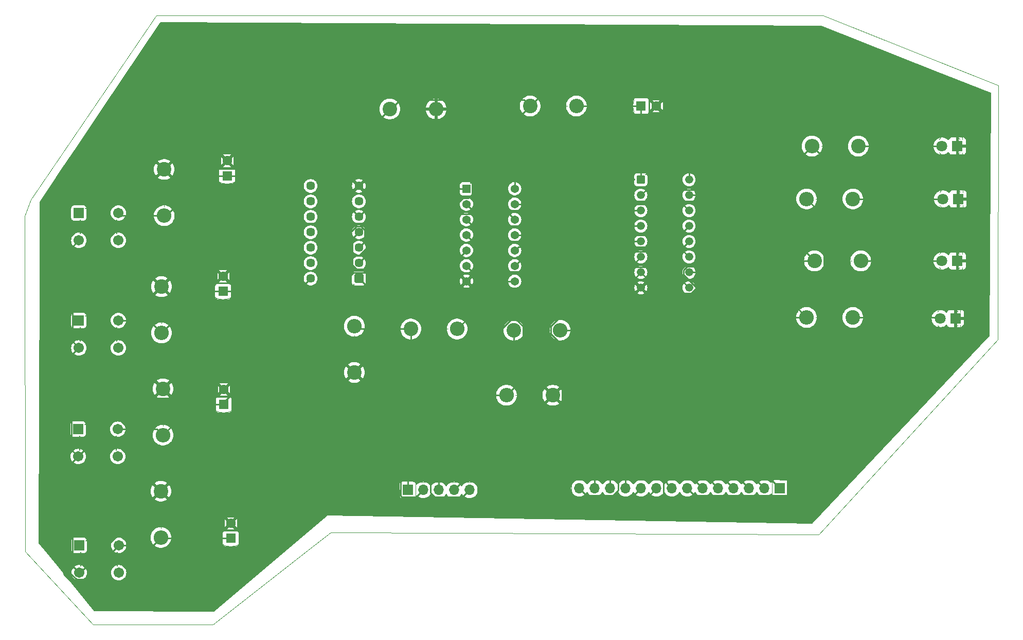
<source format=gbp>
%TF.GenerationSoftware,KiCad,Pcbnew,7.0.10*%
%TF.CreationDate,2024-03-26T00:07:20-05:00*%
%TF.ProjectId,CAN_FinalDesign,43414e5f-4669-46e6-916c-44657369676e,rev?*%
%TF.SameCoordinates,Original*%
%TF.FileFunction,Paste,Bot*%
%TF.FilePolarity,Positive*%
%FSLAX46Y46*%
G04 Gerber Fmt 4.6, Leading zero omitted, Abs format (unit mm)*
G04 Created by KiCad (PCBNEW 7.0.10) date 2024-03-26 00:07:20*
%MOMM*%
%LPD*%
G01*
G04 APERTURE LIST*
G04 Aperture macros list*
%AMRoundRect*
0 Rectangle with rounded corners*
0 $1 Rounding radius*
0 $2 $3 $4 $5 $6 $7 $8 $9 X,Y pos of 4 corners*
0 Add a 4 corners polygon primitive as box body*
4,1,4,$2,$3,$4,$5,$6,$7,$8,$9,$2,$3,0*
0 Add four circle primitives for the rounded corners*
1,1,$1+$1,$2,$3*
1,1,$1+$1,$4,$5*
1,1,$1+$1,$6,$7*
1,1,$1+$1,$8,$9*
0 Add four rect primitives between the rounded corners*
20,1,$1+$1,$2,$3,$4,$5,0*
20,1,$1+$1,$4,$5,$6,$7,0*
20,1,$1+$1,$6,$7,$8,$9,0*
20,1,$1+$1,$8,$9,$2,$3,0*%
G04 Aperture macros list end*
%ADD10C,0.100000*%
%TA.AperFunction,NonConductor*%
%ADD11C,0.100000*%
%TD*%
%ADD12C,0.075000*%
%TA.AperFunction,NonConductor*%
%ADD13C,0.075000*%
%TD*%
%TA.AperFunction,ComponentPad*%
%ADD14C,2.400000*%
%TD*%
%TA.AperFunction,ComponentPad*%
%ADD15O,2.400000X2.400000*%
%TD*%
%TA.AperFunction,ComponentPad*%
%ADD16R,1.248000X1.248000*%
%TD*%
%TA.AperFunction,ComponentPad*%
%ADD17C,1.248000*%
%TD*%
%TA.AperFunction,ComponentPad*%
%ADD18R,1.508000X1.508000*%
%TD*%
%TA.AperFunction,ComponentPad*%
%ADD19C,1.508000*%
%TD*%
%TA.AperFunction,ComponentPad*%
%ADD20R,1.700000X1.700000*%
%TD*%
%TA.AperFunction,ComponentPad*%
%ADD21O,1.700000X1.700000*%
%TD*%
%TA.AperFunction,ComponentPad*%
%ADD22R,1.800000X1.800000*%
%TD*%
%TA.AperFunction,ComponentPad*%
%ADD23C,1.800000*%
%TD*%
%TA.AperFunction,ComponentPad*%
%ADD24R,1.600000X1.600000*%
%TD*%
%TA.AperFunction,ComponentPad*%
%ADD25C,1.600000*%
%TD*%
%TA.AperFunction,ComponentPad*%
%ADD26R,1.130000X1.130000*%
%TD*%
%TA.AperFunction,ComponentPad*%
%ADD27C,1.130000*%
%TD*%
%TA.AperFunction,SMDPad,CuDef*%
%ADD28C,4.000000*%
%TD*%
%TA.AperFunction,SMDPad,CuDef*%
%ADD29R,1.422400X0.355600*%
%TD*%
%TA.AperFunction,ComponentPad*%
%ADD30R,1.170000X1.170000*%
%TD*%
%TA.AperFunction,ComponentPad*%
%ADD31C,1.170000*%
%TD*%
%TA.AperFunction,SMDPad,CuDef*%
%ADD32RoundRect,0.042000X0.943000X0.258000X-0.943000X0.258000X-0.943000X-0.258000X0.943000X-0.258000X0*%
%TD*%
%TA.AperFunction,ViaPad*%
%ADD33C,0.800000*%
%TD*%
%TA.AperFunction,Conductor*%
%ADD34C,0.250000*%
%TD*%
%TA.AperFunction,Conductor*%
%ADD35C,0.254000*%
%TD*%
%ADD36R,1.422400X0.355600*%
%ADD37RoundRect,0.042000X0.943000X0.258000X-0.943000X0.258000X-0.943000X-0.258000X0.943000X-0.258000X0*%
%ADD38C,0.150000*%
%ADD39C,0.120000*%
%ADD40C,0.127000*%
%ADD41C,0.200000*%
%ADD42C,0.152400*%
%ADD43C,2.400000*%
%ADD44O,2.400000X2.400000*%
%ADD45RoundRect,0.102000X0.624000X0.624000X-0.624000X0.624000X-0.624000X-0.624000X0.624000X-0.624000X0*%
%ADD46C,1.452000*%
%ADD47RoundRect,0.102000X-0.754000X-0.754000X0.754000X-0.754000X0.754000X0.754000X-0.754000X0.754000X0*%
%ADD48C,1.712000*%
%ADD49R,1.700000X1.700000*%
%ADD50O,1.700000X1.700000*%
%ADD51R,1.800000X1.800000*%
%ADD52C,1.800000*%
%ADD53R,1.600000X1.600000*%
%ADD54C,1.600000*%
%ADD55RoundRect,0.102000X-0.565000X-0.565000X0.565000X-0.565000X0.565000X0.565000X-0.565000X0.565000X0*%
%ADD56C,1.334000*%
%ADD57C,4.000000*%
%ADD58RoundRect,0.102000X0.711200X0.177800X-0.711200X0.177800X-0.711200X-0.177800X0.711200X-0.177800X0*%
%ADD59RoundRect,0.102000X-0.585000X-0.585000X0.585000X-0.585000X0.585000X0.585000X-0.585000X0.585000X0*%
%ADD60C,1.374000*%
%ADD61RoundRect,0.056280X1.030720X0.345720X-1.030720X0.345720X-1.030720X-0.345720X1.030720X-0.345720X0*%
%TA.AperFunction,Profile*%
%ADD62C,0.100000*%
%TD*%
G04 APERTURE END LIST*
D10*
D11*
X183822931Y-136933609D02*
X183584836Y-136933609D01*
X183584836Y-136933609D02*
X183561027Y-137171704D01*
X183561027Y-137171704D02*
X183584836Y-137147895D01*
X183584836Y-137147895D02*
X183632455Y-137124085D01*
X183632455Y-137124085D02*
X183751503Y-137124085D01*
X183751503Y-137124085D02*
X183799122Y-137147895D01*
X183799122Y-137147895D02*
X183822931Y-137171704D01*
X183822931Y-137171704D02*
X183846741Y-137219323D01*
X183846741Y-137219323D02*
X183846741Y-137338371D01*
X183846741Y-137338371D02*
X183822931Y-137385990D01*
X183822931Y-137385990D02*
X183799122Y-137409800D01*
X183799122Y-137409800D02*
X183751503Y-137433609D01*
X183751503Y-137433609D02*
X183632455Y-137433609D01*
X183632455Y-137433609D02*
X183584836Y-137409800D01*
X183584836Y-137409800D02*
X183561027Y-137385990D01*
D10*
D11*
X131870550Y-135585990D02*
X131846741Y-135609800D01*
X131846741Y-135609800D02*
X131775312Y-135633609D01*
X131775312Y-135633609D02*
X131727693Y-135633609D01*
X131727693Y-135633609D02*
X131656265Y-135609800D01*
X131656265Y-135609800D02*
X131608646Y-135562180D01*
X131608646Y-135562180D02*
X131584836Y-135514561D01*
X131584836Y-135514561D02*
X131561027Y-135419323D01*
X131561027Y-135419323D02*
X131561027Y-135347895D01*
X131561027Y-135347895D02*
X131584836Y-135252657D01*
X131584836Y-135252657D02*
X131608646Y-135205038D01*
X131608646Y-135205038D02*
X131656265Y-135157419D01*
X131656265Y-135157419D02*
X131727693Y-135133609D01*
X131727693Y-135133609D02*
X131775312Y-135133609D01*
X131775312Y-135133609D02*
X131846741Y-135157419D01*
X131846741Y-135157419D02*
X131870550Y-135181228D01*
X132061027Y-135490752D02*
X132299122Y-135490752D01*
X132013408Y-135633609D02*
X132180074Y-135133609D01*
X132180074Y-135133609D02*
X132346741Y-135633609D01*
X132513407Y-135633609D02*
X132513407Y-135133609D01*
X132513407Y-135133609D02*
X132799121Y-135633609D01*
X132799121Y-135633609D02*
X132799121Y-135133609D01*
X133037217Y-135633609D02*
X133037217Y-135133609D01*
X133037217Y-135371704D02*
X133322931Y-135371704D01*
X133322931Y-135633609D02*
X133322931Y-135133609D01*
D10*
D11*
X170646741Y-137433609D02*
X170361027Y-137433609D01*
X170503884Y-137433609D02*
X170503884Y-136933609D01*
X170503884Y-136933609D02*
X170456265Y-137005038D01*
X170456265Y-137005038D02*
X170408646Y-137052657D01*
X170408646Y-137052657D02*
X170361027Y-137076466D01*
X170813407Y-136933609D02*
X171122931Y-136933609D01*
X171122931Y-136933609D02*
X170956264Y-137124085D01*
X170956264Y-137124085D02*
X171027693Y-137124085D01*
X171027693Y-137124085D02*
X171075312Y-137147895D01*
X171075312Y-137147895D02*
X171099121Y-137171704D01*
X171099121Y-137171704D02*
X171122931Y-137219323D01*
X171122931Y-137219323D02*
X171122931Y-137338371D01*
X171122931Y-137338371D02*
X171099121Y-137385990D01*
X171099121Y-137385990D02*
X171075312Y-137409800D01*
X171075312Y-137409800D02*
X171027693Y-137433609D01*
X171027693Y-137433609D02*
X170884836Y-137433609D01*
X170884836Y-137433609D02*
X170837217Y-137409800D01*
X170837217Y-137409800D02*
X170813407Y-137385990D01*
D10*
D11*
X191161027Y-136981228D02*
X191184836Y-136957419D01*
X191184836Y-136957419D02*
X191232455Y-136933609D01*
X191232455Y-136933609D02*
X191351503Y-136933609D01*
X191351503Y-136933609D02*
X191399122Y-136957419D01*
X191399122Y-136957419D02*
X191422931Y-136981228D01*
X191422931Y-136981228D02*
X191446741Y-137028847D01*
X191446741Y-137028847D02*
X191446741Y-137076466D01*
X191446741Y-137076466D02*
X191422931Y-137147895D01*
X191422931Y-137147895D02*
X191137217Y-137433609D01*
X191137217Y-137433609D02*
X191446741Y-137433609D01*
D10*
D11*
X163246741Y-137433609D02*
X162961027Y-137433609D01*
X163103884Y-137433609D02*
X163103884Y-136933609D01*
X163103884Y-136933609D02*
X163056265Y-137005038D01*
X163056265Y-137005038D02*
X163008646Y-137052657D01*
X163008646Y-137052657D02*
X162961027Y-137076466D01*
X163675312Y-137100276D02*
X163675312Y-137433609D01*
X163556264Y-136909800D02*
X163437217Y-137266942D01*
X163437217Y-137266942D02*
X163746740Y-137266942D01*
D10*
D11*
X186299122Y-137100276D02*
X186299122Y-137433609D01*
X186180074Y-136909800D02*
X186061027Y-137266942D01*
X186061027Y-137266942D02*
X186370550Y-137266942D01*
D10*
D11*
X160446741Y-137433609D02*
X160161027Y-137433609D01*
X160303884Y-137433609D02*
X160303884Y-136933609D01*
X160303884Y-136933609D02*
X160256265Y-137005038D01*
X160256265Y-137005038D02*
X160208646Y-137052657D01*
X160208646Y-137052657D02*
X160161027Y-137076466D01*
X160613407Y-136933609D02*
X160946740Y-136933609D01*
X160946740Y-136933609D02*
X160732455Y-137433609D01*
D10*
D11*
X178556265Y-137147895D02*
X178508646Y-137124085D01*
X178508646Y-137124085D02*
X178484836Y-137100276D01*
X178484836Y-137100276D02*
X178461027Y-137052657D01*
X178461027Y-137052657D02*
X178461027Y-137028847D01*
X178461027Y-137028847D02*
X178484836Y-136981228D01*
X178484836Y-136981228D02*
X178508646Y-136957419D01*
X178508646Y-136957419D02*
X178556265Y-136933609D01*
X178556265Y-136933609D02*
X178651503Y-136933609D01*
X178651503Y-136933609D02*
X178699122Y-136957419D01*
X178699122Y-136957419D02*
X178722931Y-136981228D01*
X178722931Y-136981228D02*
X178746741Y-137028847D01*
X178746741Y-137028847D02*
X178746741Y-137052657D01*
X178746741Y-137052657D02*
X178722931Y-137100276D01*
X178722931Y-137100276D02*
X178699122Y-137124085D01*
X178699122Y-137124085D02*
X178651503Y-137147895D01*
X178651503Y-137147895D02*
X178556265Y-137147895D01*
X178556265Y-137147895D02*
X178508646Y-137171704D01*
X178508646Y-137171704D02*
X178484836Y-137195514D01*
X178484836Y-137195514D02*
X178461027Y-137243133D01*
X178461027Y-137243133D02*
X178461027Y-137338371D01*
X178461027Y-137338371D02*
X178484836Y-137385990D01*
X178484836Y-137385990D02*
X178508646Y-137409800D01*
X178508646Y-137409800D02*
X178556265Y-137433609D01*
X178556265Y-137433609D02*
X178651503Y-137433609D01*
X178651503Y-137433609D02*
X178699122Y-137409800D01*
X178699122Y-137409800D02*
X178722931Y-137385990D01*
X178722931Y-137385990D02*
X178746741Y-137338371D01*
X178746741Y-137338371D02*
X178746741Y-137243133D01*
X178746741Y-137243133D02*
X178722931Y-137195514D01*
X178722931Y-137195514D02*
X178699122Y-137171704D01*
X178699122Y-137171704D02*
X178651503Y-137147895D01*
D10*
D11*
X142770550Y-135633609D02*
X142603884Y-135395514D01*
X142484836Y-135633609D02*
X142484836Y-135133609D01*
X142484836Y-135133609D02*
X142675312Y-135133609D01*
X142675312Y-135133609D02*
X142722931Y-135157419D01*
X142722931Y-135157419D02*
X142746741Y-135181228D01*
X142746741Y-135181228D02*
X142770550Y-135228847D01*
X142770550Y-135228847D02*
X142770550Y-135300276D01*
X142770550Y-135300276D02*
X142746741Y-135347895D01*
X142746741Y-135347895D02*
X142722931Y-135371704D01*
X142722931Y-135371704D02*
X142675312Y-135395514D01*
X142675312Y-135395514D02*
X142484836Y-135395514D01*
X142961027Y-135609800D02*
X143032455Y-135633609D01*
X143032455Y-135633609D02*
X143151503Y-135633609D01*
X143151503Y-135633609D02*
X143199122Y-135609800D01*
X143199122Y-135609800D02*
X143222931Y-135585990D01*
X143222931Y-135585990D02*
X143246741Y-135538371D01*
X143246741Y-135538371D02*
X143246741Y-135490752D01*
X143246741Y-135490752D02*
X143222931Y-135443133D01*
X143222931Y-135443133D02*
X143199122Y-135419323D01*
X143199122Y-135419323D02*
X143151503Y-135395514D01*
X143151503Y-135395514D02*
X143056265Y-135371704D01*
X143056265Y-135371704D02*
X143008646Y-135347895D01*
X143008646Y-135347895D02*
X142984836Y-135324085D01*
X142984836Y-135324085D02*
X142961027Y-135276466D01*
X142961027Y-135276466D02*
X142961027Y-135228847D01*
X142961027Y-135228847D02*
X142984836Y-135181228D01*
X142984836Y-135181228D02*
X143008646Y-135157419D01*
X143008646Y-135157419D02*
X143056265Y-135133609D01*
X143056265Y-135133609D02*
X143175312Y-135133609D01*
X143175312Y-135133609D02*
X143246741Y-135157419D01*
D10*
D11*
X175908646Y-137433609D02*
X176003884Y-137433609D01*
X176003884Y-137433609D02*
X176051503Y-137409800D01*
X176051503Y-137409800D02*
X176075312Y-137385990D01*
X176075312Y-137385990D02*
X176122931Y-137314561D01*
X176122931Y-137314561D02*
X176146741Y-137219323D01*
X176146741Y-137219323D02*
X176146741Y-137028847D01*
X176146741Y-137028847D02*
X176122931Y-136981228D01*
X176122931Y-136981228D02*
X176099122Y-136957419D01*
X176099122Y-136957419D02*
X176051503Y-136933609D01*
X176051503Y-136933609D02*
X175956265Y-136933609D01*
X175956265Y-136933609D02*
X175908646Y-136957419D01*
X175908646Y-136957419D02*
X175884836Y-136981228D01*
X175884836Y-136981228D02*
X175861027Y-137028847D01*
X175861027Y-137028847D02*
X175861027Y-137147895D01*
X175861027Y-137147895D02*
X175884836Y-137195514D01*
X175884836Y-137195514D02*
X175908646Y-137219323D01*
X175908646Y-137219323D02*
X175956265Y-137243133D01*
X175956265Y-137243133D02*
X176051503Y-137243133D01*
X176051503Y-137243133D02*
X176099122Y-137219323D01*
X176099122Y-137219323D02*
X176122931Y-137195514D01*
X176122931Y-137195514D02*
X176146741Y-137147895D01*
D10*
D11*
X173246741Y-137433609D02*
X172961027Y-137433609D01*
X173103884Y-137433609D02*
X173103884Y-136933609D01*
X173103884Y-136933609D02*
X173056265Y-137005038D01*
X173056265Y-137005038D02*
X173008646Y-137052657D01*
X173008646Y-137052657D02*
X172961027Y-137076466D01*
X173722931Y-137433609D02*
X173437217Y-137433609D01*
X173580074Y-137433609D02*
X173580074Y-136933609D01*
X173580074Y-136933609D02*
X173532455Y-137005038D01*
X173532455Y-137005038D02*
X173484836Y-137052657D01*
X173484836Y-137052657D02*
X173437217Y-137076466D01*
D10*
D11*
X140370550Y-135633609D02*
X140203884Y-135395514D01*
X140084836Y-135633609D02*
X140084836Y-135133609D01*
X140084836Y-135133609D02*
X140275312Y-135133609D01*
X140275312Y-135133609D02*
X140322931Y-135157419D01*
X140322931Y-135157419D02*
X140346741Y-135181228D01*
X140346741Y-135181228D02*
X140370550Y-135228847D01*
X140370550Y-135228847D02*
X140370550Y-135300276D01*
X140370550Y-135300276D02*
X140346741Y-135347895D01*
X140346741Y-135347895D02*
X140322931Y-135371704D01*
X140322931Y-135371704D02*
X140275312Y-135395514D01*
X140275312Y-135395514D02*
X140084836Y-135395514D01*
D10*
D11*
X188637217Y-136933609D02*
X188946741Y-136933609D01*
X188946741Y-136933609D02*
X188780074Y-137124085D01*
X188780074Y-137124085D02*
X188851503Y-137124085D01*
X188851503Y-137124085D02*
X188899122Y-137147895D01*
X188899122Y-137147895D02*
X188922931Y-137171704D01*
X188922931Y-137171704D02*
X188946741Y-137219323D01*
X188946741Y-137219323D02*
X188946741Y-137338371D01*
X188946741Y-137338371D02*
X188922931Y-137385990D01*
X188922931Y-137385990D02*
X188899122Y-137409800D01*
X188899122Y-137409800D02*
X188851503Y-137433609D01*
X188851503Y-137433609D02*
X188708646Y-137433609D01*
X188708646Y-137433609D02*
X188661027Y-137409800D01*
X188661027Y-137409800D02*
X188637217Y-137385990D01*
D10*
D11*
X193946741Y-137433609D02*
X193661027Y-137433609D01*
X193803884Y-137433609D02*
X193803884Y-136933609D01*
X193803884Y-136933609D02*
X193756265Y-137005038D01*
X193756265Y-137005038D02*
X193708646Y-137052657D01*
X193708646Y-137052657D02*
X193661027Y-137076466D01*
D10*
D11*
X168346741Y-137433609D02*
X168061027Y-137433609D01*
X168203884Y-137433609D02*
X168203884Y-136933609D01*
X168203884Y-136933609D02*
X168156265Y-137005038D01*
X168156265Y-137005038D02*
X168108646Y-137052657D01*
X168108646Y-137052657D02*
X168061027Y-137076466D01*
X168632455Y-137147895D02*
X168584836Y-137124085D01*
X168584836Y-137124085D02*
X168561026Y-137100276D01*
X168561026Y-137100276D02*
X168537217Y-137052657D01*
X168537217Y-137052657D02*
X168537217Y-137028847D01*
X168537217Y-137028847D02*
X168561026Y-136981228D01*
X168561026Y-136981228D02*
X168584836Y-136957419D01*
X168584836Y-136957419D02*
X168632455Y-136933609D01*
X168632455Y-136933609D02*
X168727693Y-136933609D01*
X168727693Y-136933609D02*
X168775312Y-136957419D01*
X168775312Y-136957419D02*
X168799121Y-136981228D01*
X168799121Y-136981228D02*
X168822931Y-137028847D01*
X168822931Y-137028847D02*
X168822931Y-137052657D01*
X168822931Y-137052657D02*
X168799121Y-137100276D01*
X168799121Y-137100276D02*
X168775312Y-137124085D01*
X168775312Y-137124085D02*
X168727693Y-137147895D01*
X168727693Y-137147895D02*
X168632455Y-137147895D01*
X168632455Y-137147895D02*
X168584836Y-137171704D01*
X168584836Y-137171704D02*
X168561026Y-137195514D01*
X168561026Y-137195514D02*
X168537217Y-137243133D01*
X168537217Y-137243133D02*
X168537217Y-137338371D01*
X168537217Y-137338371D02*
X168561026Y-137385990D01*
X168561026Y-137385990D02*
X168584836Y-137409800D01*
X168584836Y-137409800D02*
X168632455Y-137433609D01*
X168632455Y-137433609D02*
X168727693Y-137433609D01*
X168727693Y-137433609D02*
X168775312Y-137409800D01*
X168775312Y-137409800D02*
X168799121Y-137385990D01*
X168799121Y-137385990D02*
X168822931Y-137338371D01*
X168822931Y-137338371D02*
X168822931Y-137243133D01*
X168822931Y-137243133D02*
X168799121Y-137195514D01*
X168799121Y-137195514D02*
X168775312Y-137171704D01*
X168775312Y-137171704D02*
X168727693Y-137147895D01*
D10*
D11*
X180937217Y-136933609D02*
X181270550Y-136933609D01*
X181270550Y-136933609D02*
X181056265Y-137433609D01*
D12*
D13*
X90020770Y-70559385D02*
X90020770Y-70259385D01*
X90020770Y-70259385D02*
X90092199Y-70259385D01*
X90092199Y-70259385D02*
X90135056Y-70273671D01*
X90135056Y-70273671D02*
X90163627Y-70302242D01*
X90163627Y-70302242D02*
X90177913Y-70330814D01*
X90177913Y-70330814D02*
X90192199Y-70387957D01*
X90192199Y-70387957D02*
X90192199Y-70430814D01*
X90192199Y-70430814D02*
X90177913Y-70487957D01*
X90177913Y-70487957D02*
X90163627Y-70516528D01*
X90163627Y-70516528D02*
X90135056Y-70545100D01*
X90135056Y-70545100D02*
X90092199Y-70559385D01*
X90092199Y-70559385D02*
X90020770Y-70559385D01*
X90363627Y-70559385D02*
X90335056Y-70545100D01*
X90335056Y-70545100D02*
X90320770Y-70530814D01*
X90320770Y-70530814D02*
X90306484Y-70502242D01*
X90306484Y-70502242D02*
X90306484Y-70416528D01*
X90306484Y-70416528D02*
X90320770Y-70387957D01*
X90320770Y-70387957D02*
X90335056Y-70373671D01*
X90335056Y-70373671D02*
X90363627Y-70359385D01*
X90363627Y-70359385D02*
X90406484Y-70359385D01*
X90406484Y-70359385D02*
X90435056Y-70373671D01*
X90435056Y-70373671D02*
X90449342Y-70387957D01*
X90449342Y-70387957D02*
X90463627Y-70416528D01*
X90463627Y-70416528D02*
X90463627Y-70502242D01*
X90463627Y-70502242D02*
X90449342Y-70530814D01*
X90449342Y-70530814D02*
X90435056Y-70545100D01*
X90435056Y-70545100D02*
X90406484Y-70559385D01*
X90406484Y-70559385D02*
X90363627Y-70559385D01*
X90592199Y-70359385D02*
X90592199Y-70559385D01*
X90592199Y-70387957D02*
X90606485Y-70373671D01*
X90606485Y-70373671D02*
X90635056Y-70359385D01*
X90635056Y-70359385D02*
X90677913Y-70359385D01*
X90677913Y-70359385D02*
X90706485Y-70373671D01*
X90706485Y-70373671D02*
X90720771Y-70402242D01*
X90720771Y-70402242D02*
X90720771Y-70559385D01*
X90877914Y-70259385D02*
X90849342Y-70316528D01*
X90963628Y-70359385D02*
X91077914Y-70359385D01*
X91006485Y-70259385D02*
X91006485Y-70516528D01*
X91006485Y-70516528D02*
X91020771Y-70545100D01*
X91020771Y-70545100D02*
X91049342Y-70559385D01*
X91049342Y-70559385D02*
X91077914Y-70559385D01*
X91549342Y-70559385D02*
X91406485Y-70559385D01*
X91406485Y-70559385D02*
X91406485Y-70259385D01*
X91692199Y-70559385D02*
X91663628Y-70545100D01*
X91663628Y-70545100D02*
X91649342Y-70530814D01*
X91649342Y-70530814D02*
X91635056Y-70502242D01*
X91635056Y-70502242D02*
X91635056Y-70416528D01*
X91635056Y-70416528D02*
X91649342Y-70387957D01*
X91649342Y-70387957D02*
X91663628Y-70373671D01*
X91663628Y-70373671D02*
X91692199Y-70359385D01*
X91692199Y-70359385D02*
X91735056Y-70359385D01*
X91735056Y-70359385D02*
X91763628Y-70373671D01*
X91763628Y-70373671D02*
X91777914Y-70387957D01*
X91777914Y-70387957D02*
X91792199Y-70416528D01*
X91792199Y-70416528D02*
X91792199Y-70502242D01*
X91792199Y-70502242D02*
X91777914Y-70530814D01*
X91777914Y-70530814D02*
X91763628Y-70545100D01*
X91763628Y-70545100D02*
X91735056Y-70559385D01*
X91735056Y-70559385D02*
X91692199Y-70559385D01*
X91963628Y-70559385D02*
X91935057Y-70545100D01*
X91935057Y-70545100D02*
X91920771Y-70530814D01*
X91920771Y-70530814D02*
X91906485Y-70502242D01*
X91906485Y-70502242D02*
X91906485Y-70416528D01*
X91906485Y-70416528D02*
X91920771Y-70387957D01*
X91920771Y-70387957D02*
X91935057Y-70373671D01*
X91935057Y-70373671D02*
X91963628Y-70359385D01*
X91963628Y-70359385D02*
X92006485Y-70359385D01*
X92006485Y-70359385D02*
X92035057Y-70373671D01*
X92035057Y-70373671D02*
X92049343Y-70387957D01*
X92049343Y-70387957D02*
X92063628Y-70416528D01*
X92063628Y-70416528D02*
X92063628Y-70502242D01*
X92063628Y-70502242D02*
X92049343Y-70530814D01*
X92049343Y-70530814D02*
X92035057Y-70545100D01*
X92035057Y-70545100D02*
X92006485Y-70559385D01*
X92006485Y-70559385D02*
X91963628Y-70559385D01*
X92192200Y-70559385D02*
X92192200Y-70259385D01*
X92220772Y-70445100D02*
X92306486Y-70559385D01*
X92306486Y-70359385D02*
X92192200Y-70473671D01*
X92663628Y-70559385D02*
X92663628Y-70259385D01*
X92663628Y-70402242D02*
X92835057Y-70402242D01*
X92835057Y-70559385D02*
X92835057Y-70259385D01*
X93092200Y-70545100D02*
X93063628Y-70559385D01*
X93063628Y-70559385D02*
X93006486Y-70559385D01*
X93006486Y-70559385D02*
X92977914Y-70545100D01*
X92977914Y-70545100D02*
X92963628Y-70516528D01*
X92963628Y-70516528D02*
X92963628Y-70402242D01*
X92963628Y-70402242D02*
X92977914Y-70373671D01*
X92977914Y-70373671D02*
X93006486Y-70359385D01*
X93006486Y-70359385D02*
X93063628Y-70359385D01*
X93063628Y-70359385D02*
X93092200Y-70373671D01*
X93092200Y-70373671D02*
X93106486Y-70402242D01*
X93106486Y-70402242D02*
X93106486Y-70430814D01*
X93106486Y-70430814D02*
X92963628Y-70459385D01*
X93235057Y-70559385D02*
X93235057Y-70359385D01*
X93235057Y-70416528D02*
X93249343Y-70387957D01*
X93249343Y-70387957D02*
X93263629Y-70373671D01*
X93263629Y-70373671D02*
X93292200Y-70359385D01*
X93292200Y-70359385D02*
X93320771Y-70359385D01*
X93535057Y-70545100D02*
X93506485Y-70559385D01*
X93506485Y-70559385D02*
X93449343Y-70559385D01*
X93449343Y-70559385D02*
X93420771Y-70545100D01*
X93420771Y-70545100D02*
X93406485Y-70516528D01*
X93406485Y-70516528D02*
X93406485Y-70402242D01*
X93406485Y-70402242D02*
X93420771Y-70373671D01*
X93420771Y-70373671D02*
X93449343Y-70359385D01*
X93449343Y-70359385D02*
X93506485Y-70359385D01*
X93506485Y-70359385D02*
X93535057Y-70373671D01*
X93535057Y-70373671D02*
X93549343Y-70402242D01*
X93549343Y-70402242D02*
X93549343Y-70430814D01*
X93549343Y-70430814D02*
X93406485Y-70459385D01*
D10*
D11*
X136884836Y-135633609D02*
X136884836Y-135133609D01*
X136884836Y-135133609D02*
X137003884Y-135133609D01*
X137003884Y-135133609D02*
X137075312Y-135157419D01*
X137075312Y-135157419D02*
X137122931Y-135205038D01*
X137122931Y-135205038D02*
X137146741Y-135252657D01*
X137146741Y-135252657D02*
X137170550Y-135347895D01*
X137170550Y-135347895D02*
X137170550Y-135419323D01*
X137170550Y-135419323D02*
X137146741Y-135514561D01*
X137146741Y-135514561D02*
X137122931Y-135562180D01*
X137122931Y-135562180D02*
X137075312Y-135609800D01*
X137075312Y-135609800D02*
X137003884Y-135633609D01*
X137003884Y-135633609D02*
X136884836Y-135633609D01*
X137361027Y-135490752D02*
X137599122Y-135490752D01*
X137313408Y-135633609D02*
X137480074Y-135133609D01*
X137480074Y-135133609D02*
X137646741Y-135633609D01*
X137741979Y-135133609D02*
X138027693Y-135133609D01*
X137884836Y-135633609D02*
X137884836Y-135133609D01*
X138170550Y-135490752D02*
X138408645Y-135490752D01*
X138122931Y-135633609D02*
X138289597Y-135133609D01*
X138289597Y-135133609D02*
X138456264Y-135633609D01*
D10*
D11*
X165746741Y-137433609D02*
X165461027Y-137433609D01*
X165603884Y-137433609D02*
X165603884Y-136933609D01*
X165603884Y-136933609D02*
X165556265Y-137005038D01*
X165556265Y-137005038D02*
X165508646Y-137052657D01*
X165508646Y-137052657D02*
X165461027Y-137076466D01*
X166175312Y-136933609D02*
X166080074Y-136933609D01*
X166080074Y-136933609D02*
X166032455Y-136957419D01*
X166032455Y-136957419D02*
X166008645Y-136981228D01*
X166008645Y-136981228D02*
X165961026Y-137052657D01*
X165961026Y-137052657D02*
X165937217Y-137147895D01*
X165937217Y-137147895D02*
X165937217Y-137338371D01*
X165937217Y-137338371D02*
X165961026Y-137385990D01*
X165961026Y-137385990D02*
X165984836Y-137409800D01*
X165984836Y-137409800D02*
X166032455Y-137433609D01*
X166032455Y-137433609D02*
X166127693Y-137433609D01*
X166127693Y-137433609D02*
X166175312Y-137409800D01*
X166175312Y-137409800D02*
X166199121Y-137385990D01*
X166199121Y-137385990D02*
X166222931Y-137338371D01*
X166222931Y-137338371D02*
X166222931Y-137219323D01*
X166222931Y-137219323D02*
X166199121Y-137171704D01*
X166199121Y-137171704D02*
X166175312Y-137147895D01*
X166175312Y-137147895D02*
X166127693Y-137124085D01*
X166127693Y-137124085D02*
X166032455Y-137124085D01*
X166032455Y-137124085D02*
X165984836Y-137147895D01*
X165984836Y-137147895D02*
X165961026Y-137171704D01*
X165961026Y-137171704D02*
X165937217Y-137219323D01*
D10*
D11*
X134570550Y-135585990D02*
X134546741Y-135609800D01*
X134546741Y-135609800D02*
X134475312Y-135633609D01*
X134475312Y-135633609D02*
X134427693Y-135633609D01*
X134427693Y-135633609D02*
X134356265Y-135609800D01*
X134356265Y-135609800D02*
X134308646Y-135562180D01*
X134308646Y-135562180D02*
X134284836Y-135514561D01*
X134284836Y-135514561D02*
X134261027Y-135419323D01*
X134261027Y-135419323D02*
X134261027Y-135347895D01*
X134261027Y-135347895D02*
X134284836Y-135252657D01*
X134284836Y-135252657D02*
X134308646Y-135205038D01*
X134308646Y-135205038D02*
X134356265Y-135157419D01*
X134356265Y-135157419D02*
X134427693Y-135133609D01*
X134427693Y-135133609D02*
X134475312Y-135133609D01*
X134475312Y-135133609D02*
X134546741Y-135157419D01*
X134546741Y-135157419D02*
X134570550Y-135181228D01*
X134761027Y-135490752D02*
X134999122Y-135490752D01*
X134713408Y-135633609D02*
X134880074Y-135133609D01*
X134880074Y-135133609D02*
X135046741Y-135633609D01*
X135213407Y-135633609D02*
X135213407Y-135133609D01*
X135213407Y-135133609D02*
X135499121Y-135633609D01*
X135499121Y-135633609D02*
X135499121Y-135133609D01*
X135975312Y-135633609D02*
X135737217Y-135633609D01*
X135737217Y-135633609D02*
X135737217Y-135133609D01*
D14*
%TO.P,R3,1*%
%TO.N,GND*%
X92270000Y-116510000D03*
D15*
%TO.P,R3,2*%
%TO.N,Net-(C4-Pad1)*%
X92270000Y-124130000D03*
%TD*%
D16*
%TO.P,U5,1*%
%TO.N,Net-(U3-CLK)*%
X124510000Y-98370000D03*
D17*
%TO.P,U5,2*%
%TO.N,Net-(C5-Pad1)*%
X124510000Y-95830000D03*
%TO.P,U5,3*%
%TO.N,Net-(C4-Pad1)*%
X124510000Y-93290000D03*
%TO.P,U5,4*%
%TO.N,Net-(C1-Pad1)*%
X124510000Y-90750000D03*
%TO.P,U5,5*%
%TO.N,Net-(C3-Pad1)*%
X124510000Y-88210000D03*
%TO.P,U5,6*%
%TO.N,N/C*%
X124510000Y-85670000D03*
%TO.P,U5,7,VSS*%
%TO.N,GND*%
X124510000Y-83130000D03*
%TO.P,U5,8*%
%TO.N,N/C*%
X116570000Y-83130000D03*
%TO.P,U5,9*%
X116570000Y-85670000D03*
%TO.P,U5,10*%
X116570000Y-88210000D03*
%TO.P,U5,11*%
X116570000Y-90750000D03*
%TO.P,U5,12*%
X116570000Y-93290000D03*
%TO.P,U5,13*%
X116570000Y-95830000D03*
%TO.P,U5,14,VDD*%
%TO.N,Net-(U5C-VDD)*%
X116570000Y-98370000D03*
%TD*%
D14*
%TO.P,R7,1*%
%TO.N,GND*%
X156430000Y-117570000D03*
D15*
%TO.P,R7,2*%
%TO.N,Net-(U1-VCC)*%
X148810000Y-117570000D03*
%TD*%
D18*
%TO.P,S1,1*%
%TO.N,unconnected-(S1-Pad1)*%
X78420000Y-87582500D03*
D19*
%TO.P,S1,2*%
%TO.N,Net-(C3-Pad1)*%
X84920000Y-87582500D03*
%TO.P,S1,3*%
%TO.N,Net-(U5C-VDD)*%
X78420000Y-92082500D03*
%TO.P,S1,4*%
%TO.N,unconnected-(S1-Pad4)*%
X84920000Y-92082500D03*
%TD*%
D20*
%TO.P,J2,1,Pin_1*%
%TO.N,Net-(J2-Pin_1)*%
X193830000Y-132870000D03*
D21*
%TO.P,J2,2,Pin_2*%
%TO.N,Net-(J2-Pin_2)*%
X191290000Y-132870000D03*
%TO.P,J2,3,Pin_3*%
%TO.N,Net-(J2-Pin_3)*%
X188750000Y-132870000D03*
%TO.P,J2,4,Pin_4*%
%TO.N,Net-(J2-Pin_4)*%
X186210000Y-132870000D03*
%TO.P,J2,5,Pin_5*%
%TO.N,Net-(J2-Pin_5)*%
X183670000Y-132870000D03*
%TO.P,J2,6,Pin_6*%
%TO.N,Net-(J2-Pin_6)*%
X181130000Y-132870000D03*
%TO.P,J2,7,Pin_7*%
%TO.N,Net-(J2-Pin_7)*%
X178590000Y-132870000D03*
%TO.P,J2,8,Pin_8*%
%TO.N,Net-(J2-Pin_8)*%
X176050000Y-132870000D03*
%TO.P,J2,9,Pin_9*%
%TO.N,Net-(J2-Pin_9)*%
X173510000Y-132870000D03*
%TO.P,J2,10,Pin_10*%
%TO.N,Net-(J2-Pin_10)*%
X170970000Y-132870000D03*
%TO.P,J2,11,Pin_11*%
%TO.N,Net-(J2-Pin_11)*%
X168430000Y-132870000D03*
%TO.P,J2,12,Pin_12*%
%TO.N,Net-(J2-Pin_12)*%
X165890000Y-132870000D03*
%TO.P,J2,13,Pin_13*%
%TO.N,Net-(J2-Pin_13)*%
X163350000Y-132870000D03*
%TO.P,J2,14,Pin_14*%
%TO.N,Net-(J2-Pin_14)*%
X160810000Y-132870000D03*
%TD*%
D22*
%TO.P,D2,1,K*%
%TO.N,GND*%
X223145000Y-85270000D03*
D23*
%TO.P,D2,2,A*%
%TO.N,Net-(D2-A)*%
X220605000Y-85270000D03*
%TD*%
D22*
%TO.P,D4,1,K*%
%TO.N,GND*%
X223045000Y-95470000D03*
D23*
%TO.P,D4,2,A*%
%TO.N,Net-(D4-A)*%
X220505000Y-95470000D03*
%TD*%
D24*
%TO.P,C5,1*%
%TO.N,Net-(C5-Pad1)*%
X103420000Y-141127613D03*
D25*
%TO.P,C5,2*%
%TO.N,GND*%
X103420000Y-138627613D03*
%TD*%
D24*
%TO.P,C2,1*%
%TO.N,Net-(U3-~{CLR})*%
X170964888Y-69970000D03*
D25*
%TO.P,C2,2*%
%TO.N,GND*%
X173464888Y-69970000D03*
%TD*%
D14*
%TO.P,R11,1*%
%TO.N,Net-(U2-~RESET)*%
X199510000Y-95470000D03*
D15*
%TO.P,R11,2*%
%TO.N,Net-(D4-A)*%
X207130000Y-95470000D03*
%TD*%
D14*
%TO.P,R9,1*%
%TO.N,Net-(U1-EN)*%
X133070000Y-106670000D03*
D15*
%TO.P,R9,2*%
%TO.N,Net-(U3-Q2)*%
X140690000Y-106670000D03*
%TD*%
D20*
%TO.P,J1,1,Pin_1*%
%TO.N,Net-(J1-Pin_1)*%
X132550000Y-133170000D03*
D21*
%TO.P,J1,2,Pin_2*%
%TO.N,Net-(J1-Pin_2)*%
X135090000Y-133170000D03*
%TO.P,J1,3,Pin_3*%
%TO.N,Net-(J1-Pin_3)*%
X137630000Y-133170000D03*
%TO.P,J1,4,Pin_4*%
%TO.N,Net-(J1-Pin_4)*%
X140170000Y-133170000D03*
%TO.P,J1,5,Pin_5*%
%TO.N,Net-(J1-Pin_5)*%
X142710000Y-133170000D03*
%TD*%
D14*
%TO.P,R4,1*%
%TO.N,GND*%
X91920000Y-133362500D03*
D15*
%TO.P,R4,2*%
%TO.N,Net-(C5-Pad1)*%
X91920000Y-140982500D03*
%TD*%
D14*
%TO.P,R12,1*%
%TO.N,+5V*%
X152704888Y-69970000D03*
D15*
%TO.P,R12,2*%
%TO.N,Net-(U3-~{CLR})*%
X160324888Y-69970000D03*
%TD*%
D18*
%TO.P,S4,1*%
%TO.N,unconnected-(S4-Pad1)*%
X78470000Y-142272500D03*
D19*
%TO.P,S4,2*%
%TO.N,Net-(C5-Pad1)*%
X84970000Y-142272500D03*
%TO.P,S4,3*%
%TO.N,Net-(U5C-VDD)*%
X78470000Y-146772500D03*
%TO.P,S4,4*%
%TO.N,unconnected-(S4-Pad4)*%
X84970000Y-146772500D03*
%TD*%
D22*
%TO.P,D5,1,K*%
%TO.N,GND*%
X222745000Y-104970000D03*
D23*
%TO.P,D5,2,A*%
%TO.N,Net-(D5-A)*%
X220205000Y-104970000D03*
%TD*%
D26*
%TO.P,U3,1,~{CLR}*%
%TO.N,Net-(U3-~{CLR})*%
X170930000Y-82110000D03*
D27*
%TO.P,U3,2,Q1*%
%TO.N,Net-(U3-Q1)*%
X170930000Y-84650000D03*
%TO.P,U3,3,~{Q1}*%
%TO.N,Net-(U3-~{Q1})*%
X170930000Y-87190000D03*
%TO.P,U3,4,D1*%
%TO.N,Net-(U3-D1)*%
X170930000Y-89730000D03*
%TO.P,U3,5,D2*%
%TO.N,Net-(U3-D2)*%
X170930000Y-92270000D03*
%TO.P,U3,6,~{Q2}*%
%TO.N,Net-(U3-~{Q2})*%
X170930000Y-94810000D03*
%TO.P,U3,7,Q2*%
%TO.N,Net-(U3-Q2)*%
X170930000Y-97350000D03*
%TO.P,U3,8,VSS*%
%TO.N,GND*%
X170930000Y-99890000D03*
%TO.P,U3,9,CLK*%
%TO.N,Net-(U3-CLK)*%
X178870000Y-99890000D03*
%TO.P,U3,10,Q3*%
%TO.N,Net-(U2-VDD)*%
X178870000Y-97350000D03*
%TO.P,U3,11,~{Q3}*%
%TO.N,Net-(U3-~{Q3})*%
X178870000Y-94810000D03*
%TO.P,U3,12,D3*%
%TO.N,Net-(U3-D3)*%
X178870000Y-92270000D03*
%TO.P,U3,13,D4*%
%TO.N,Net-(U3-D4)*%
X178870000Y-89730000D03*
%TO.P,U3,14,~{Q4}*%
%TO.N,Net-(U3-~{Q4})*%
X178870000Y-87190000D03*
%TO.P,U3,15,Q4*%
%TO.N,Net-(U2-~RESET)*%
X178870000Y-84650000D03*
%TO.P,U3,16,VDD*%
%TO.N,+5V*%
X178870000Y-82110000D03*
%TD*%
D28*
%TO.P,TP3,1,1*%
%TO.N,Net-(U5C-VDD)*%
X95200000Y-72800000D03*
%TD*%
%TO.P,TP2,1,1*%
%TO.N,+5V*%
X103670000Y-69570000D03*
%TD*%
D14*
%TO.P,R6,1*%
%TO.N,Net-(U1-VCC)*%
X150010000Y-106870000D03*
D15*
%TO.P,R6,2*%
%TO.N,Net-(U3-Q1)*%
X157630000Y-106870000D03*
%TD*%
D18*
%TO.P,S2,1*%
%TO.N,unconnected-(S2-Pad1)*%
X78420000Y-105282500D03*
D19*
%TO.P,S2,2*%
%TO.N,Net-(C1-Pad1)*%
X84920000Y-105282500D03*
%TO.P,S2,3*%
%TO.N,Net-(U5C-VDD)*%
X78420000Y-109782500D03*
%TO.P,S2,4*%
%TO.N,unconnected-(S2-Pad4)*%
X84920000Y-109782500D03*
%TD*%
D14*
%TO.P,R8,1*%
%TO.N,Net-(D5-A)*%
X205830000Y-104770000D03*
D15*
%TO.P,R8,2*%
%TO.N,Net-(U2-VDD)*%
X198210000Y-104770000D03*
%TD*%
D24*
%TO.P,C1,1*%
%TO.N,Net-(C1-Pad1)*%
X102170000Y-100475113D03*
D25*
%TO.P,C1,2*%
%TO.N,GND*%
X102170000Y-97975113D03*
%TD*%
D29*
%TO.P,U2,1,TXCAN*%
%TO.N,Net-(J2-Pin_1)*%
X179316400Y-119391000D03*
%TO.P,U2,2,RXCAN*%
%TO.N,Net-(J2-Pin_2)*%
X179316400Y-118756000D03*
%TO.P,U2,3,CLKOUT/SOF*%
%TO.N,Net-(J2-Pin_3)*%
X179316400Y-118095600D03*
%TO.P,U2,4,~TX0RTS*%
%TO.N,Net-(J2-Pin_4)*%
X179316400Y-117435200D03*
%TO.P,U2,5,~TX1RTS*%
%TO.N,Net-(J2-Pin_5)*%
X179316400Y-116800200D03*
%TO.P,U2,6,NC_2*%
%TO.N,unconnected-(U2-NC_2-Pad6)*%
X179316400Y-116139800D03*
%TO.P,U2,7,~TX2RTS*%
%TO.N,Net-(J2-Pin_6)*%
X179316400Y-115504800D03*
%TO.P,U2,8,OSC2*%
%TO.N,Net-(J2-Pin_7)*%
X179316400Y-114844400D03*
%TO.P,U2,9,OSC1*%
%TO.N,Net-(J2-Pin_8)*%
X179316400Y-114184000D03*
%TO.P,U2,10,VSS*%
%TO.N,GND*%
X179316400Y-113549000D03*
%TO.P,U2,11,~RX1BF*%
%TO.N,Net-(J2-Pin_9)*%
X173423600Y-113549000D03*
%TO.P,U2,12,~RX0BF*%
%TO.N,unconnected-(U2-~RX0BF-Pad12)*%
X173423600Y-114184000D03*
%TO.P,U2,13,~INT*%
%TO.N,Net-(J2-Pin_10)*%
X173423600Y-114844400D03*
%TO.P,U2,14,SCK*%
%TO.N,Net-(J2-Pin_13)*%
X173423600Y-115504800D03*
%TO.P,U2,15,NC*%
%TO.N,unconnected-(U2-NC-Pad15)*%
X173423600Y-116139800D03*
%TO.P,U2,16,SI*%
%TO.N,Net-(J2-Pin_12)*%
X173423600Y-116800200D03*
%TO.P,U2,17,SO*%
%TO.N,Net-(J2-Pin_14)*%
X173423600Y-117435200D03*
%TO.P,U2,18,~CS*%
%TO.N,Net-(J2-Pin_11)*%
X173423600Y-118095600D03*
%TO.P,U2,19,~RESET*%
%TO.N,Net-(U2-~RESET)*%
X173423600Y-118756000D03*
%TO.P,U2,20,VDD*%
%TO.N,Net-(U2-VDD)*%
X173423600Y-119391000D03*
%TD*%
D14*
%TO.P,R5,1*%
%TO.N,Net-(D1-A)*%
X206730000Y-76570000D03*
D15*
%TO.P,R5,2*%
%TO.N,Net-(U3-Q1)*%
X199110000Y-76570000D03*
%TD*%
D14*
%TO.P,R10,1*%
%TO.N,GND*%
X123770000Y-113830000D03*
D15*
%TO.P,R10,2*%
%TO.N,Net-(U1-EN)*%
X123770000Y-106210000D03*
%TD*%
D22*
%TO.P,D1,1,K*%
%TO.N,GND*%
X223045000Y-76570000D03*
D23*
%TO.P,D1,2,A*%
%TO.N,Net-(D1-A)*%
X220505000Y-76570000D03*
%TD*%
D24*
%TO.P,C4,1*%
%TO.N,Net-(C4-Pad1)*%
X102270000Y-119110000D03*
D25*
%TO.P,C4,2*%
%TO.N,GND*%
X102270000Y-116610000D03*
%TD*%
D14*
%TO.P,R2,1*%
%TO.N,GND*%
X92020000Y-99700000D03*
D15*
%TO.P,R2,2*%
%TO.N,Net-(C1-Pad1)*%
X92020000Y-107320000D03*
%TD*%
D18*
%TO.P,S3,1*%
%TO.N,unconnected-(S3-Pad1)*%
X78320000Y-123160000D03*
D19*
%TO.P,S3,2*%
%TO.N,Net-(C4-Pad1)*%
X84820000Y-123160000D03*
%TO.P,S3,3*%
%TO.N,Net-(U5C-VDD)*%
X78320000Y-127660000D03*
%TO.P,S3,4*%
%TO.N,unconnected-(S3-Pad4)*%
X84820000Y-127660000D03*
%TD*%
D30*
%TO.P,U4,1*%
%TO.N,Net-(C3-Pad1)*%
X142230000Y-83590000D03*
D31*
%TO.P,U4,2*%
%TO.N,Net-(U3-~{Q1})*%
X142230000Y-86130000D03*
%TO.P,U4,3*%
%TO.N,Net-(U3-D1)*%
X142230000Y-88670000D03*
%TO.P,U4,4*%
%TO.N,Net-(U3-D2)*%
X142230000Y-91210000D03*
%TO.P,U4,5*%
%TO.N,Net-(C1-Pad1)*%
X142230000Y-93750000D03*
%TO.P,U4,6*%
%TO.N,Net-(U3-~{Q2})*%
X142230000Y-96290000D03*
%TO.P,U4,7,VSS*%
%TO.N,GND*%
X142230000Y-98830000D03*
%TO.P,U4,8*%
%TO.N,Net-(C4-Pad1)*%
X150170000Y-98830000D03*
%TO.P,U4,9*%
%TO.N,Net-(U3-~{Q3})*%
X150170000Y-96290000D03*
%TO.P,U4,10*%
%TO.N,Net-(U3-D3)*%
X150170000Y-93750000D03*
%TO.P,U4,11*%
%TO.N,Net-(U3-D4)*%
X150170000Y-91210000D03*
%TO.P,U4,12*%
%TO.N,Net-(C5-Pad1)*%
X150170000Y-88670000D03*
%TO.P,U4,13*%
%TO.N,Net-(U3-~{Q4})*%
X150170000Y-86130000D03*
%TO.P,U4,14,VDD*%
%TO.N,+5V*%
X150170000Y-83590000D03*
%TD*%
D14*
%TO.P,R1,1*%
%TO.N,GND*%
X92470000Y-80410000D03*
D15*
%TO.P,R1,2*%
%TO.N,Net-(C3-Pad1)*%
X92470000Y-88030000D03*
%TD*%
D32*
%TO.P,U1,1,D*%
%TO.N,Net-(J1-Pin_3)*%
X139840000Y-119775000D03*
%TO.P,U1,2,GND*%
%TO.N,GND*%
X139840000Y-118505000D03*
%TO.P,U1,3,VCC*%
%TO.N,Net-(U1-VCC)*%
X139840000Y-117235000D03*
%TO.P,U1,4,R*%
%TO.N,Net-(J1-Pin_4)*%
X139840000Y-115965000D03*
%TO.P,U1,5,EN*%
%TO.N,Net-(U1-EN)*%
X134900000Y-115965000D03*
%TO.P,U1,6,CANL*%
%TO.N,Net-(J1-Pin_2)*%
X134900000Y-117235000D03*
%TO.P,U1,7,CANH*%
%TO.N,Net-(J1-Pin_1)*%
X134900000Y-118505000D03*
%TO.P,U1,8,RS*%
%TO.N,Net-(J1-Pin_5)*%
X134900000Y-119775000D03*
%TD*%
D28*
%TO.P,TP1,1,1*%
%TO.N,GND*%
X116870000Y-69370000D03*
%TD*%
D24*
%TO.P,C3,1*%
%TO.N,Net-(C3-Pad1)*%
X102820000Y-81460000D03*
D25*
%TO.P,C3,2*%
%TO.N,GND*%
X102820000Y-78960000D03*
%TD*%
D14*
%TO.P,R14,1*%
%TO.N,Net-(D2-A)*%
X205830000Y-85270000D03*
D15*
%TO.P,R14,2*%
%TO.N,Net-(U3-Q2)*%
X198210000Y-85270000D03*
%TD*%
D14*
%TO.P,R13,1*%
%TO.N,+5V*%
X129610000Y-70470000D03*
D15*
%TO.P,R13,2*%
%TO.N,GND*%
X137230000Y-70470000D03*
%TD*%
D33*
%TO.N,GND*%
X182400000Y-113500000D03*
X123100000Y-69400000D03*
%TD*%
D34*
%TO.N,Net-(C1-Pad1)*%
X116162000Y-89278000D02*
X104964887Y-100475113D01*
X89982500Y-105282500D02*
X84920000Y-105282500D01*
D35*
X124116082Y-96781000D02*
X123470000Y-96134918D01*
X123470000Y-96134918D02*
X123470000Y-94570000D01*
D34*
X124572089Y-94570000D02*
X125970000Y-93172089D01*
X125970000Y-93172089D02*
X125970000Y-90225858D01*
X123470000Y-94570000D02*
X124572089Y-94570000D01*
X92020000Y-107320000D02*
X98864887Y-100475113D01*
D35*
X142230000Y-93750000D02*
X139199000Y-96781000D01*
X123470000Y-91790000D02*
X124510000Y-90750000D01*
D34*
X125062142Y-89318000D02*
X116162000Y-89318000D01*
D35*
X123470000Y-94570000D02*
X123470000Y-91790000D01*
X139199000Y-96781000D02*
X124116082Y-96781000D01*
D34*
X116162000Y-89318000D02*
X116162000Y-89278000D01*
X92020000Y-107320000D02*
X89982500Y-105282500D01*
X98864887Y-100475113D02*
X102170000Y-100475113D01*
X104964887Y-100475113D02*
X102170000Y-100475113D01*
X125970000Y-90225858D02*
X125062142Y-89318000D01*
D35*
%TO.N,GND*%
X116870000Y-69370000D02*
X117230000Y-69370000D01*
X138400000Y-103800000D02*
X120600000Y-103800000D01*
X139840000Y-118505000D02*
X139205000Y-118505000D01*
X117230000Y-69370000D02*
X117300000Y-69300000D01*
X117300000Y-69300000D02*
X123000000Y-69300000D01*
X138400000Y-117700000D02*
X138400000Y-103800000D01*
X182351000Y-113549000D02*
X179316400Y-113549000D01*
X139205000Y-118505000D02*
X138400000Y-117700000D01*
X182400000Y-113500000D02*
X182351000Y-113549000D01*
X123000000Y-69300000D02*
X123100000Y-69400000D01*
X120600000Y-103800000D02*
X120600000Y-110660000D01*
X120600000Y-110660000D02*
X123770000Y-113830000D01*
D34*
%TO.N,Net-(U3-~{CLR})*%
X160670000Y-69970000D02*
X170964888Y-69970000D01*
X170930000Y-82110000D02*
X170930000Y-70004888D01*
X160370000Y-69670000D02*
X160670000Y-69970000D01*
X170930000Y-70004888D02*
X170964888Y-69970000D01*
X160324888Y-69715112D02*
X160370000Y-69670000D01*
X160324888Y-69970000D02*
X160324888Y-69715112D01*
%TO.N,Net-(C3-Pad1)*%
X102820000Y-81460000D02*
X117760000Y-81460000D01*
X85367500Y-88030000D02*
X84920000Y-87582500D01*
X99340000Y-81460000D02*
X102820000Y-81460000D01*
X99340000Y-81460000D02*
X92770000Y-88030000D01*
D35*
X124510000Y-88210000D02*
X129130000Y-83590000D01*
X129130000Y-83590000D02*
X142230000Y-83590000D01*
D34*
X92470000Y-88030000D02*
X85367500Y-88030000D01*
X92770000Y-88030000D02*
X92470000Y-88030000D01*
X117760000Y-81460000D02*
X124510000Y-88210000D01*
D35*
%TO.N,Net-(C4-Pad1)*%
X142716947Y-97419000D02*
X144127947Y-98830000D01*
X122970000Y-96770000D02*
X123619000Y-97419000D01*
X124874918Y-89770000D02*
X124145082Y-89770000D01*
D34*
X102270000Y-118768000D02*
X123619000Y-97419000D01*
X102270000Y-119110000D02*
X97290000Y-119110000D01*
X102270000Y-119110000D02*
X102270000Y-118768000D01*
D35*
X122970000Y-90945082D02*
X122970000Y-96770000D01*
X125461000Y-92339000D02*
X125461000Y-90356082D01*
X144127947Y-98830000D02*
X150170000Y-98830000D01*
D34*
X91260000Y-123160000D02*
X84820000Y-123160000D01*
D35*
X123619000Y-97419000D02*
X142716947Y-97419000D01*
D34*
X92270000Y-124130000D02*
X92270000Y-124170000D01*
D35*
X124145082Y-89770000D02*
X122970000Y-90945082D01*
D34*
X97290000Y-119110000D02*
X92270000Y-124130000D01*
D35*
X125461000Y-90356082D02*
X124874918Y-89770000D01*
X124510000Y-93290000D02*
X125461000Y-92339000D01*
D34*
X92270000Y-124170000D02*
X91260000Y-123160000D01*
D35*
%TO.N,Net-(C5-Pad1)*%
X76570000Y-83670000D02*
X96490776Y-83670000D01*
X91920000Y-140982500D02*
X90630000Y-142272500D01*
X132582000Y-87758000D02*
X124510000Y-95830000D01*
X140734000Y-80270000D02*
X143142000Y-82678000D01*
X84970000Y-142372500D02*
X85120000Y-142522500D01*
X143142000Y-82678000D02*
X143142000Y-84502000D01*
X96490776Y-83670000D02*
X99890776Y-80270000D01*
X103425113Y-141127613D02*
X103280000Y-140982500D01*
X79389000Y-147853500D02*
X78022235Y-147853500D01*
X150170000Y-88670000D02*
X149258000Y-87758000D01*
X138970000Y-87758000D02*
X132582000Y-87758000D01*
X84970000Y-142272500D02*
X79389000Y-147853500D01*
X92065113Y-141127613D02*
X91920000Y-140982500D01*
X142474000Y-85170000D02*
X141658000Y-85170000D01*
X84970000Y-142272500D02*
X84970000Y-142372500D01*
X78022235Y-147853500D02*
X76570000Y-146401265D01*
X91920000Y-140982500D02*
X91960000Y-140982500D01*
X103420000Y-141127613D02*
X103425113Y-141127613D01*
X91960000Y-140982500D02*
X92020000Y-140922500D01*
X90630000Y-142272500D02*
X84970000Y-142272500D01*
X99890776Y-80270000D02*
X140734000Y-80270000D01*
X139070000Y-87758000D02*
X138970000Y-87758000D01*
X76570000Y-146401265D02*
X76570000Y-83670000D01*
X141658000Y-85170000D02*
X139070000Y-87758000D01*
X149258000Y-87758000D02*
X139070000Y-87758000D01*
X103420000Y-141127613D02*
X92065113Y-141127613D01*
X143142000Y-84502000D02*
X142474000Y-85170000D01*
%TO.N,Net-(D1-A)*%
X206670000Y-76570000D02*
X206470000Y-76370000D01*
X206730000Y-76570000D02*
X206670000Y-76570000D01*
X206670000Y-76570000D02*
X220505000Y-76570000D01*
%TO.N,Net-(D2-A)*%
X205830000Y-85270000D02*
X220605000Y-85270000D01*
%TO.N,Net-(D4-A)*%
X207130000Y-95470000D02*
X207070000Y-95470000D01*
X207070000Y-95470000D02*
X206870000Y-95270000D01*
X207130000Y-95470000D02*
X220505000Y-95470000D01*
%TO.N,Net-(J1-Pin_1)*%
X133915001Y-118505000D02*
X134900000Y-118505000D01*
X132550000Y-133170000D02*
X132550000Y-119870001D01*
X132550000Y-119870001D02*
X133915001Y-118505000D01*
%TO.N,Net-(J1-Pin_2)*%
X131547000Y-134347000D02*
X131373000Y-134173000D01*
X131373000Y-134173000D02*
X131373000Y-119567000D01*
X131373000Y-119567000D02*
X133705000Y-117235000D01*
X135090000Y-133170000D02*
X133913000Y-134347000D01*
X133705000Y-117235000D02*
X134900000Y-117235000D01*
X133913000Y-134347000D02*
X131547000Y-134347000D01*
%TO.N,Net-(J1-Pin_3)*%
X137630000Y-133170000D02*
X137630000Y-121985000D01*
X137630000Y-121985000D02*
X139840000Y-119775000D01*
%TO.N,Net-(J1-Pin_4)*%
X149550495Y-105170000D02*
X139840000Y-114880495D01*
X151537000Y-106237495D02*
X150469505Y-105170000D01*
X151537000Y-121803000D02*
X151537000Y-106237495D01*
X150469505Y-105170000D02*
X149550495Y-105170000D01*
X140170000Y-133170000D02*
X151537000Y-121803000D01*
X139840000Y-114880495D02*
X139840000Y-115965000D01*
%TO.N,Net-(J1-Pin_5)*%
X136270000Y-121145000D02*
X134900000Y-119775000D01*
X136270000Y-133660530D02*
X136270000Y-121145000D01*
X141533000Y-134347000D02*
X136956470Y-134347000D01*
X142710000Y-133170000D02*
X141533000Y-134347000D01*
X136956470Y-134347000D02*
X136270000Y-133660530D01*
%TO.N,Net-(J2-Pin_1)*%
X180351000Y-119391000D02*
X179316400Y-119391000D01*
X193830000Y-132870000D02*
X180351000Y-119391000D01*
%TO.N,Net-(J2-Pin_3)*%
X177824200Y-118622600D02*
X178351200Y-118095600D01*
X177824200Y-121944200D02*
X177824200Y-118622600D01*
X188750000Y-132870000D02*
X177824200Y-121944200D01*
X178351200Y-118095600D02*
X179316400Y-118095600D01*
%TO.N,Net-(J2-Pin_4)*%
X186210000Y-132870000D02*
X177370200Y-124030200D01*
X178369548Y-117435200D02*
X179316400Y-117435200D01*
X177370200Y-124030200D02*
X177370200Y-118434548D01*
X177370200Y-118434548D02*
X178369548Y-117435200D01*
%TO.N,Net-(J2-Pin_5)*%
X183670000Y-132870000D02*
X176916200Y-126116200D01*
X176916200Y-118023800D02*
X178139800Y-116800200D01*
X178139800Y-116800200D02*
X179316400Y-116800200D01*
X176916200Y-126116200D02*
X176916200Y-118023800D01*
%TO.N,Net-(J2-Pin_6)*%
X176462200Y-128202200D02*
X176462200Y-117393800D01*
X178351200Y-115504800D02*
X179316400Y-115504800D01*
X176462200Y-117393800D02*
X178351200Y-115504800D01*
X181130000Y-132870000D02*
X176462200Y-128202200D01*
%TO.N,Net-(J2-Pin_7)*%
X178590000Y-132870000D02*
X179767000Y-134047000D01*
X180199000Y-114844400D02*
X179316400Y-114844400D01*
X195070000Y-129715400D02*
X180199000Y-114844400D01*
X195007000Y-134047000D02*
X195070000Y-133984000D01*
X195070000Y-133984000D02*
X195070000Y-129715400D01*
X179767000Y-134047000D02*
X195007000Y-134047000D01*
%TO.N,Net-(J2-Pin_8)*%
X176050000Y-132870000D02*
X175200000Y-132020000D01*
X178351200Y-114184000D02*
X179316400Y-114184000D01*
X175200000Y-117335200D02*
X178351200Y-114184000D01*
X175200000Y-132020000D02*
X175200000Y-117335200D01*
%TO.N,Net-(J2-Pin_9)*%
X159957948Y-135400000D02*
X170980000Y-135400000D01*
X173293400Y-113679200D02*
X172385400Y-113679200D01*
X158516000Y-133958052D02*
X159957948Y-135400000D01*
X173423600Y-113549000D02*
X173293400Y-113679200D01*
X158516000Y-127548600D02*
X158516000Y-133958052D01*
X172385400Y-113679200D02*
X158516000Y-127548600D01*
X170980000Y-135400000D02*
X173510000Y-132870000D01*
%TO.N,Net-(J2-Pin_10)*%
X158970000Y-128332800D02*
X158970000Y-133770000D01*
X158970000Y-133770000D02*
X159870000Y-134670000D01*
X159870000Y-134670000D02*
X169170000Y-134670000D01*
X172458400Y-114844400D02*
X158970000Y-128332800D01*
X173423600Y-114844400D02*
X172458400Y-114844400D01*
X169170000Y-134670000D02*
X170970000Y-132870000D01*
%TO.N,Net-(J2-Pin_11)*%
X172544400Y-118095600D02*
X173423600Y-118095600D01*
X168430000Y-122210000D02*
X172544400Y-118095600D01*
X168430000Y-132870000D02*
X168430000Y-122210000D01*
%TO.N,Net-(J2-Pin_12)*%
X172458400Y-116800200D02*
X165890000Y-123368600D01*
X165890000Y-123368600D02*
X165890000Y-132870000D01*
X173423600Y-116800200D02*
X172458400Y-116800200D01*
%TO.N,Net-(J2-Pin_13)*%
X173423600Y-115504800D02*
X172458400Y-115504800D01*
X172458400Y-115504800D02*
X163350000Y-124613200D01*
X163350000Y-124613200D02*
X163350000Y-132870000D01*
%TO.N,Net-(U1-VCC)*%
X150010000Y-116370000D02*
X148810000Y-117570000D01*
X150010000Y-106870000D02*
X150010000Y-116370000D01*
X140175000Y-117570000D02*
X139840000Y-117235000D01*
X148810000Y-117570000D02*
X140175000Y-117570000D01*
%TO.N,Net-(U1-EN)*%
X133070000Y-106670000D02*
X124230000Y-106670000D01*
X133070000Y-114135000D02*
X134900000Y-115965000D01*
X124230000Y-106670000D02*
X123770000Y-106210000D01*
X133070000Y-106670000D02*
X133070000Y-114135000D01*
D34*
%TO.N,+5V*%
X111595000Y-71695000D02*
X114970000Y-75070000D01*
X151679888Y-68945000D02*
X152704888Y-69970000D01*
X150170000Y-83590000D02*
X150170000Y-72504888D01*
X114970000Y-75070000D02*
X125010000Y-75070000D01*
X178870000Y-82110000D02*
X178870000Y-70570000D01*
X152704888Y-69970000D02*
X157704888Y-64970000D01*
X173270000Y-64970000D02*
X157704888Y-64970000D01*
X105795000Y-71695000D02*
X111595000Y-71695000D01*
X125010000Y-75070000D02*
X129610000Y-70470000D01*
X129610000Y-70630000D02*
X131295000Y-68945000D01*
X129610000Y-70470000D02*
X129610000Y-70630000D01*
X178870000Y-70570000D02*
X173270000Y-64970000D01*
X103670000Y-69570000D02*
X105795000Y-71695000D01*
X150170000Y-72504888D02*
X152704888Y-69970000D01*
X131295000Y-68945000D02*
X151679888Y-68945000D01*
%TO.N,Net-(U2-~RESET)*%
X190070000Y-71070000D02*
X226170000Y-71070000D01*
X182070000Y-63070000D02*
X190070000Y-71070000D01*
D35*
X174444000Y-118756000D02*
X174746000Y-118454000D01*
D34*
X104420000Y-75520000D02*
X98270000Y-69370000D01*
D35*
X226170000Y-103999000D02*
X226170000Y-71070000D01*
D34*
X104570000Y-63070000D02*
X182070000Y-63070000D01*
D35*
X173423600Y-118756000D02*
X174444000Y-118756000D01*
D34*
X165522000Y-84900000D02*
X147200000Y-84900000D01*
X199510000Y-95470000D02*
X189718000Y-85678000D01*
X98270000Y-69370000D02*
X104570000Y-63070000D01*
D35*
X174746000Y-118454000D02*
X174746000Y-116576400D01*
X174746000Y-116576400D02*
X174723600Y-116576400D01*
D34*
X179950000Y-84650000D02*
X178870000Y-84650000D01*
D35*
X183976000Y-107324000D02*
X222845000Y-107324000D01*
X173423600Y-118756000D02*
X173268000Y-118600400D01*
D34*
X190770000Y-95470000D02*
X179950000Y-84650000D01*
X199510000Y-95470000D02*
X190770000Y-95470000D01*
X189718000Y-85678000D02*
X166300000Y-85678000D01*
X137820000Y-75520000D02*
X104420000Y-75520000D01*
D35*
X174723600Y-116576400D02*
X183976000Y-107324000D01*
D34*
X166300000Y-85678000D02*
X165522000Y-84900000D01*
D35*
X222845000Y-107324000D02*
X226170000Y-103999000D01*
D34*
X147200000Y-84900000D02*
X137820000Y-75520000D01*
D35*
%TO.N,unconnected-(S4-Pad4)*%
X84970000Y-146772500D02*
X84972500Y-146772500D01*
X84972500Y-146772500D02*
X85170000Y-146970000D01*
%TO.N,Net-(U3-~{Q1})*%
X170930000Y-87190000D02*
X143290000Y-87190000D01*
X143290000Y-87190000D02*
X142230000Y-86130000D01*
%TO.N,Net-(U3-D1)*%
X170930000Y-89730000D02*
X143290000Y-89730000D01*
X143290000Y-89730000D02*
X142230000Y-88670000D01*
%TO.N,Net-(U3-D2)*%
X143290000Y-92270000D02*
X142230000Y-91210000D01*
X170930000Y-92270000D02*
X143290000Y-92270000D01*
%TO.N,Net-(U3-~{Q2})*%
X168538000Y-97202000D02*
X143142000Y-97202000D01*
X170930000Y-94810000D02*
X168538000Y-97202000D01*
X143142000Y-97202000D02*
X142230000Y-96290000D01*
%TO.N,Net-(U3-CLK)*%
X169924052Y-96458000D02*
X166412052Y-99970000D01*
X166412052Y-99970000D02*
X126110000Y-99970000D01*
X178870000Y-99890000D02*
X175438000Y-96458000D01*
X175438000Y-96458000D02*
X169924052Y-96458000D01*
X126110000Y-99970000D02*
X124510000Y-98370000D01*
%TO.N,Net-(U3-~{Q3})*%
X152542000Y-93918000D02*
X150170000Y-96290000D01*
X177978000Y-93918000D02*
X152542000Y-93918000D01*
X178870000Y-94810000D02*
X177978000Y-93918000D01*
%TO.N,Net-(U3-D3)*%
X178870000Y-92270000D02*
X177978000Y-93162000D01*
X150758000Y-93162000D02*
X150170000Y-93750000D01*
X177978000Y-93162000D02*
X150758000Y-93162000D01*
%TO.N,Net-(U3-D4)*%
X178870000Y-89730000D02*
X177390000Y-91210000D01*
X177390000Y-91210000D02*
X150170000Y-91210000D01*
%TO.N,Net-(U3-~{Q4})*%
X177810000Y-86130000D02*
X150170000Y-86130000D01*
X178870000Y-87190000D02*
X177810000Y-86130000D01*
%TO.N,Net-(D5-A)*%
X205830000Y-104770000D02*
X220005000Y-104770000D01*
X220005000Y-104770000D02*
X220205000Y-104970000D01*
X205830000Y-104770000D02*
X205830000Y-104910000D01*
X205830000Y-104910000D02*
X205570000Y-105170000D01*
%TO.N,Net-(J2-Pin_2)*%
X191290000Y-132870000D02*
X178278200Y-119858200D01*
X178351200Y-118756000D02*
X179316400Y-118756000D01*
X178278200Y-118829000D02*
X178351200Y-118756000D01*
X178278200Y-119858200D02*
X178278200Y-118829000D01*
%TO.N,Net-(U3-Q1)*%
X199110000Y-76570000D02*
X191937000Y-83743000D01*
X198912052Y-106870000D02*
X201570000Y-104212052D01*
X201570000Y-104212052D02*
X201570000Y-79030000D01*
X171837000Y-83743000D02*
X170930000Y-84650000D01*
X201570000Y-79030000D02*
X199110000Y-76570000D01*
X191937000Y-83743000D02*
X171837000Y-83743000D01*
X157630000Y-106870000D02*
X198912052Y-106870000D01*
%TO.N,Net-(U3-Q2)*%
X180100000Y-99921479D02*
X180100000Y-99841479D01*
X201037000Y-88097000D02*
X201037000Y-99900000D01*
X193000000Y-96400000D02*
X196500000Y-99900000D01*
X167856000Y-100424000D02*
X170930000Y-97350000D01*
X174362000Y-100782000D02*
X179239479Y-100782000D01*
X170930000Y-97350000D02*
X174362000Y-100782000D01*
X140690000Y-106670000D02*
X146936000Y-100424000D01*
X196500000Y-99900000D02*
X201037000Y-99900000D01*
X198210000Y-85270000D02*
X201037000Y-88097000D01*
X146936000Y-100424000D02*
X167856000Y-100424000D01*
X177978000Y-97719479D02*
X177978000Y-96980521D01*
X177978000Y-96980521D02*
X178558521Y-96400000D01*
X178558521Y-96400000D02*
X193000000Y-96400000D01*
X180100000Y-99841479D02*
X177978000Y-97719479D01*
X179239479Y-100782000D02*
X180100000Y-99921479D01*
%TO.N,Net-(J2-Pin_14)*%
X160810000Y-132870000D02*
X161987000Y-134047000D01*
X167170000Y-122806200D02*
X172541000Y-117435200D01*
X166377530Y-134047000D02*
X167170000Y-133254530D01*
X167170000Y-133254530D02*
X167170000Y-122806200D01*
X172541000Y-117435200D02*
X173423600Y-117435200D01*
X161987000Y-134047000D02*
X166377530Y-134047000D01*
%TO.N,Net-(U2-VDD)*%
X173423600Y-119391000D02*
X174687000Y-120654400D01*
X156103000Y-106237495D02*
X157570495Y-104770000D01*
X173223946Y-136100000D02*
X159400000Y-136100000D01*
X157957000Y-109356505D02*
X156103000Y-107502505D01*
X174700000Y-134623946D02*
X173223946Y-136100000D01*
D34*
X190790000Y-97350000D02*
X178870000Y-97350000D01*
D35*
X174687000Y-120654400D02*
X174687000Y-133313000D01*
D34*
X198210000Y-104770000D02*
X190790000Y-97350000D01*
D35*
X157957000Y-134657000D02*
X157957000Y-109356505D01*
X157570495Y-104770000D02*
X198210000Y-104770000D01*
X156103000Y-107502505D02*
X156103000Y-106237495D01*
X159400000Y-136100000D02*
X157957000Y-134657000D01*
X174687000Y-133313000D02*
X174700000Y-133300000D01*
X174700000Y-133300000D02*
X174700000Y-134623946D01*
%TO.N,Net-(U5C-VDD)*%
X116570000Y-98370000D02*
X116570000Y-98270000D01*
D34*
X87300000Y-75900000D02*
X83700775Y-75900000D01*
X78400000Y-149500000D02*
X97600000Y-149500000D01*
X107700000Y-139400000D02*
X105802613Y-137502613D01*
D35*
X96870000Y-118070000D02*
X87910000Y-118070000D01*
D34*
X77391000Y-128589000D02*
X78320000Y-127660000D01*
D35*
X116570000Y-98370000D02*
X116670000Y-98470000D01*
D34*
X77341000Y-108703500D02*
X77341000Y-93161500D01*
X97600000Y-149500000D02*
X107700000Y-139400000D01*
X77341000Y-93161500D02*
X78420000Y-92082500D01*
X78320000Y-127660000D02*
X77241000Y-126581000D01*
X78470000Y-146772500D02*
X77391000Y-145693500D01*
D35*
X116570000Y-98270000D02*
X116670000Y-98170000D01*
D34*
X75900000Y-83700775D02*
X75900000Y-147000000D01*
D35*
X116570000Y-98370000D02*
X96870000Y-118070000D01*
D34*
X77391000Y-145693500D02*
X77391000Y-128589000D01*
X95200000Y-72800000D02*
X90400000Y-72800000D01*
X75900000Y-147000000D02*
X78400000Y-149500000D01*
X87897387Y-137502613D02*
X78627500Y-146772500D01*
X78420000Y-109782500D02*
X77341000Y-108703500D01*
X77241000Y-110961500D02*
X78420000Y-109782500D01*
D35*
X87910000Y-118070000D02*
X78320000Y-127660000D01*
D34*
X105802613Y-137502613D02*
X87897387Y-137502613D01*
X83700775Y-75900000D02*
X75900000Y-83700775D01*
X90400000Y-72800000D02*
X87300000Y-75900000D01*
X78627500Y-146772500D02*
X78470000Y-146772500D01*
X77241000Y-126581000D02*
X77241000Y-110961500D01*
%TD*%
D14*
%TO.P,R3,1*%
%TO.N,GND*%
X92270000Y-116510000D03*
D15*
%TO.P,R3,2*%
%TO.N,Net-(C4-Pad1)*%
X92270000Y-124130000D03*
%TD*%
D16*
%TO.P,U5,1*%
%TO.N,Net-(U3-CLK)*%
X124510000Y-98370000D03*
D17*
%TO.P,U5,2*%
%TO.N,Net-(C5-Pad1)*%
X124510000Y-95830000D03*
%TO.P,U5,3*%
%TO.N,Net-(C4-Pad1)*%
X124510000Y-93290000D03*
%TO.P,U5,4*%
%TO.N,Net-(C1-Pad1)*%
X124510000Y-90750000D03*
%TO.P,U5,5*%
%TO.N,Net-(C3-Pad1)*%
X124510000Y-88210000D03*
%TO.P,U5,6*%
%TO.N,N/C*%
X124510000Y-85670000D03*
%TO.P,U5,7,VSS*%
%TO.N,GND*%
X124510000Y-83130000D03*
%TO.P,U5,8*%
%TO.N,N/C*%
X116570000Y-83130000D03*
%TO.P,U5,9*%
X116570000Y-85670000D03*
%TO.P,U5,10*%
X116570000Y-88210000D03*
%TO.P,U5,11*%
X116570000Y-90750000D03*
%TO.P,U5,12*%
X116570000Y-93290000D03*
%TO.P,U5,13*%
X116570000Y-95830000D03*
%TO.P,U5,14,VDD*%
%TO.N,Net-(U5C-VDD)*%
X116570000Y-98370000D03*
%TD*%
D14*
%TO.P,R7,1*%
%TO.N,GND*%
X156430000Y-117570000D03*
D15*
%TO.P,R7,2*%
%TO.N,Net-(U1-VCC)*%
X148810000Y-117570000D03*
%TD*%
D18*
%TO.P,S1,1*%
%TO.N,unconnected-(S1-Pad1)*%
X78420000Y-87582500D03*
D19*
%TO.P,S1,2*%
%TO.N,Net-(C3-Pad1)*%
X84920000Y-87582500D03*
%TO.P,S1,3*%
%TO.N,Net-(U5C-VDD)*%
X78420000Y-92082500D03*
%TO.P,S1,4*%
%TO.N,unconnected-(S1-Pad4)*%
X84920000Y-92082500D03*
%TD*%
D20*
%TO.P,J2,1,Pin_1*%
%TO.N,Net-(J2-Pin_1)*%
X193830000Y-132870000D03*
D21*
%TO.P,J2,2,Pin_2*%
%TO.N,Net-(J2-Pin_2)*%
X191290000Y-132870000D03*
%TO.P,J2,3,Pin_3*%
%TO.N,Net-(J2-Pin_3)*%
X188750000Y-132870000D03*
%TO.P,J2,4,Pin_4*%
%TO.N,Net-(J2-Pin_4)*%
X186210000Y-132870000D03*
%TO.P,J2,5,Pin_5*%
%TO.N,Net-(J2-Pin_5)*%
X183670000Y-132870000D03*
%TO.P,J2,6,Pin_6*%
%TO.N,Net-(J2-Pin_6)*%
X181130000Y-132870000D03*
%TO.P,J2,7,Pin_7*%
%TO.N,Net-(J2-Pin_7)*%
X178590000Y-132870000D03*
%TO.P,J2,8,Pin_8*%
%TO.N,Net-(J2-Pin_8)*%
X176050000Y-132870000D03*
%TO.P,J2,9,Pin_9*%
%TO.N,Net-(J2-Pin_9)*%
X173510000Y-132870000D03*
%TO.P,J2,10,Pin_10*%
%TO.N,Net-(J2-Pin_10)*%
X170970000Y-132870000D03*
%TO.P,J2,11,Pin_11*%
%TO.N,Net-(J2-Pin_11)*%
X168430000Y-132870000D03*
%TO.P,J2,12,Pin_12*%
%TO.N,Net-(J2-Pin_12)*%
X165890000Y-132870000D03*
%TO.P,J2,13,Pin_13*%
%TO.N,Net-(J2-Pin_13)*%
X163350000Y-132870000D03*
%TO.P,J2,14,Pin_14*%
%TO.N,Net-(J2-Pin_14)*%
X160810000Y-132870000D03*
%TD*%
D22*
%TO.P,D2,1,K*%
%TO.N,GND*%
X223145000Y-85270000D03*
D23*
%TO.P,D2,2,A*%
%TO.N,Net-(D2-A)*%
X220605000Y-85270000D03*
%TD*%
D22*
%TO.P,D4,1,K*%
%TO.N,GND*%
X223045000Y-95470000D03*
D23*
%TO.P,D4,2,A*%
%TO.N,Net-(D4-A)*%
X220505000Y-95470000D03*
%TD*%
D24*
%TO.P,C5,1*%
%TO.N,Net-(C5-Pad1)*%
X103420000Y-141127613D03*
D25*
%TO.P,C5,2*%
%TO.N,GND*%
X103420000Y-138627613D03*
%TD*%
D24*
%TO.P,C2,1*%
%TO.N,Net-(U3-~{CLR})*%
X170964888Y-69970000D03*
D25*
%TO.P,C2,2*%
%TO.N,GND*%
X173464888Y-69970000D03*
%TD*%
D14*
%TO.P,R11,1*%
%TO.N,Net-(U2-~RESET)*%
X199510000Y-95470000D03*
D15*
%TO.P,R11,2*%
%TO.N,Net-(D4-A)*%
X207130000Y-95470000D03*
%TD*%
D14*
%TO.P,R9,1*%
%TO.N,Net-(U1-EN)*%
X133070000Y-106670000D03*
D15*
%TO.P,R9,2*%
%TO.N,Net-(U3-Q2)*%
X140690000Y-106670000D03*
%TD*%
D20*
%TO.P,J1,1,Pin_1*%
%TO.N,Net-(J1-Pin_1)*%
X132550000Y-133170000D03*
D21*
%TO.P,J1,2,Pin_2*%
%TO.N,Net-(J1-Pin_2)*%
X135090000Y-133170000D03*
%TO.P,J1,3,Pin_3*%
%TO.N,Net-(J1-Pin_3)*%
X137630000Y-133170000D03*
%TO.P,J1,4,Pin_4*%
%TO.N,Net-(J1-Pin_4)*%
X140170000Y-133170000D03*
%TO.P,J1,5,Pin_5*%
%TO.N,Net-(J1-Pin_5)*%
X142710000Y-133170000D03*
%TD*%
D14*
%TO.P,R4,1*%
%TO.N,GND*%
X91920000Y-133362500D03*
D15*
%TO.P,R4,2*%
%TO.N,Net-(C5-Pad1)*%
X91920000Y-140982500D03*
%TD*%
D14*
%TO.P,R12,1*%
%TO.N,+5V*%
X152704888Y-69970000D03*
D15*
%TO.P,R12,2*%
%TO.N,Net-(U3-~{CLR})*%
X160324888Y-69970000D03*
%TD*%
D18*
%TO.P,S4,1*%
%TO.N,unconnected-(S4-Pad1)*%
X78470000Y-142272500D03*
D19*
%TO.P,S4,2*%
%TO.N,Net-(C5-Pad1)*%
X84970000Y-142272500D03*
%TO.P,S4,3*%
%TO.N,Net-(U5C-VDD)*%
X78470000Y-146772500D03*
%TO.P,S4,4*%
%TO.N,unconnected-(S4-Pad4)*%
X84970000Y-146772500D03*
%TD*%
D22*
%TO.P,D5,1,K*%
%TO.N,GND*%
X222745000Y-104970000D03*
D23*
%TO.P,D5,2,A*%
%TO.N,Net-(D5-A)*%
X220205000Y-104970000D03*
%TD*%
D26*
%TO.P,U3,1,~{CLR}*%
%TO.N,Net-(U3-~{CLR})*%
X170930000Y-82110000D03*
D27*
%TO.P,U3,2,Q1*%
%TO.N,Net-(U3-Q1)*%
X170930000Y-84650000D03*
%TO.P,U3,3,~{Q1}*%
%TO.N,Net-(U3-~{Q1})*%
X170930000Y-87190000D03*
%TO.P,U3,4,D1*%
%TO.N,Net-(U3-D1)*%
X170930000Y-89730000D03*
%TO.P,U3,5,D2*%
%TO.N,Net-(U3-D2)*%
X170930000Y-92270000D03*
%TO.P,U3,6,~{Q2}*%
%TO.N,Net-(U3-~{Q2})*%
X170930000Y-94810000D03*
%TO.P,U3,7,Q2*%
%TO.N,Net-(U3-Q2)*%
X170930000Y-97350000D03*
%TO.P,U3,8,VSS*%
%TO.N,GND*%
X170930000Y-99890000D03*
%TO.P,U3,9,CLK*%
%TO.N,Net-(U3-CLK)*%
X178870000Y-99890000D03*
%TO.P,U3,10,Q3*%
%TO.N,Net-(U2-VDD)*%
X178870000Y-97350000D03*
%TO.P,U3,11,~{Q3}*%
%TO.N,Net-(U3-~{Q3})*%
X178870000Y-94810000D03*
%TO.P,U3,12,D3*%
%TO.N,Net-(U3-D3)*%
X178870000Y-92270000D03*
%TO.P,U3,13,D4*%
%TO.N,Net-(U3-D4)*%
X178870000Y-89730000D03*
%TO.P,U3,14,~{Q4}*%
%TO.N,Net-(U3-~{Q4})*%
X178870000Y-87190000D03*
%TO.P,U3,15,Q4*%
%TO.N,Net-(U2-~RESET)*%
X178870000Y-84650000D03*
%TO.P,U3,16,VDD*%
%TO.N,+5V*%
X178870000Y-82110000D03*
%TD*%
D14*
%TO.P,R6,1*%
%TO.N,Net-(U1-VCC)*%
X150010000Y-106870000D03*
D15*
%TO.P,R6,2*%
%TO.N,Net-(U3-Q1)*%
X157630000Y-106870000D03*
%TD*%
D18*
%TO.P,S2,1*%
%TO.N,unconnected-(S2-Pad1)*%
X78420000Y-105282500D03*
D19*
%TO.P,S2,2*%
%TO.N,Net-(C1-Pad1)*%
X84920000Y-105282500D03*
%TO.P,S2,3*%
%TO.N,Net-(U5C-VDD)*%
X78420000Y-109782500D03*
%TO.P,S2,4*%
%TO.N,unconnected-(S2-Pad4)*%
X84920000Y-109782500D03*
%TD*%
D14*
%TO.P,R8,1*%
%TO.N,Net-(D5-A)*%
X205830000Y-104770000D03*
D15*
%TO.P,R8,2*%
%TO.N,Net-(U2-VDD)*%
X198210000Y-104770000D03*
%TD*%
D24*
%TO.P,C1,1*%
%TO.N,Net-(C1-Pad1)*%
X102170000Y-100475113D03*
D25*
%TO.P,C1,2*%
%TO.N,GND*%
X102170000Y-97975113D03*
%TD*%
D14*
%TO.P,R5,1*%
%TO.N,Net-(D1-A)*%
X206730000Y-76570000D03*
D15*
%TO.P,R5,2*%
%TO.N,Net-(U3-Q1)*%
X199110000Y-76570000D03*
%TD*%
D14*
%TO.P,R10,1*%
%TO.N,GND*%
X123770000Y-113830000D03*
D15*
%TO.P,R10,2*%
%TO.N,Net-(U1-EN)*%
X123770000Y-106210000D03*
%TD*%
D22*
%TO.P,D1,1,K*%
%TO.N,GND*%
X223045000Y-76570000D03*
D23*
%TO.P,D1,2,A*%
%TO.N,Net-(D1-A)*%
X220505000Y-76570000D03*
%TD*%
D24*
%TO.P,C4,1*%
%TO.N,Net-(C4-Pad1)*%
X102270000Y-119110000D03*
D25*
%TO.P,C4,2*%
%TO.N,GND*%
X102270000Y-116610000D03*
%TD*%
D14*
%TO.P,R2,1*%
%TO.N,GND*%
X92020000Y-99700000D03*
D15*
%TO.P,R2,2*%
%TO.N,Net-(C1-Pad1)*%
X92020000Y-107320000D03*
%TD*%
D18*
%TO.P,S3,1*%
%TO.N,unconnected-(S3-Pad1)*%
X78320000Y-123160000D03*
D19*
%TO.P,S3,2*%
%TO.N,Net-(C4-Pad1)*%
X84820000Y-123160000D03*
%TO.P,S3,3*%
%TO.N,Net-(U5C-VDD)*%
X78320000Y-127660000D03*
%TO.P,S3,4*%
%TO.N,unconnected-(S3-Pad4)*%
X84820000Y-127660000D03*
%TD*%
D30*
%TO.P,U4,1*%
%TO.N,Net-(C3-Pad1)*%
X142230000Y-83590000D03*
D31*
%TO.P,U4,2*%
%TO.N,Net-(U3-~{Q1})*%
X142230000Y-86130000D03*
%TO.P,U4,3*%
%TO.N,Net-(U3-D1)*%
X142230000Y-88670000D03*
%TO.P,U4,4*%
%TO.N,Net-(U3-D2)*%
X142230000Y-91210000D03*
%TO.P,U4,5*%
%TO.N,Net-(C1-Pad1)*%
X142230000Y-93750000D03*
%TO.P,U4,6*%
%TO.N,Net-(U3-~{Q2})*%
X142230000Y-96290000D03*
%TO.P,U4,7,VSS*%
%TO.N,GND*%
X142230000Y-98830000D03*
%TO.P,U4,8*%
%TO.N,Net-(C4-Pad1)*%
X150170000Y-98830000D03*
%TO.P,U4,9*%
%TO.N,Net-(U3-~{Q3})*%
X150170000Y-96290000D03*
%TO.P,U4,10*%
%TO.N,Net-(U3-D3)*%
X150170000Y-93750000D03*
%TO.P,U4,11*%
%TO.N,Net-(U3-D4)*%
X150170000Y-91210000D03*
%TO.P,U4,12*%
%TO.N,Net-(C5-Pad1)*%
X150170000Y-88670000D03*
%TO.P,U4,13*%
%TO.N,Net-(U3-~{Q4})*%
X150170000Y-86130000D03*
%TO.P,U4,14,VDD*%
%TO.N,+5V*%
X150170000Y-83590000D03*
%TD*%
D14*
%TO.P,R1,1*%
%TO.N,GND*%
X92470000Y-80410000D03*
D15*
%TO.P,R1,2*%
%TO.N,Net-(C3-Pad1)*%
X92470000Y-88030000D03*
%TD*%
D24*
%TO.P,C3,1*%
%TO.N,Net-(C3-Pad1)*%
X102820000Y-81460000D03*
D25*
%TO.P,C3,2*%
%TO.N,GND*%
X102820000Y-78960000D03*
%TD*%
D14*
%TO.P,R14,1*%
%TO.N,Net-(D2-A)*%
X205830000Y-85270000D03*
D15*
%TO.P,R14,2*%
%TO.N,Net-(U3-Q2)*%
X198210000Y-85270000D03*
%TD*%
D14*
%TO.P,R13,1*%
%TO.N,+5V*%
X129610000Y-70470000D03*
D15*
%TO.P,R13,2*%
%TO.N,GND*%
X137230000Y-70470000D03*
%TD*%
D33*
%TO.N,GND*%
X182400000Y-113500000D03*
X123100000Y-69400000D03*
%TD*%
%TA.AperFunction,Conductor*%
%TO.N,GND*%
G36*
X200576873Y-56799872D02*
G01*
X200621525Y-56808456D01*
X219220980Y-64115385D01*
X228520706Y-67768849D01*
X228575905Y-67811683D01*
X228599184Y-67877561D01*
X228599362Y-67885190D01*
X228300364Y-107851225D01*
X228280178Y-107918115D01*
X228266500Y-107935456D01*
X199237522Y-138660285D01*
X199177174Y-138695496D01*
X199145369Y-138699110D01*
X119400000Y-137400000D01*
X100634864Y-153170698D01*
X100570878Y-153198760D01*
X100554456Y-153199768D01*
X80958634Y-153100297D01*
X80891695Y-153080273D01*
X80863025Y-153054492D01*
X75758906Y-146772500D01*
X77210708Y-146772500D01*
X77229839Y-146991174D01*
X77286653Y-147203203D01*
X77286654Y-147203206D01*
X77286655Y-147203208D01*
X77379419Y-147402142D01*
X77379423Y-147402150D01*
X77505322Y-147581952D01*
X77505327Y-147581958D01*
X77660541Y-147737172D01*
X77660547Y-147737177D01*
X77840349Y-147863076D01*
X77840351Y-147863077D01*
X77840354Y-147863079D01*
X78039297Y-147955847D01*
X78251326Y-148012661D01*
X78407521Y-148026326D01*
X78469998Y-148031792D01*
X78470000Y-148031792D01*
X78470002Y-148031792D01*
X78524668Y-148027009D01*
X78688674Y-148012661D01*
X78900703Y-147955847D01*
X79099646Y-147863079D01*
X79279457Y-147737174D01*
X79434674Y-147581957D01*
X79560579Y-147402146D01*
X79653347Y-147203203D01*
X79710161Y-146991174D01*
X79729292Y-146772500D01*
X83710708Y-146772500D01*
X83729839Y-146991174D01*
X83786653Y-147203203D01*
X83786654Y-147203206D01*
X83786655Y-147203208D01*
X83879419Y-147402142D01*
X83879423Y-147402150D01*
X84005322Y-147581952D01*
X84005327Y-147581958D01*
X84160541Y-147737172D01*
X84160547Y-147737177D01*
X84340349Y-147863076D01*
X84340351Y-147863077D01*
X84340354Y-147863079D01*
X84539297Y-147955847D01*
X84751326Y-148012661D01*
X84907521Y-148026326D01*
X84969998Y-148031792D01*
X84970000Y-148031792D01*
X84970002Y-148031792D01*
X85024668Y-148027009D01*
X85188674Y-148012661D01*
X85400703Y-147955847D01*
X85599646Y-147863079D01*
X85779457Y-147737174D01*
X85934674Y-147581957D01*
X86060579Y-147402146D01*
X86153347Y-147203203D01*
X86210161Y-146991174D01*
X86229292Y-146772500D01*
X86210161Y-146553826D01*
X86153347Y-146341797D01*
X86060579Y-146142854D01*
X86060577Y-146142851D01*
X86060576Y-146142849D01*
X85934677Y-145963047D01*
X85934672Y-145963041D01*
X85779458Y-145807827D01*
X85779452Y-145807822D01*
X85599650Y-145681923D01*
X85599642Y-145681919D01*
X85400708Y-145589155D01*
X85400706Y-145589154D01*
X85400703Y-145589153D01*
X85249885Y-145548740D01*
X85188675Y-145532339D01*
X85188668Y-145532338D01*
X84970002Y-145513208D01*
X84969998Y-145513208D01*
X84751331Y-145532338D01*
X84751324Y-145532339D01*
X84628902Y-145565142D01*
X84539297Y-145589153D01*
X84539295Y-145589153D01*
X84539291Y-145589155D01*
X84340357Y-145681919D01*
X84340349Y-145681923D01*
X84160547Y-145807822D01*
X84160541Y-145807827D01*
X84005327Y-145963041D01*
X84005322Y-145963047D01*
X83879423Y-146142849D01*
X83879419Y-146142857D01*
X83786655Y-146341791D01*
X83729839Y-146553824D01*
X83729838Y-146553831D01*
X83710708Y-146772497D01*
X83710708Y-146772500D01*
X79729292Y-146772500D01*
X79710161Y-146553826D01*
X79653347Y-146341797D01*
X79560579Y-146142854D01*
X79560577Y-146142851D01*
X79560576Y-146142849D01*
X79434677Y-145963047D01*
X79434672Y-145963041D01*
X79279458Y-145807827D01*
X79279452Y-145807822D01*
X79099650Y-145681923D01*
X79099642Y-145681919D01*
X78900708Y-145589155D01*
X78900706Y-145589154D01*
X78900703Y-145589153D01*
X78749885Y-145548740D01*
X78688675Y-145532339D01*
X78688668Y-145532338D01*
X78470002Y-145513208D01*
X78469998Y-145513208D01*
X78251331Y-145532338D01*
X78251324Y-145532339D01*
X78128902Y-145565142D01*
X78039297Y-145589153D01*
X78039295Y-145589153D01*
X78039291Y-145589155D01*
X77840357Y-145681919D01*
X77840349Y-145681923D01*
X77660547Y-145807822D01*
X77660541Y-145807827D01*
X77505327Y-145963041D01*
X77505322Y-145963047D01*
X77379423Y-146142849D01*
X77379419Y-146142857D01*
X77286655Y-146341791D01*
X77229839Y-146553824D01*
X77229838Y-146553831D01*
X77210708Y-146772497D01*
X77210708Y-146772500D01*
X75758906Y-146772500D01*
X74751275Y-145532339D01*
X72754175Y-143074370D01*
X77215500Y-143074370D01*
X77215501Y-143074376D01*
X77221908Y-143133983D01*
X77272202Y-143268828D01*
X77272206Y-143268835D01*
X77358452Y-143384044D01*
X77358455Y-143384047D01*
X77473664Y-143470293D01*
X77473671Y-143470297D01*
X77608517Y-143520591D01*
X77608516Y-143520591D01*
X77615444Y-143521335D01*
X77668127Y-143527000D01*
X79271872Y-143526999D01*
X79331483Y-143520591D01*
X79466331Y-143470296D01*
X79581546Y-143384046D01*
X79667796Y-143268831D01*
X79718091Y-143133983D01*
X79724500Y-143074373D01*
X79724500Y-142272502D01*
X83710708Y-142272502D01*
X83727050Y-142459305D01*
X83729839Y-142491174D01*
X83786653Y-142703203D01*
X83786654Y-142703206D01*
X83786655Y-142703208D01*
X83879419Y-142902142D01*
X83879423Y-142902150D01*
X84005322Y-143081952D01*
X84005327Y-143081958D01*
X84160541Y-143237172D01*
X84160547Y-143237177D01*
X84340349Y-143363076D01*
X84340351Y-143363077D01*
X84340354Y-143363079D01*
X84539297Y-143455847D01*
X84751326Y-143512661D01*
X84907521Y-143526326D01*
X84969998Y-143531792D01*
X84970000Y-143531792D01*
X84970002Y-143531792D01*
X85024797Y-143526998D01*
X85188674Y-143512661D01*
X85400703Y-143455847D01*
X85599646Y-143363079D01*
X85779457Y-143237174D01*
X85934674Y-143081957D01*
X86060579Y-142902146D01*
X86153347Y-142703203D01*
X86210161Y-142491174D01*
X86225510Y-142315731D01*
X86229292Y-142272502D01*
X86229292Y-142272497D01*
X86210161Y-142053831D01*
X86210161Y-142053826D01*
X86153347Y-141841797D01*
X86060579Y-141642854D01*
X86060577Y-141642851D01*
X86060576Y-141642849D01*
X85934677Y-141463047D01*
X85934672Y-141463041D01*
X85779458Y-141307827D01*
X85779452Y-141307822D01*
X85599650Y-141181923D01*
X85599642Y-141181919D01*
X85400708Y-141089155D01*
X85400706Y-141089154D01*
X85400703Y-141089153D01*
X85249885Y-141048740D01*
X85188675Y-141032339D01*
X85188668Y-141032338D01*
X84970002Y-141013208D01*
X84969998Y-141013208D01*
X84751331Y-141032338D01*
X84751324Y-141032339D01*
X84628902Y-141065142D01*
X84539297Y-141089153D01*
X84539295Y-141089153D01*
X84539291Y-141089155D01*
X84340357Y-141181919D01*
X84340349Y-141181923D01*
X84160547Y-141307822D01*
X84160541Y-141307827D01*
X84005327Y-141463041D01*
X84005322Y-141463047D01*
X83879423Y-141642849D01*
X83879419Y-141642857D01*
X83786655Y-141841791D01*
X83729839Y-142053824D01*
X83729838Y-142053831D01*
X83710708Y-142272497D01*
X83710708Y-142272502D01*
X79724500Y-142272502D01*
X79724499Y-141470628D01*
X79718091Y-141411017D01*
X79679603Y-141307826D01*
X79667797Y-141276171D01*
X79667793Y-141276164D01*
X79581547Y-141160955D01*
X79581544Y-141160952D01*
X79466335Y-141074706D01*
X79466328Y-141074702D01*
X79331482Y-141024408D01*
X79331483Y-141024408D01*
X79271883Y-141018001D01*
X79271881Y-141018000D01*
X79271873Y-141018000D01*
X79271864Y-141018000D01*
X77668129Y-141018000D01*
X77668123Y-141018001D01*
X77608516Y-141024408D01*
X77473671Y-141074702D01*
X77473664Y-141074706D01*
X77358455Y-141160952D01*
X77358452Y-141160955D01*
X77272206Y-141276164D01*
X77272202Y-141276171D01*
X77221908Y-141411017D01*
X77216315Y-141463043D01*
X77215501Y-141470623D01*
X77215500Y-141470635D01*
X77215500Y-143074370D01*
X72754175Y-143074370D01*
X71827917Y-141934360D01*
X71800921Y-141869918D01*
X71800157Y-141855736D01*
X71803265Y-140982504D01*
X90214732Y-140982504D01*
X90233777Y-141236654D01*
X90287180Y-141470629D01*
X90290492Y-141485137D01*
X90383607Y-141722388D01*
X90511041Y-141943112D01*
X90669950Y-142142377D01*
X90856783Y-142315732D01*
X91067366Y-142459305D01*
X91067371Y-142459307D01*
X91067372Y-142459308D01*
X91067373Y-142459309D01*
X91189328Y-142518038D01*
X91296992Y-142569887D01*
X91296993Y-142569887D01*
X91296996Y-142569889D01*
X91540542Y-142645013D01*
X91792565Y-142683000D01*
X92047435Y-142683000D01*
X92299458Y-142645013D01*
X92543004Y-142569889D01*
X92772634Y-142459305D01*
X92983217Y-142315732D01*
X93170050Y-142142377D01*
X93328959Y-141943112D01*
X93456393Y-141722388D01*
X93549508Y-141485137D01*
X93606222Y-141236657D01*
X93614384Y-141127732D01*
X93625268Y-140982504D01*
X93625268Y-140982495D01*
X93606222Y-140728345D01*
X93554227Y-140500541D01*
X93549508Y-140479863D01*
X93456393Y-140242612D01*
X93328959Y-140021888D01*
X93170050Y-139822623D01*
X92983217Y-139649268D01*
X92772634Y-139505695D01*
X92772630Y-139505693D01*
X92772627Y-139505691D01*
X92772626Y-139505690D01*
X92543006Y-139395112D01*
X92543008Y-139395112D01*
X92299466Y-139319989D01*
X92299462Y-139319988D01*
X92299458Y-139319987D01*
X92178231Y-139301714D01*
X92047440Y-139282000D01*
X92047435Y-139282000D01*
X91792565Y-139282000D01*
X91792559Y-139282000D01*
X91635609Y-139305657D01*
X91540542Y-139319987D01*
X91540539Y-139319988D01*
X91540533Y-139319989D01*
X91296992Y-139395112D01*
X91067373Y-139505690D01*
X91067372Y-139505691D01*
X90856782Y-139649268D01*
X90669952Y-139822621D01*
X90669950Y-139822623D01*
X90511041Y-140021888D01*
X90383608Y-140242609D01*
X90290492Y-140479862D01*
X90290490Y-140479869D01*
X90233777Y-140728345D01*
X90214732Y-140982495D01*
X90214732Y-140982504D01*
X71803265Y-140982504D01*
X71811645Y-138627615D01*
X102115034Y-138627615D01*
X102134858Y-138854212D01*
X102134860Y-138854223D01*
X102193730Y-139073930D01*
X102193735Y-139073944D01*
X102289863Y-139280091D01*
X102340974Y-139353085D01*
X103022046Y-138672013D01*
X103034835Y-138752761D01*
X103092359Y-138865658D01*
X103181955Y-138955254D01*
X103294852Y-139012778D01*
X103375599Y-139025566D01*
X102689352Y-139711812D01*
X102679506Y-139760807D01*
X102630890Y-139810990D01*
X102575367Y-139825662D01*
X102575423Y-139826712D01*
X102575429Y-139826759D01*
X102575426Y-139826759D01*
X102575436Y-139826937D01*
X102572123Y-139827114D01*
X102512516Y-139833521D01*
X102377671Y-139883815D01*
X102377664Y-139883819D01*
X102262455Y-139970065D01*
X102262452Y-139970068D01*
X102176206Y-140085277D01*
X102176202Y-140085284D01*
X102125908Y-140220130D01*
X102119501Y-140279729D01*
X102119501Y-140279736D01*
X102119500Y-140279748D01*
X102119500Y-141975483D01*
X102119501Y-141975489D01*
X102125908Y-142035096D01*
X102176202Y-142169941D01*
X102176206Y-142169948D01*
X102262452Y-142285157D01*
X102262455Y-142285160D01*
X102377664Y-142371406D01*
X102377671Y-142371410D01*
X102512517Y-142421704D01*
X102512516Y-142421704D01*
X102519444Y-142422448D01*
X102572127Y-142428113D01*
X104267872Y-142428112D01*
X104327483Y-142421704D01*
X104462331Y-142371409D01*
X104577546Y-142285159D01*
X104663796Y-142169944D01*
X104714091Y-142035096D01*
X104720500Y-141975486D01*
X104720499Y-140279741D01*
X104714091Y-140220130D01*
X104663796Y-140085282D01*
X104663795Y-140085281D01*
X104663793Y-140085277D01*
X104577547Y-139970068D01*
X104577544Y-139970065D01*
X104462335Y-139883819D01*
X104462328Y-139883815D01*
X104327482Y-139833521D01*
X104327483Y-139833521D01*
X104267883Y-139827114D01*
X104267881Y-139827113D01*
X104267873Y-139827113D01*
X104267864Y-139827113D01*
X104264548Y-139826935D01*
X104264627Y-139825460D01*
X104203215Y-139807428D01*
X104157460Y-139754624D01*
X104149969Y-139711135D01*
X103464400Y-139025566D01*
X103545148Y-139012778D01*
X103658045Y-138955254D01*
X103747641Y-138865658D01*
X103805165Y-138752761D01*
X103817953Y-138672013D01*
X104499024Y-139353084D01*
X104550136Y-139280091D01*
X104646264Y-139073944D01*
X104646269Y-139073930D01*
X104705139Y-138854223D01*
X104705141Y-138854212D01*
X104724966Y-138627615D01*
X104724966Y-138627610D01*
X104705141Y-138401013D01*
X104705139Y-138401002D01*
X104646269Y-138181295D01*
X104646264Y-138181281D01*
X104550136Y-137975134D01*
X104550132Y-137975126D01*
X104499025Y-137902139D01*
X103817953Y-138583211D01*
X103805165Y-138502465D01*
X103747641Y-138389568D01*
X103658045Y-138299972D01*
X103545148Y-138242448D01*
X103464401Y-138229659D01*
X104145472Y-137548587D01*
X104072478Y-137497476D01*
X103866331Y-137401348D01*
X103866317Y-137401343D01*
X103646610Y-137342473D01*
X103646599Y-137342471D01*
X103420002Y-137322647D01*
X103419998Y-137322647D01*
X103193400Y-137342471D01*
X103193389Y-137342473D01*
X102973682Y-137401343D01*
X102973673Y-137401347D01*
X102767516Y-137497479D01*
X102767512Y-137497481D01*
X102694526Y-137548586D01*
X102694526Y-137548587D01*
X103375599Y-138229659D01*
X103294852Y-138242448D01*
X103181955Y-138299972D01*
X103092359Y-138389568D01*
X103034835Y-138502465D01*
X103022046Y-138583211D01*
X102340974Y-137902139D01*
X102340973Y-137902139D01*
X102289868Y-137975125D01*
X102289866Y-137975129D01*
X102193734Y-138181286D01*
X102193730Y-138181295D01*
X102134860Y-138401002D01*
X102134858Y-138401013D01*
X102115034Y-138627610D01*
X102115034Y-138627615D01*
X71811645Y-138627615D01*
X71830382Y-133362504D01*
X90215233Y-133362504D01*
X90234273Y-133616579D01*
X90290968Y-133864977D01*
X90290973Y-133864994D01*
X90384058Y-134102171D01*
X90384057Y-134102171D01*
X90511454Y-134322827D01*
X90511461Y-134322838D01*
X90553452Y-134375491D01*
X90553453Y-134375492D01*
X91357226Y-133571719D01*
X91395901Y-133665088D01*
X91492075Y-133790425D01*
X91617412Y-133886599D01*
X91710779Y-133925272D01*
X90906813Y-134729238D01*
X91067616Y-134838871D01*
X91067624Y-134838876D01*
X91297176Y-134949421D01*
X91297174Y-134949421D01*
X91540652Y-135024524D01*
X91540658Y-135024526D01*
X91792595Y-135062499D01*
X91792604Y-135062500D01*
X92047396Y-135062500D01*
X92047404Y-135062499D01*
X92299341Y-135024526D01*
X92299347Y-135024524D01*
X92542824Y-134949421D01*
X92772376Y-134838876D01*
X92772377Y-134838875D01*
X92933185Y-134729238D01*
X92129220Y-133925272D01*
X92222588Y-133886599D01*
X92347925Y-133790425D01*
X92444099Y-133665089D01*
X92482773Y-133571720D01*
X93286545Y-134375492D01*
X93286546Y-134375491D01*
X93328544Y-134322830D01*
X93455941Y-134102171D01*
X93469403Y-134067870D01*
X131199500Y-134067870D01*
X131199501Y-134067876D01*
X131205908Y-134127483D01*
X131256202Y-134262328D01*
X131256206Y-134262335D01*
X131342452Y-134377544D01*
X131342455Y-134377547D01*
X131457664Y-134463793D01*
X131457671Y-134463797D01*
X131592517Y-134514091D01*
X131592516Y-134514091D01*
X131599444Y-134514835D01*
X131652127Y-134520500D01*
X133447872Y-134520499D01*
X133507483Y-134514091D01*
X133642331Y-134463796D01*
X133757546Y-134377546D01*
X133843796Y-134262331D01*
X133892810Y-134130916D01*
X133934681Y-134074984D01*
X134000145Y-134050566D01*
X134068418Y-134065417D01*
X134096673Y-134086569D01*
X134218599Y-134208495D01*
X134315384Y-134276265D01*
X134412165Y-134344032D01*
X134412167Y-134344033D01*
X134412170Y-134344035D01*
X134626337Y-134443903D01*
X134854592Y-134505063D01*
X135031034Y-134520500D01*
X135089999Y-134525659D01*
X135090000Y-134525659D01*
X135090001Y-134525659D01*
X135148966Y-134520500D01*
X135325408Y-134505063D01*
X135553663Y-134443903D01*
X135767830Y-134344035D01*
X135961401Y-134208495D01*
X136128495Y-134041401D01*
X136258425Y-133855842D01*
X136313002Y-133812217D01*
X136382500Y-133805023D01*
X136444855Y-133836546D01*
X136461575Y-133855842D01*
X136591500Y-134041395D01*
X136591505Y-134041401D01*
X136758599Y-134208495D01*
X136855384Y-134276265D01*
X136952165Y-134344032D01*
X136952167Y-134344033D01*
X136952170Y-134344035D01*
X137166337Y-134443903D01*
X137394592Y-134505063D01*
X137571034Y-134520500D01*
X137629999Y-134525659D01*
X137630000Y-134525659D01*
X137630001Y-134525659D01*
X137688966Y-134520500D01*
X137865408Y-134505063D01*
X138093663Y-134443903D01*
X138307830Y-134344035D01*
X138501401Y-134208495D01*
X138668495Y-134041401D01*
X138798425Y-133855842D01*
X138853002Y-133812217D01*
X138922500Y-133805023D01*
X138984855Y-133836546D01*
X139001575Y-133855842D01*
X139131500Y-134041395D01*
X139131505Y-134041401D01*
X139298599Y-134208495D01*
X139395384Y-134276265D01*
X139492165Y-134344032D01*
X139492167Y-134344033D01*
X139492170Y-134344035D01*
X139706337Y-134443903D01*
X139934592Y-134505063D01*
X140111034Y-134520500D01*
X140169999Y-134525659D01*
X140170000Y-134525659D01*
X140170001Y-134525659D01*
X140228966Y-134520500D01*
X140405408Y-134505063D01*
X140633663Y-134443903D01*
X140847830Y-134344035D01*
X141041401Y-134208495D01*
X141208495Y-134041401D01*
X141338425Y-133855842D01*
X141393002Y-133812217D01*
X141462500Y-133805023D01*
X141524855Y-133836546D01*
X141541575Y-133855842D01*
X141671500Y-134041395D01*
X141671505Y-134041401D01*
X141838599Y-134208495D01*
X141935384Y-134276265D01*
X142032165Y-134344032D01*
X142032167Y-134344033D01*
X142032170Y-134344035D01*
X142246337Y-134443903D01*
X142474592Y-134505063D01*
X142651034Y-134520500D01*
X142709999Y-134525659D01*
X142710000Y-134525659D01*
X142710001Y-134525659D01*
X142768966Y-134520500D01*
X142945408Y-134505063D01*
X143173663Y-134443903D01*
X143387830Y-134344035D01*
X143581401Y-134208495D01*
X143748495Y-134041401D01*
X143884035Y-133847830D01*
X143983903Y-133633663D01*
X144045063Y-133405408D01*
X144065659Y-133170000D01*
X144045063Y-132934592D01*
X144027756Y-132870000D01*
X159454341Y-132870000D01*
X159474936Y-133105403D01*
X159474938Y-133105413D01*
X159536094Y-133333655D01*
X159536096Y-133333659D01*
X159536097Y-133333663D01*
X159569555Y-133405413D01*
X159635965Y-133547830D01*
X159635967Y-133547834D01*
X159701926Y-133642032D01*
X159771505Y-133741401D01*
X159938599Y-133908495D01*
X160015726Y-133962500D01*
X160132165Y-134044032D01*
X160132167Y-134044033D01*
X160132170Y-134044035D01*
X160346337Y-134143903D01*
X160574592Y-134205063D01*
X160751034Y-134220500D01*
X160809999Y-134225659D01*
X160810000Y-134225659D01*
X160810001Y-134225659D01*
X160868966Y-134220500D01*
X161045408Y-134205063D01*
X161273663Y-134143903D01*
X161487830Y-134044035D01*
X161681401Y-133908495D01*
X161848495Y-133741401D01*
X161978425Y-133555842D01*
X162033002Y-133512217D01*
X162102500Y-133505023D01*
X162164855Y-133536546D01*
X162181575Y-133555842D01*
X162311500Y-133741395D01*
X162311505Y-133741401D01*
X162478599Y-133908495D01*
X162555726Y-133962500D01*
X162672165Y-134044032D01*
X162672167Y-134044033D01*
X162672170Y-134044035D01*
X162886337Y-134143903D01*
X163114592Y-134205063D01*
X163291034Y-134220500D01*
X163349999Y-134225659D01*
X163350000Y-134225659D01*
X163350001Y-134225659D01*
X163408966Y-134220500D01*
X163585408Y-134205063D01*
X163813663Y-134143903D01*
X164027830Y-134044035D01*
X164221401Y-133908495D01*
X164388495Y-133741401D01*
X164518425Y-133555842D01*
X164573002Y-133512217D01*
X164642500Y-133505023D01*
X164704855Y-133536546D01*
X164721575Y-133555842D01*
X164851500Y-133741395D01*
X164851505Y-133741401D01*
X165018599Y-133908495D01*
X165095726Y-133962500D01*
X165212165Y-134044032D01*
X165212167Y-134044033D01*
X165212170Y-134044035D01*
X165426337Y-134143903D01*
X165654592Y-134205063D01*
X165831034Y-134220500D01*
X165889999Y-134225659D01*
X165890000Y-134225659D01*
X165890001Y-134225659D01*
X165948966Y-134220500D01*
X166125408Y-134205063D01*
X166353663Y-134143903D01*
X166567830Y-134044035D01*
X166761401Y-133908495D01*
X166928495Y-133741401D01*
X167058425Y-133555842D01*
X167113002Y-133512217D01*
X167182500Y-133505023D01*
X167244855Y-133536546D01*
X167261575Y-133555842D01*
X167391500Y-133741395D01*
X167391505Y-133741401D01*
X167558599Y-133908495D01*
X167635726Y-133962500D01*
X167752165Y-134044032D01*
X167752167Y-134044033D01*
X167752170Y-134044035D01*
X167966337Y-134143903D01*
X168194592Y-134205063D01*
X168371034Y-134220500D01*
X168429999Y-134225659D01*
X168430000Y-134225659D01*
X168430001Y-134225659D01*
X168488966Y-134220500D01*
X168665408Y-134205063D01*
X168893663Y-134143903D01*
X169107830Y-134044035D01*
X169301401Y-133908495D01*
X169468495Y-133741401D01*
X169598425Y-133555842D01*
X169653002Y-133512217D01*
X169722500Y-133505023D01*
X169784855Y-133536546D01*
X169801575Y-133555842D01*
X169931500Y-133741395D01*
X169931505Y-133741401D01*
X170098599Y-133908495D01*
X170175726Y-133962500D01*
X170292165Y-134044032D01*
X170292167Y-134044033D01*
X170292170Y-134044035D01*
X170506337Y-134143903D01*
X170734592Y-134205063D01*
X170911034Y-134220500D01*
X170969999Y-134225659D01*
X170970000Y-134225659D01*
X170970001Y-134225659D01*
X171028966Y-134220500D01*
X171205408Y-134205063D01*
X171433663Y-134143903D01*
X171647830Y-134044035D01*
X171841401Y-133908495D01*
X172008495Y-133741401D01*
X172138425Y-133555842D01*
X172193002Y-133512217D01*
X172262500Y-133505023D01*
X172324855Y-133536546D01*
X172341575Y-133555842D01*
X172471500Y-133741395D01*
X172471505Y-133741401D01*
X172638599Y-133908495D01*
X172715726Y-133962500D01*
X172832165Y-134044032D01*
X172832167Y-134044033D01*
X172832170Y-134044035D01*
X173046337Y-134143903D01*
X173274592Y-134205063D01*
X173451034Y-134220500D01*
X173509999Y-134225659D01*
X173510000Y-134225659D01*
X173510001Y-134225659D01*
X173568966Y-134220500D01*
X173745408Y-134205063D01*
X173973663Y-134143903D01*
X174187830Y-134044035D01*
X174381401Y-133908495D01*
X174548495Y-133741401D01*
X174678425Y-133555842D01*
X174733002Y-133512217D01*
X174802500Y-133505023D01*
X174864855Y-133536546D01*
X174881575Y-133555842D01*
X175011500Y-133741395D01*
X175011505Y-133741401D01*
X175178599Y-133908495D01*
X175255726Y-133962500D01*
X175372165Y-134044032D01*
X175372167Y-134044033D01*
X175372170Y-134044035D01*
X175586337Y-134143903D01*
X175814592Y-134205063D01*
X175991034Y-134220500D01*
X176049999Y-134225659D01*
X176050000Y-134225659D01*
X176050001Y-134225659D01*
X176108966Y-134220500D01*
X176285408Y-134205063D01*
X176513663Y-134143903D01*
X176727830Y-134044035D01*
X176921401Y-133908495D01*
X177088495Y-133741401D01*
X177218425Y-133555842D01*
X177273002Y-133512217D01*
X177342500Y-133505023D01*
X177404855Y-133536546D01*
X177421575Y-133555842D01*
X177551500Y-133741395D01*
X177551505Y-133741401D01*
X177718599Y-133908495D01*
X177795726Y-133962500D01*
X177912165Y-134044032D01*
X177912167Y-134044033D01*
X177912170Y-134044035D01*
X178126337Y-134143903D01*
X178354592Y-134205063D01*
X178531034Y-134220500D01*
X178589999Y-134225659D01*
X178590000Y-134225659D01*
X178590001Y-134225659D01*
X178648966Y-134220500D01*
X178825408Y-134205063D01*
X179053663Y-134143903D01*
X179267830Y-134044035D01*
X179461401Y-133908495D01*
X179628495Y-133741401D01*
X179758425Y-133555842D01*
X179813002Y-133512217D01*
X179882500Y-133505023D01*
X179944855Y-133536546D01*
X179961575Y-133555842D01*
X180091500Y-133741395D01*
X180091505Y-133741401D01*
X180258599Y-133908495D01*
X180335726Y-133962500D01*
X180452165Y-134044032D01*
X180452167Y-134044033D01*
X180452170Y-134044035D01*
X180666337Y-134143903D01*
X180894592Y-134205063D01*
X181071034Y-134220500D01*
X181129999Y-134225659D01*
X181130000Y-134225659D01*
X181130001Y-134225659D01*
X181188966Y-134220500D01*
X181365408Y-134205063D01*
X181593663Y-134143903D01*
X181807830Y-134044035D01*
X182001401Y-133908495D01*
X182168495Y-133741401D01*
X182298425Y-133555842D01*
X182353002Y-133512217D01*
X182422500Y-133505023D01*
X182484855Y-133536546D01*
X182501575Y-133555842D01*
X182631500Y-133741395D01*
X182631505Y-133741401D01*
X182798599Y-133908495D01*
X182875726Y-133962500D01*
X182992165Y-134044032D01*
X182992167Y-134044033D01*
X182992170Y-134044035D01*
X183206337Y-134143903D01*
X183434592Y-134205063D01*
X183611034Y-134220500D01*
X183669999Y-134225659D01*
X183670000Y-134225659D01*
X183670001Y-134225659D01*
X183728966Y-134220500D01*
X183905408Y-134205063D01*
X184133663Y-134143903D01*
X184347830Y-134044035D01*
X184541401Y-133908495D01*
X184708495Y-133741401D01*
X184838425Y-133555842D01*
X184893002Y-133512217D01*
X184962500Y-133505023D01*
X185024855Y-133536546D01*
X185041575Y-133555842D01*
X185171500Y-133741395D01*
X185171505Y-133741401D01*
X185338599Y-133908495D01*
X185415726Y-133962500D01*
X185532165Y-134044032D01*
X185532167Y-134044033D01*
X185532170Y-134044035D01*
X185746337Y-134143903D01*
X185974592Y-134205063D01*
X186151034Y-134220500D01*
X186209999Y-134225659D01*
X186210000Y-134225659D01*
X186210001Y-134225659D01*
X186268966Y-134220500D01*
X186445408Y-134205063D01*
X186673663Y-134143903D01*
X186887830Y-134044035D01*
X187081401Y-133908495D01*
X187248495Y-133741401D01*
X187378425Y-133555842D01*
X187433002Y-133512217D01*
X187502500Y-133505023D01*
X187564855Y-133536546D01*
X187581575Y-133555842D01*
X187711500Y-133741395D01*
X187711505Y-133741401D01*
X187878599Y-133908495D01*
X187955726Y-133962500D01*
X188072165Y-134044032D01*
X188072167Y-134044033D01*
X188072170Y-134044035D01*
X188286337Y-134143903D01*
X188514592Y-134205063D01*
X188691034Y-134220500D01*
X188749999Y-134225659D01*
X188750000Y-134225659D01*
X188750001Y-134225659D01*
X188808966Y-134220500D01*
X188985408Y-134205063D01*
X189213663Y-134143903D01*
X189427830Y-134044035D01*
X189621401Y-133908495D01*
X189788495Y-133741401D01*
X189918425Y-133555842D01*
X189973002Y-133512217D01*
X190042500Y-133505023D01*
X190104855Y-133536546D01*
X190121575Y-133555842D01*
X190251500Y-133741395D01*
X190251505Y-133741401D01*
X190418599Y-133908495D01*
X190495726Y-133962500D01*
X190612165Y-134044032D01*
X190612167Y-134044033D01*
X190612170Y-134044035D01*
X190826337Y-134143903D01*
X191054592Y-134205063D01*
X191231034Y-134220500D01*
X191289999Y-134225659D01*
X191290000Y-134225659D01*
X191290001Y-134225659D01*
X191348966Y-134220500D01*
X191525408Y-134205063D01*
X191753663Y-134143903D01*
X191967830Y-134044035D01*
X192161401Y-133908495D01*
X192283329Y-133786566D01*
X192344648Y-133753084D01*
X192414340Y-133758068D01*
X192470274Y-133799939D01*
X192487189Y-133830917D01*
X192536202Y-133962328D01*
X192536206Y-133962335D01*
X192622452Y-134077544D01*
X192622455Y-134077547D01*
X192737664Y-134163793D01*
X192737671Y-134163797D01*
X192872517Y-134214091D01*
X192872516Y-134214091D01*
X192879444Y-134214835D01*
X192932127Y-134220500D01*
X194727872Y-134220499D01*
X194787483Y-134214091D01*
X194922331Y-134163796D01*
X195037546Y-134077546D01*
X195123796Y-133962331D01*
X195174091Y-133827483D01*
X195180500Y-133767873D01*
X195180499Y-131972128D01*
X195174091Y-131912517D01*
X195172810Y-131909083D01*
X195123797Y-131777671D01*
X195123793Y-131777664D01*
X195037547Y-131662455D01*
X195037544Y-131662452D01*
X194922335Y-131576206D01*
X194922328Y-131576202D01*
X194787482Y-131525908D01*
X194787483Y-131525908D01*
X194727883Y-131519501D01*
X194727881Y-131519500D01*
X194727873Y-131519500D01*
X194727864Y-131519500D01*
X192932129Y-131519500D01*
X192932123Y-131519501D01*
X192872516Y-131525908D01*
X192737671Y-131576202D01*
X192737664Y-131576206D01*
X192622455Y-131662452D01*
X192622452Y-131662455D01*
X192536206Y-131777664D01*
X192536203Y-131777669D01*
X192487189Y-131909083D01*
X192445317Y-131965016D01*
X192379853Y-131989433D01*
X192311580Y-131974581D01*
X192283326Y-131953430D01*
X192161402Y-131831506D01*
X192161395Y-131831501D01*
X192153407Y-131825908D01*
X192084518Y-131777671D01*
X191967834Y-131695967D01*
X191967830Y-131695965D01*
X191896064Y-131662500D01*
X191753663Y-131596097D01*
X191753659Y-131596096D01*
X191753655Y-131596094D01*
X191525413Y-131534938D01*
X191525403Y-131534936D01*
X191290001Y-131514341D01*
X191289999Y-131514341D01*
X191054596Y-131534936D01*
X191054586Y-131534938D01*
X190826344Y-131596094D01*
X190826335Y-131596098D01*
X190612171Y-131695964D01*
X190612169Y-131695965D01*
X190418597Y-131831505D01*
X190251505Y-131998597D01*
X190121575Y-132184158D01*
X190066998Y-132227783D01*
X189997500Y-132234977D01*
X189935145Y-132203454D01*
X189918425Y-132184158D01*
X189788494Y-131998597D01*
X189621402Y-131831506D01*
X189621395Y-131831501D01*
X189613407Y-131825908D01*
X189544518Y-131777671D01*
X189427834Y-131695967D01*
X189427830Y-131695965D01*
X189356064Y-131662500D01*
X189213663Y-131596097D01*
X189213659Y-131596096D01*
X189213655Y-131596094D01*
X188985413Y-131534938D01*
X188985403Y-131534936D01*
X188750001Y-131514341D01*
X188749999Y-131514341D01*
X188514596Y-131534936D01*
X188514586Y-131534938D01*
X188286344Y-131596094D01*
X188286335Y-131596098D01*
X188072171Y-131695964D01*
X188072169Y-131695965D01*
X187878597Y-131831505D01*
X187711505Y-131998597D01*
X187581575Y-132184158D01*
X187526998Y-132227783D01*
X187457500Y-132234977D01*
X187395145Y-132203454D01*
X187378425Y-132184158D01*
X187248494Y-131998597D01*
X187081402Y-131831506D01*
X187081395Y-131831501D01*
X187073407Y-131825908D01*
X187004518Y-131777671D01*
X186887834Y-131695967D01*
X186887830Y-131695965D01*
X186816064Y-131662500D01*
X186673663Y-131596097D01*
X186673659Y-131596096D01*
X186673655Y-131596094D01*
X186445413Y-131534938D01*
X186445403Y-131534936D01*
X186210001Y-131514341D01*
X186209999Y-131514341D01*
X185974596Y-131534936D01*
X185974586Y-131534938D01*
X185746344Y-131596094D01*
X185746335Y-131596098D01*
X185532171Y-131695964D01*
X185532169Y-131695965D01*
X185338597Y-131831505D01*
X185171505Y-131998597D01*
X185041575Y-132184158D01*
X184986998Y-132227783D01*
X184917500Y-132234977D01*
X184855145Y-132203454D01*
X184838425Y-132184158D01*
X184708494Y-131998597D01*
X184541402Y-131831506D01*
X184541395Y-131831501D01*
X184533407Y-131825908D01*
X184464518Y-131777671D01*
X184347834Y-131695967D01*
X184347830Y-131695965D01*
X184276064Y-131662500D01*
X184133663Y-131596097D01*
X184133659Y-131596096D01*
X184133655Y-131596094D01*
X183905413Y-131534938D01*
X183905403Y-131534936D01*
X183670001Y-131514341D01*
X183669999Y-131514341D01*
X183434596Y-131534936D01*
X183434586Y-131534938D01*
X183206344Y-131596094D01*
X183206335Y-131596098D01*
X182992171Y-131695964D01*
X182992169Y-131695965D01*
X182798597Y-131831505D01*
X182631505Y-131998597D01*
X182501575Y-132184158D01*
X182446998Y-132227783D01*
X182377500Y-132234977D01*
X182315145Y-132203454D01*
X182298425Y-132184158D01*
X182168494Y-131998597D01*
X182001402Y-131831506D01*
X182001395Y-131831501D01*
X181993407Y-131825908D01*
X181924518Y-131777671D01*
X181807834Y-131695967D01*
X181807830Y-131695965D01*
X181736064Y-131662500D01*
X181593663Y-131596097D01*
X181593659Y-131596096D01*
X181593655Y-131596094D01*
X181365413Y-131534938D01*
X181365403Y-131534936D01*
X181130001Y-131514341D01*
X181129999Y-131514341D01*
X180894596Y-131534936D01*
X180894586Y-131534938D01*
X180666344Y-131596094D01*
X180666335Y-131596098D01*
X180452171Y-131695964D01*
X180452169Y-131695965D01*
X180258597Y-131831505D01*
X180091505Y-131998597D01*
X179961575Y-132184158D01*
X179906998Y-132227783D01*
X179837500Y-132234977D01*
X179775145Y-132203454D01*
X179758425Y-132184158D01*
X179628494Y-131998597D01*
X179461402Y-131831506D01*
X179461395Y-131831501D01*
X179453407Y-131825908D01*
X179384518Y-131777671D01*
X179267834Y-131695967D01*
X179267830Y-131695965D01*
X179196064Y-131662500D01*
X179053663Y-131596097D01*
X179053659Y-131596096D01*
X179053655Y-131596094D01*
X178825413Y-131534938D01*
X178825403Y-131534936D01*
X178590001Y-131514341D01*
X178589999Y-131514341D01*
X178354596Y-131534936D01*
X178354586Y-131534938D01*
X178126344Y-131596094D01*
X178126335Y-131596098D01*
X177912171Y-131695964D01*
X177912169Y-131695965D01*
X177718597Y-131831505D01*
X177551505Y-131998597D01*
X177421575Y-132184158D01*
X177366998Y-132227783D01*
X177297500Y-132234977D01*
X177235145Y-132203454D01*
X177218425Y-132184158D01*
X177088494Y-131998597D01*
X176921402Y-131831506D01*
X176921395Y-131831501D01*
X176913407Y-131825908D01*
X176844518Y-131777671D01*
X176727834Y-131695967D01*
X176727830Y-131695965D01*
X176656064Y-131662500D01*
X176513663Y-131596097D01*
X176513659Y-131596096D01*
X176513655Y-131596094D01*
X176285413Y-131534938D01*
X176285403Y-131534936D01*
X176050001Y-131514341D01*
X176049999Y-131514341D01*
X175814596Y-131534936D01*
X175814586Y-131534938D01*
X175586344Y-131596094D01*
X175586335Y-131596098D01*
X175372171Y-131695964D01*
X175372169Y-131695965D01*
X175178597Y-131831505D01*
X175011505Y-131998597D01*
X174881575Y-132184158D01*
X174826998Y-132227783D01*
X174757500Y-132234977D01*
X174695145Y-132203454D01*
X174678425Y-132184158D01*
X174548494Y-131998597D01*
X174381402Y-131831506D01*
X174381395Y-131831501D01*
X174373407Y-131825908D01*
X174304518Y-131777671D01*
X174187834Y-131695967D01*
X174187830Y-131695965D01*
X174116064Y-131662500D01*
X173973663Y-131596097D01*
X173973659Y-131596096D01*
X173973655Y-131596094D01*
X173745413Y-131534938D01*
X173745403Y-131534936D01*
X173510001Y-131514341D01*
X173509999Y-131514341D01*
X173274596Y-131534936D01*
X173274586Y-131534938D01*
X173046344Y-131596094D01*
X173046335Y-131596098D01*
X172832171Y-131695964D01*
X172832169Y-131695965D01*
X172638597Y-131831505D01*
X172471505Y-131998597D01*
X172341575Y-132184158D01*
X172286998Y-132227783D01*
X172217500Y-132234977D01*
X172155145Y-132203454D01*
X172138425Y-132184158D01*
X172008494Y-131998597D01*
X171841402Y-131831506D01*
X171841395Y-131831501D01*
X171833407Y-131825908D01*
X171764518Y-131777671D01*
X171647834Y-131695967D01*
X171647830Y-131695965D01*
X171576064Y-131662500D01*
X171433663Y-131596097D01*
X171433659Y-131596096D01*
X171433655Y-131596094D01*
X171205413Y-131534938D01*
X171205403Y-131534936D01*
X170970001Y-131514341D01*
X170969999Y-131514341D01*
X170734596Y-131534936D01*
X170734586Y-131534938D01*
X170506344Y-131596094D01*
X170506335Y-131596098D01*
X170292171Y-131695964D01*
X170292169Y-131695965D01*
X170098597Y-131831505D01*
X169931505Y-131998597D01*
X169801575Y-132184158D01*
X169746998Y-132227783D01*
X169677500Y-132234977D01*
X169615145Y-132203454D01*
X169598425Y-132184158D01*
X169468494Y-131998597D01*
X169301402Y-131831506D01*
X169301395Y-131831501D01*
X169293407Y-131825908D01*
X169224518Y-131777671D01*
X169107834Y-131695967D01*
X169107830Y-131695965D01*
X169036064Y-131662500D01*
X168893663Y-131596097D01*
X168893659Y-131596096D01*
X168893655Y-131596094D01*
X168665413Y-131534938D01*
X168665403Y-131534936D01*
X168430001Y-131514341D01*
X168429999Y-131514341D01*
X168194596Y-131534936D01*
X168194586Y-131534938D01*
X167966344Y-131596094D01*
X167966335Y-131596098D01*
X167752171Y-131695964D01*
X167752169Y-131695965D01*
X167558597Y-131831505D01*
X167391505Y-131998597D01*
X167261575Y-132184158D01*
X167206998Y-132227783D01*
X167137500Y-132234977D01*
X167075145Y-132203454D01*
X167058425Y-132184158D01*
X166928494Y-131998597D01*
X166761402Y-131831506D01*
X166761395Y-131831501D01*
X166753407Y-131825908D01*
X166684518Y-131777671D01*
X166567834Y-131695967D01*
X166567830Y-131695965D01*
X166496064Y-131662500D01*
X166353663Y-131596097D01*
X166353659Y-131596096D01*
X166353655Y-131596094D01*
X166125413Y-131534938D01*
X166125403Y-131534936D01*
X165890001Y-131514341D01*
X165889999Y-131514341D01*
X165654596Y-131534936D01*
X165654586Y-131534938D01*
X165426344Y-131596094D01*
X165426335Y-131596098D01*
X165212171Y-131695964D01*
X165212169Y-131695965D01*
X165018597Y-131831505D01*
X164851505Y-131998597D01*
X164721575Y-132184158D01*
X164666998Y-132227783D01*
X164597500Y-132234977D01*
X164535145Y-132203454D01*
X164518425Y-132184158D01*
X164388494Y-131998597D01*
X164221402Y-131831506D01*
X164221395Y-131831501D01*
X164213407Y-131825908D01*
X164144518Y-131777671D01*
X164027834Y-131695967D01*
X164027830Y-131695965D01*
X163956064Y-131662500D01*
X163813663Y-131596097D01*
X163813659Y-131596096D01*
X163813655Y-131596094D01*
X163585413Y-131534938D01*
X163585403Y-131534936D01*
X163350001Y-131514341D01*
X163349999Y-131514341D01*
X163114596Y-131534936D01*
X163114586Y-131534938D01*
X162886344Y-131596094D01*
X162886335Y-131596098D01*
X162672171Y-131695964D01*
X162672169Y-131695965D01*
X162478597Y-131831505D01*
X162311505Y-131998597D01*
X162181575Y-132184158D01*
X162126998Y-132227783D01*
X162057500Y-132234977D01*
X161995145Y-132203454D01*
X161978425Y-132184158D01*
X161848494Y-131998597D01*
X161681402Y-131831506D01*
X161681395Y-131831501D01*
X161673407Y-131825908D01*
X161604518Y-131777671D01*
X161487834Y-131695967D01*
X161487830Y-131695965D01*
X161416064Y-131662500D01*
X161273663Y-131596097D01*
X161273659Y-131596096D01*
X161273655Y-131596094D01*
X161045413Y-131534938D01*
X161045403Y-131534936D01*
X160810001Y-131514341D01*
X160809999Y-131514341D01*
X160574596Y-131534936D01*
X160574586Y-131534938D01*
X160346344Y-131596094D01*
X160346335Y-131596098D01*
X160132171Y-131695964D01*
X160132169Y-131695965D01*
X159938597Y-131831505D01*
X159771505Y-131998597D01*
X159635965Y-132192169D01*
X159635964Y-132192171D01*
X159536098Y-132406335D01*
X159536094Y-132406344D01*
X159474938Y-132634586D01*
X159474936Y-132634596D01*
X159454341Y-132869999D01*
X159454341Y-132870000D01*
X144027756Y-132870000D01*
X143983903Y-132706337D01*
X143884035Y-132492171D01*
X143878425Y-132484158D01*
X143748494Y-132298597D01*
X143581402Y-132131506D01*
X143581395Y-132131501D01*
X143387834Y-131995967D01*
X143387830Y-131995965D01*
X143341972Y-131974581D01*
X143173663Y-131896097D01*
X143173659Y-131896096D01*
X143173655Y-131896094D01*
X142945413Y-131834938D01*
X142945403Y-131834936D01*
X142710001Y-131814341D01*
X142709999Y-131814341D01*
X142474596Y-131834936D01*
X142474586Y-131834938D01*
X142246344Y-131896094D01*
X142246335Y-131896098D01*
X142032171Y-131995964D01*
X142032169Y-131995965D01*
X141838597Y-132131505D01*
X141671505Y-132298597D01*
X141541575Y-132484158D01*
X141486998Y-132527783D01*
X141417500Y-132534977D01*
X141355145Y-132503454D01*
X141338425Y-132484158D01*
X141208494Y-132298597D01*
X141041402Y-132131506D01*
X141041395Y-132131501D01*
X140847834Y-131995967D01*
X140847830Y-131995965D01*
X140801972Y-131974581D01*
X140633663Y-131896097D01*
X140633659Y-131896096D01*
X140633655Y-131896094D01*
X140405413Y-131834938D01*
X140405403Y-131834936D01*
X140170001Y-131814341D01*
X140169999Y-131814341D01*
X139934596Y-131834936D01*
X139934586Y-131834938D01*
X139706344Y-131896094D01*
X139706335Y-131896098D01*
X139492171Y-131995964D01*
X139492169Y-131995965D01*
X139298597Y-132131505D01*
X139131505Y-132298597D01*
X139001575Y-132484158D01*
X138946998Y-132527783D01*
X138877500Y-132534977D01*
X138815145Y-132503454D01*
X138798425Y-132484158D01*
X138668494Y-132298597D01*
X138501402Y-132131506D01*
X138501395Y-132131501D01*
X138307834Y-131995967D01*
X138307830Y-131995965D01*
X138261972Y-131974581D01*
X138093663Y-131896097D01*
X138093659Y-131896096D01*
X138093655Y-131896094D01*
X137865413Y-131834938D01*
X137865403Y-131834936D01*
X137630001Y-131814341D01*
X137629999Y-131814341D01*
X137394596Y-131834936D01*
X137394586Y-131834938D01*
X137166344Y-131896094D01*
X137166335Y-131896098D01*
X136952171Y-131995964D01*
X136952169Y-131995965D01*
X136758597Y-132131505D01*
X136591505Y-132298597D01*
X136461575Y-132484158D01*
X136406998Y-132527783D01*
X136337500Y-132534977D01*
X136275145Y-132503454D01*
X136258425Y-132484158D01*
X136128494Y-132298597D01*
X135961402Y-132131506D01*
X135961395Y-132131501D01*
X135767834Y-131995967D01*
X135767830Y-131995965D01*
X135721972Y-131974581D01*
X135553663Y-131896097D01*
X135553659Y-131896096D01*
X135553655Y-131896094D01*
X135325413Y-131834938D01*
X135325403Y-131834936D01*
X135090001Y-131814341D01*
X135089999Y-131814341D01*
X134854596Y-131834936D01*
X134854586Y-131834938D01*
X134626344Y-131896094D01*
X134626335Y-131896098D01*
X134412171Y-131995964D01*
X134412169Y-131995965D01*
X134218600Y-132131503D01*
X134096673Y-132253430D01*
X134035350Y-132286914D01*
X133965658Y-132281930D01*
X133909725Y-132240058D01*
X133892810Y-132209081D01*
X133843797Y-132077671D01*
X133843793Y-132077664D01*
X133757547Y-131962455D01*
X133757544Y-131962452D01*
X133642335Y-131876206D01*
X133642328Y-131876202D01*
X133507482Y-131825908D01*
X133507483Y-131825908D01*
X133447883Y-131819501D01*
X133447881Y-131819500D01*
X133447873Y-131819500D01*
X133447864Y-131819500D01*
X131652129Y-131819500D01*
X131652123Y-131819501D01*
X131592516Y-131825908D01*
X131457671Y-131876202D01*
X131457664Y-131876206D01*
X131342455Y-131962452D01*
X131342452Y-131962455D01*
X131256206Y-132077664D01*
X131256202Y-132077671D01*
X131205908Y-132212517D01*
X131199501Y-132272116D01*
X131199500Y-132272135D01*
X131199500Y-134067870D01*
X93469403Y-134067870D01*
X93549026Y-133864994D01*
X93549031Y-133864977D01*
X93605726Y-133616579D01*
X93624767Y-133362504D01*
X93624767Y-133362495D01*
X93605726Y-133108420D01*
X93549031Y-132860022D01*
X93549026Y-132860005D01*
X93455941Y-132622828D01*
X93455942Y-132622828D01*
X93328545Y-132402172D01*
X93286545Y-132349506D01*
X92482772Y-133153279D01*
X92444099Y-133059912D01*
X92347925Y-132934575D01*
X92222588Y-132838401D01*
X92129219Y-132799726D01*
X92933185Y-131995760D01*
X92772384Y-131886128D01*
X92772376Y-131886123D01*
X92542823Y-131775578D01*
X92542825Y-131775578D01*
X92299347Y-131700475D01*
X92299341Y-131700473D01*
X92047404Y-131662500D01*
X91792595Y-131662500D01*
X91540658Y-131700473D01*
X91540652Y-131700475D01*
X91297175Y-131775578D01*
X91067622Y-131886125D01*
X91067609Y-131886132D01*
X90906813Y-131995759D01*
X91710780Y-132799726D01*
X91617412Y-132838401D01*
X91492075Y-132934575D01*
X91395901Y-133059911D01*
X91357226Y-133153280D01*
X90553452Y-132349506D01*
X90511457Y-132402167D01*
X90384058Y-132622828D01*
X90290973Y-132860005D01*
X90290968Y-132860022D01*
X90234273Y-133108420D01*
X90215233Y-133362495D01*
X90215233Y-133362504D01*
X71830382Y-133362504D01*
X71850676Y-127660000D01*
X77060708Y-127660000D01*
X77079839Y-127878674D01*
X77136653Y-128090703D01*
X77136654Y-128090706D01*
X77136655Y-128090708D01*
X77229419Y-128289642D01*
X77229423Y-128289650D01*
X77355322Y-128469452D01*
X77355327Y-128469458D01*
X77510541Y-128624672D01*
X77510547Y-128624677D01*
X77690349Y-128750576D01*
X77690351Y-128750577D01*
X77690354Y-128750579D01*
X77889297Y-128843347D01*
X78101326Y-128900161D01*
X78257521Y-128913826D01*
X78319998Y-128919292D01*
X78320000Y-128919292D01*
X78320002Y-128919292D01*
X78374668Y-128914509D01*
X78538674Y-128900161D01*
X78750703Y-128843347D01*
X78949646Y-128750579D01*
X79129457Y-128624674D01*
X79284674Y-128469457D01*
X79410579Y-128289646D01*
X79503347Y-128090703D01*
X79560161Y-127878674D01*
X79579292Y-127660000D01*
X83560708Y-127660000D01*
X83579839Y-127878674D01*
X83636653Y-128090703D01*
X83636654Y-128090706D01*
X83636655Y-128090708D01*
X83729419Y-128289642D01*
X83729423Y-128289650D01*
X83855322Y-128469452D01*
X83855327Y-128469458D01*
X84010541Y-128624672D01*
X84010547Y-128624677D01*
X84190349Y-128750576D01*
X84190351Y-128750577D01*
X84190354Y-128750579D01*
X84389297Y-128843347D01*
X84601326Y-128900161D01*
X84757521Y-128913826D01*
X84819998Y-128919292D01*
X84820000Y-128919292D01*
X84820002Y-128919292D01*
X84874668Y-128914509D01*
X85038674Y-128900161D01*
X85250703Y-128843347D01*
X85449646Y-128750579D01*
X85629457Y-128624674D01*
X85784674Y-128469457D01*
X85910579Y-128289646D01*
X86003347Y-128090703D01*
X86060161Y-127878674D01*
X86079292Y-127660000D01*
X86060161Y-127441326D01*
X86003347Y-127229297D01*
X85910579Y-127030354D01*
X85910577Y-127030351D01*
X85910576Y-127030349D01*
X85784677Y-126850547D01*
X85784672Y-126850541D01*
X85629458Y-126695327D01*
X85629452Y-126695322D01*
X85449650Y-126569423D01*
X85449642Y-126569419D01*
X85250708Y-126476655D01*
X85250706Y-126476654D01*
X85250703Y-126476653D01*
X85099885Y-126436240D01*
X85038675Y-126419839D01*
X85038668Y-126419838D01*
X84820002Y-126400708D01*
X84819998Y-126400708D01*
X84601331Y-126419838D01*
X84601324Y-126419839D01*
X84478902Y-126452642D01*
X84389297Y-126476653D01*
X84389295Y-126476653D01*
X84389291Y-126476655D01*
X84190357Y-126569419D01*
X84190349Y-126569423D01*
X84010547Y-126695322D01*
X84010541Y-126695327D01*
X83855327Y-126850541D01*
X83855322Y-126850547D01*
X83729423Y-127030349D01*
X83729419Y-127030357D01*
X83636655Y-127229291D01*
X83579839Y-127441324D01*
X83579838Y-127441331D01*
X83560708Y-127659997D01*
X83560708Y-127660000D01*
X79579292Y-127660000D01*
X79560161Y-127441326D01*
X79503347Y-127229297D01*
X79410579Y-127030354D01*
X79410577Y-127030351D01*
X79410576Y-127030349D01*
X79284677Y-126850547D01*
X79284672Y-126850541D01*
X79129458Y-126695327D01*
X79129452Y-126695322D01*
X78949650Y-126569423D01*
X78949642Y-126569419D01*
X78750708Y-126476655D01*
X78750706Y-126476654D01*
X78750703Y-126476653D01*
X78599885Y-126436240D01*
X78538675Y-126419839D01*
X78538668Y-126419838D01*
X78320002Y-126400708D01*
X78319998Y-126400708D01*
X78101331Y-126419838D01*
X78101324Y-126419839D01*
X77978902Y-126452642D01*
X77889297Y-126476653D01*
X77889295Y-126476653D01*
X77889291Y-126476655D01*
X77690357Y-126569419D01*
X77690349Y-126569423D01*
X77510547Y-126695322D01*
X77510541Y-126695327D01*
X77355327Y-126850541D01*
X77355322Y-126850547D01*
X77229423Y-127030349D01*
X77229419Y-127030357D01*
X77136655Y-127229291D01*
X77079839Y-127441324D01*
X77079838Y-127441331D01*
X77060708Y-127659997D01*
X77060708Y-127660000D01*
X71850676Y-127660000D01*
X71863837Y-123961870D01*
X77065500Y-123961870D01*
X77065501Y-123961876D01*
X77071908Y-124021483D01*
X77122202Y-124156328D01*
X77122206Y-124156335D01*
X77208452Y-124271544D01*
X77208455Y-124271547D01*
X77323664Y-124357793D01*
X77323671Y-124357797D01*
X77458517Y-124408091D01*
X77458516Y-124408091D01*
X77465444Y-124408835D01*
X77518127Y-124414500D01*
X79121872Y-124414499D01*
X79181483Y-124408091D01*
X79316331Y-124357796D01*
X79431546Y-124271546D01*
X79517796Y-124156331D01*
X79568091Y-124021483D01*
X79574500Y-123961873D01*
X79574499Y-123160000D01*
X83560708Y-123160000D01*
X83579839Y-123378674D01*
X83636653Y-123590703D01*
X83636654Y-123590706D01*
X83636655Y-123590708D01*
X83729419Y-123789642D01*
X83729423Y-123789650D01*
X83855322Y-123969452D01*
X83855327Y-123969458D01*
X84010541Y-124124672D01*
X84010547Y-124124677D01*
X84190349Y-124250576D01*
X84190351Y-124250577D01*
X84190354Y-124250579D01*
X84389297Y-124343347D01*
X84601326Y-124400161D01*
X84757521Y-124413826D01*
X84819998Y-124419292D01*
X84820000Y-124419292D01*
X84820002Y-124419292D01*
X84874797Y-124414498D01*
X85038674Y-124400161D01*
X85250703Y-124343347D01*
X85449646Y-124250579D01*
X85621845Y-124130004D01*
X90564732Y-124130004D01*
X90583777Y-124384154D01*
X90590703Y-124414500D01*
X90640492Y-124632637D01*
X90733607Y-124869888D01*
X90861041Y-125090612D01*
X91019950Y-125289877D01*
X91206783Y-125463232D01*
X91417366Y-125606805D01*
X91417371Y-125606807D01*
X91417372Y-125606808D01*
X91417373Y-125606809D01*
X91539328Y-125665538D01*
X91646992Y-125717387D01*
X91646993Y-125717387D01*
X91646996Y-125717389D01*
X91890542Y-125792513D01*
X92142565Y-125830500D01*
X92397435Y-125830500D01*
X92649458Y-125792513D01*
X92893004Y-125717389D01*
X93122634Y-125606805D01*
X93333217Y-125463232D01*
X93520050Y-125289877D01*
X93678959Y-125090612D01*
X93806393Y-124869888D01*
X93899508Y-124632637D01*
X93956222Y-124384157D01*
X93975268Y-124130000D01*
X93956222Y-123875843D01*
X93899508Y-123627363D01*
X93806393Y-123390112D01*
X93678959Y-123169388D01*
X93520050Y-122970123D01*
X93333217Y-122796768D01*
X93122634Y-122653195D01*
X93122630Y-122653193D01*
X93122627Y-122653191D01*
X93122626Y-122653190D01*
X92893006Y-122542612D01*
X92893008Y-122542612D01*
X92649466Y-122467489D01*
X92649462Y-122467488D01*
X92649458Y-122467487D01*
X92528231Y-122449214D01*
X92397440Y-122429500D01*
X92397435Y-122429500D01*
X92142565Y-122429500D01*
X92142559Y-122429500D01*
X91985609Y-122453157D01*
X91890542Y-122467487D01*
X91890539Y-122467488D01*
X91890533Y-122467489D01*
X91646992Y-122542612D01*
X91417373Y-122653190D01*
X91417372Y-122653191D01*
X91206782Y-122796768D01*
X91019952Y-122970121D01*
X91019950Y-122970123D01*
X90861041Y-123169388D01*
X90733608Y-123390109D01*
X90640492Y-123627362D01*
X90640490Y-123627369D01*
X90583777Y-123875845D01*
X90564732Y-124129995D01*
X90564732Y-124130004D01*
X85621845Y-124130004D01*
X85629457Y-124124674D01*
X85784674Y-123969457D01*
X85910579Y-123789646D01*
X86003347Y-123590703D01*
X86060161Y-123378674D01*
X86079292Y-123160000D01*
X86060161Y-122941326D01*
X86003347Y-122729297D01*
X85910579Y-122530354D01*
X85910577Y-122530351D01*
X85910576Y-122530349D01*
X85784677Y-122350547D01*
X85784672Y-122350541D01*
X85629458Y-122195327D01*
X85629452Y-122195322D01*
X85449650Y-122069423D01*
X85449642Y-122069419D01*
X85250708Y-121976655D01*
X85250706Y-121976654D01*
X85250703Y-121976653D01*
X85099885Y-121936240D01*
X85038675Y-121919839D01*
X85038668Y-121919838D01*
X84820002Y-121900708D01*
X84819998Y-121900708D01*
X84601331Y-121919838D01*
X84601324Y-121919839D01*
X84478902Y-121952642D01*
X84389297Y-121976653D01*
X84389295Y-121976653D01*
X84389291Y-121976655D01*
X84190357Y-122069419D01*
X84190349Y-122069423D01*
X84010547Y-122195322D01*
X84010541Y-122195327D01*
X83855327Y-122350541D01*
X83855322Y-122350547D01*
X83729423Y-122530349D01*
X83729419Y-122530357D01*
X83636655Y-122729291D01*
X83579839Y-122941324D01*
X83579838Y-122941331D01*
X83560708Y-123159997D01*
X83560708Y-123160000D01*
X79574499Y-123160000D01*
X79574499Y-122358128D01*
X79568091Y-122298517D01*
X79529603Y-122195326D01*
X79517797Y-122163671D01*
X79517793Y-122163664D01*
X79431547Y-122048455D01*
X79431544Y-122048452D01*
X79316335Y-121962206D01*
X79316328Y-121962202D01*
X79181482Y-121911908D01*
X79181483Y-121911908D01*
X79121883Y-121905501D01*
X79121881Y-121905500D01*
X79121873Y-121905500D01*
X79121864Y-121905500D01*
X77518129Y-121905500D01*
X77518123Y-121905501D01*
X77458516Y-121911908D01*
X77323671Y-121962202D01*
X77323664Y-121962206D01*
X77208455Y-122048452D01*
X77208452Y-122048455D01*
X77122206Y-122163664D01*
X77122202Y-122163671D01*
X77071908Y-122298517D01*
X77066315Y-122350543D01*
X77065501Y-122358123D01*
X77065500Y-122358135D01*
X77065500Y-123961870D01*
X71863837Y-123961870D01*
X71890356Y-116510004D01*
X90565233Y-116510004D01*
X90584273Y-116764079D01*
X90640968Y-117012477D01*
X90640973Y-117012494D01*
X90734058Y-117249671D01*
X90734057Y-117249671D01*
X90861454Y-117470327D01*
X90861461Y-117470338D01*
X90903452Y-117522991D01*
X90903453Y-117522992D01*
X91707226Y-116719219D01*
X91745901Y-116812588D01*
X91842075Y-116937925D01*
X91967412Y-117034099D01*
X92060779Y-117072772D01*
X91256813Y-117876738D01*
X91417616Y-117986371D01*
X91417624Y-117986376D01*
X91647176Y-118096921D01*
X91647174Y-118096921D01*
X91890652Y-118172024D01*
X91890658Y-118172026D01*
X92142595Y-118209999D01*
X92142604Y-118210000D01*
X92397396Y-118210000D01*
X92397404Y-118209999D01*
X92649341Y-118172026D01*
X92649347Y-118172024D01*
X92892824Y-118096921D01*
X93122376Y-117986376D01*
X93122377Y-117986375D01*
X93283185Y-117876738D01*
X92479220Y-117072772D01*
X92572588Y-117034099D01*
X92697925Y-116937925D01*
X92794099Y-116812589D01*
X92832773Y-116719220D01*
X93636544Y-117522992D01*
X93636546Y-117522991D01*
X93678544Y-117470330D01*
X93805941Y-117249671D01*
X93899026Y-117012494D01*
X93899031Y-117012477D01*
X93955726Y-116764079D01*
X93967273Y-116610002D01*
X100965034Y-116610002D01*
X100984858Y-116836599D01*
X100984860Y-116836610D01*
X101043730Y-117056317D01*
X101043735Y-117056331D01*
X101139863Y-117262478D01*
X101190974Y-117335472D01*
X101872046Y-116654400D01*
X101884835Y-116735148D01*
X101942359Y-116848045D01*
X102031955Y-116937641D01*
X102144852Y-116995165D01*
X102225599Y-117007953D01*
X101539352Y-117694199D01*
X101529506Y-117743194D01*
X101480890Y-117793377D01*
X101425367Y-117808049D01*
X101425423Y-117809099D01*
X101425429Y-117809146D01*
X101425426Y-117809146D01*
X101425436Y-117809324D01*
X101422123Y-117809501D01*
X101362516Y-117815908D01*
X101227671Y-117866202D01*
X101227664Y-117866206D01*
X101112455Y-117952452D01*
X101112452Y-117952455D01*
X101026206Y-118067664D01*
X101026202Y-118067671D01*
X100975908Y-118202517D01*
X100975104Y-118210000D01*
X100969501Y-118262123D01*
X100969500Y-118262135D01*
X100969500Y-119957870D01*
X100969501Y-119957876D01*
X100975908Y-120017483D01*
X101026202Y-120152328D01*
X101026206Y-120152335D01*
X101112452Y-120267544D01*
X101112455Y-120267547D01*
X101227664Y-120353793D01*
X101227671Y-120353797D01*
X101362517Y-120404091D01*
X101362516Y-120404091D01*
X101369444Y-120404835D01*
X101422127Y-120410500D01*
X103117872Y-120410499D01*
X103177483Y-120404091D01*
X103312331Y-120353796D01*
X103427546Y-120267546D01*
X103513796Y-120152331D01*
X103564091Y-120017483D01*
X103570500Y-119957873D01*
X103570499Y-118262128D01*
X103564091Y-118202517D01*
X103524706Y-118096921D01*
X103513797Y-118067671D01*
X103513793Y-118067664D01*
X103427547Y-117952455D01*
X103427544Y-117952452D01*
X103312335Y-117866206D01*
X103312328Y-117866202D01*
X103177482Y-117815908D01*
X103177483Y-117815908D01*
X103117883Y-117809501D01*
X103117881Y-117809500D01*
X103117873Y-117809500D01*
X103117864Y-117809500D01*
X103114548Y-117809322D01*
X103114627Y-117807847D01*
X103053215Y-117789815D01*
X103007460Y-117737011D01*
X102999969Y-117693522D01*
X102876451Y-117570004D01*
X147104732Y-117570004D01*
X147123777Y-117824154D01*
X147179358Y-118067671D01*
X147180492Y-118072637D01*
X147273607Y-118309888D01*
X147401041Y-118530612D01*
X147559950Y-118729877D01*
X147746783Y-118903232D01*
X147957366Y-119046805D01*
X147957371Y-119046807D01*
X147957372Y-119046808D01*
X147957373Y-119046809D01*
X148079328Y-119105538D01*
X148186992Y-119157387D01*
X148186993Y-119157387D01*
X148186996Y-119157389D01*
X148430542Y-119232513D01*
X148682565Y-119270500D01*
X148937435Y-119270500D01*
X149189458Y-119232513D01*
X149433004Y-119157389D01*
X149662634Y-119046805D01*
X149873217Y-118903232D01*
X150060050Y-118729877D01*
X150218959Y-118530612D01*
X150346393Y-118309888D01*
X150439508Y-118072637D01*
X150496222Y-117824157D01*
X150515268Y-117570004D01*
X154725233Y-117570004D01*
X154744273Y-117824079D01*
X154800968Y-118072477D01*
X154800973Y-118072494D01*
X154894058Y-118309671D01*
X154894057Y-118309671D01*
X155021454Y-118530327D01*
X155021461Y-118530338D01*
X155063452Y-118582991D01*
X155063453Y-118582992D01*
X155867226Y-117779219D01*
X155905901Y-117872588D01*
X156002075Y-117997925D01*
X156127412Y-118094099D01*
X156220779Y-118132772D01*
X155416813Y-118936738D01*
X155577616Y-119046371D01*
X155577624Y-119046376D01*
X155807176Y-119156921D01*
X155807174Y-119156921D01*
X156050652Y-119232024D01*
X156050658Y-119232026D01*
X156302595Y-119269999D01*
X156302604Y-119270000D01*
X156557396Y-119270000D01*
X156557404Y-119269999D01*
X156809341Y-119232026D01*
X156809347Y-119232024D01*
X157052824Y-119156921D01*
X157282376Y-119046376D01*
X157282377Y-119046375D01*
X157443185Y-118936738D01*
X156639220Y-118132772D01*
X156732588Y-118094099D01*
X156857925Y-117997925D01*
X156954099Y-117872589D01*
X156992773Y-117779220D01*
X157796544Y-118582992D01*
X157796546Y-118582991D01*
X157838544Y-118530330D01*
X157965941Y-118309671D01*
X158059026Y-118072494D01*
X158059031Y-118072477D01*
X158115726Y-117824079D01*
X158134767Y-117570004D01*
X158134767Y-117569995D01*
X158115726Y-117315920D01*
X158059031Y-117067522D01*
X158059026Y-117067505D01*
X157965941Y-116830328D01*
X157965942Y-116830328D01*
X157838545Y-116609672D01*
X157796545Y-116557006D01*
X156992772Y-117360779D01*
X156954099Y-117267412D01*
X156857925Y-117142075D01*
X156732588Y-117045901D01*
X156639219Y-117007226D01*
X157443185Y-116203260D01*
X157282384Y-116093628D01*
X157282376Y-116093623D01*
X157052823Y-115983078D01*
X157052825Y-115983078D01*
X156809347Y-115907975D01*
X156809341Y-115907973D01*
X156557404Y-115870000D01*
X156302595Y-115870000D01*
X156050658Y-115907973D01*
X156050652Y-115907975D01*
X155807175Y-115983078D01*
X155577622Y-116093625D01*
X155577609Y-116093632D01*
X155416813Y-116203259D01*
X156220780Y-117007226D01*
X156127412Y-117045901D01*
X156002075Y-117142075D01*
X155905901Y-117267411D01*
X155867226Y-117360780D01*
X155063452Y-116557006D01*
X155021457Y-116609667D01*
X154894058Y-116830328D01*
X154800973Y-117067505D01*
X154800968Y-117067522D01*
X154744273Y-117315920D01*
X154725233Y-117569995D01*
X154725233Y-117570004D01*
X150515268Y-117570004D01*
X150515268Y-117570000D01*
X150511745Y-117522992D01*
X150496222Y-117315845D01*
X150485167Y-117267412D01*
X150439508Y-117067363D01*
X150346393Y-116830112D01*
X150218959Y-116609388D01*
X150060050Y-116410123D01*
X149873217Y-116236768D01*
X149662634Y-116093195D01*
X149662630Y-116093193D01*
X149662627Y-116093191D01*
X149662626Y-116093190D01*
X149433006Y-115982612D01*
X149433008Y-115982612D01*
X149189466Y-115907489D01*
X149189462Y-115907488D01*
X149189458Y-115907487D01*
X149068231Y-115889214D01*
X148937440Y-115869500D01*
X148937435Y-115869500D01*
X148682565Y-115869500D01*
X148682559Y-115869500D01*
X148525609Y-115893157D01*
X148430542Y-115907487D01*
X148430539Y-115907488D01*
X148430533Y-115907489D01*
X148186992Y-115982612D01*
X147957373Y-116093190D01*
X147957372Y-116093191D01*
X147746782Y-116236768D01*
X147559952Y-116410121D01*
X147559950Y-116410123D01*
X147401041Y-116609388D01*
X147273608Y-116830109D01*
X147180492Y-117067362D01*
X147180490Y-117067369D01*
X147123777Y-117315845D01*
X147104732Y-117569995D01*
X147104732Y-117570004D01*
X102876451Y-117570004D01*
X102314400Y-117007953D01*
X102395148Y-116995165D01*
X102508045Y-116937641D01*
X102597641Y-116848045D01*
X102655165Y-116735148D01*
X102667953Y-116654400D01*
X103349024Y-117335471D01*
X103400136Y-117262478D01*
X103496264Y-117056331D01*
X103496269Y-117056317D01*
X103555139Y-116836610D01*
X103555141Y-116836599D01*
X103574966Y-116610002D01*
X103574966Y-116609997D01*
X103555141Y-116383400D01*
X103555139Y-116383389D01*
X103496269Y-116163682D01*
X103496264Y-116163668D01*
X103400136Y-115957521D01*
X103400132Y-115957513D01*
X103349025Y-115884526D01*
X102667953Y-116565598D01*
X102655165Y-116484852D01*
X102597641Y-116371955D01*
X102508045Y-116282359D01*
X102395148Y-116224835D01*
X102314401Y-116212046D01*
X102995472Y-115530974D01*
X102922478Y-115479863D01*
X102716331Y-115383735D01*
X102716317Y-115383730D01*
X102496610Y-115324860D01*
X102496599Y-115324858D01*
X102270002Y-115305034D01*
X102269998Y-115305034D01*
X102043400Y-115324858D01*
X102043389Y-115324860D01*
X101823682Y-115383730D01*
X101823673Y-115383734D01*
X101617516Y-115479866D01*
X101617512Y-115479868D01*
X101544526Y-115530973D01*
X101544526Y-115530974D01*
X102225599Y-116212046D01*
X102144852Y-116224835D01*
X102031955Y-116282359D01*
X101942359Y-116371955D01*
X101884835Y-116484852D01*
X101872046Y-116565598D01*
X101190974Y-115884526D01*
X101190973Y-115884526D01*
X101139868Y-115957512D01*
X101139866Y-115957516D01*
X101043734Y-116163673D01*
X101043730Y-116163682D01*
X100984860Y-116383389D01*
X100984858Y-116383400D01*
X100965034Y-116609997D01*
X100965034Y-116610002D01*
X93967273Y-116610002D01*
X93974767Y-116510004D01*
X93974767Y-116509995D01*
X93955726Y-116255920D01*
X93899031Y-116007522D01*
X93899026Y-116007505D01*
X93805941Y-115770328D01*
X93805942Y-115770328D01*
X93678545Y-115549672D01*
X93636545Y-115497006D01*
X92832772Y-116300779D01*
X92794099Y-116207412D01*
X92697925Y-116082075D01*
X92572588Y-115985901D01*
X92479219Y-115947226D01*
X93283185Y-115143260D01*
X93122384Y-115033628D01*
X93122376Y-115033623D01*
X92892823Y-114923078D01*
X92892825Y-114923078D01*
X92649347Y-114847975D01*
X92649341Y-114847973D01*
X92397404Y-114810000D01*
X92142595Y-114810000D01*
X91890658Y-114847973D01*
X91890652Y-114847975D01*
X91647175Y-114923078D01*
X91417622Y-115033625D01*
X91417609Y-115033632D01*
X91256813Y-115143259D01*
X92060780Y-115947226D01*
X91967412Y-115985901D01*
X91842075Y-116082075D01*
X91745901Y-116207411D01*
X91707226Y-116300780D01*
X90903452Y-115497006D01*
X90861457Y-115549667D01*
X90734058Y-115770328D01*
X90640973Y-116007505D01*
X90640968Y-116007522D01*
X90584273Y-116255920D01*
X90565233Y-116509995D01*
X90565233Y-116510004D01*
X71890356Y-116510004D01*
X71899893Y-113830004D01*
X122065233Y-113830004D01*
X122084273Y-114084079D01*
X122140968Y-114332477D01*
X122140973Y-114332494D01*
X122234058Y-114569671D01*
X122234057Y-114569671D01*
X122361454Y-114790327D01*
X122361461Y-114790338D01*
X122403452Y-114842991D01*
X122403453Y-114842992D01*
X123207226Y-114039219D01*
X123245901Y-114132588D01*
X123342075Y-114257925D01*
X123467412Y-114354099D01*
X123560779Y-114392772D01*
X122756813Y-115196738D01*
X122917616Y-115306371D01*
X122917624Y-115306376D01*
X123147176Y-115416921D01*
X123147174Y-115416921D01*
X123390652Y-115492024D01*
X123390658Y-115492026D01*
X123642595Y-115529999D01*
X123642604Y-115530000D01*
X123897396Y-115530000D01*
X123897404Y-115529999D01*
X124149341Y-115492026D01*
X124149347Y-115492024D01*
X124392824Y-115416921D01*
X124622376Y-115306376D01*
X124622377Y-115306375D01*
X124783185Y-115196738D01*
X123979220Y-114392772D01*
X124072588Y-114354099D01*
X124197925Y-114257925D01*
X124294099Y-114132589D01*
X124332773Y-114039220D01*
X125136544Y-114842992D01*
X125136546Y-114842991D01*
X125178544Y-114790330D01*
X125305941Y-114569671D01*
X125399026Y-114332494D01*
X125399031Y-114332477D01*
X125455726Y-114084079D01*
X125474767Y-113830004D01*
X125474767Y-113829995D01*
X125455726Y-113575920D01*
X125399031Y-113327522D01*
X125399026Y-113327505D01*
X125305941Y-113090328D01*
X125305942Y-113090328D01*
X125178545Y-112869672D01*
X125136545Y-112817006D01*
X124332772Y-113620779D01*
X124294099Y-113527412D01*
X124197925Y-113402075D01*
X124072588Y-113305901D01*
X123979219Y-113267226D01*
X124783185Y-112463260D01*
X124622384Y-112353628D01*
X124622376Y-112353623D01*
X124392823Y-112243078D01*
X124392825Y-112243078D01*
X124149347Y-112167975D01*
X124149341Y-112167973D01*
X123897404Y-112130000D01*
X123642595Y-112130000D01*
X123390658Y-112167973D01*
X123390652Y-112167975D01*
X123147175Y-112243078D01*
X122917622Y-112353625D01*
X122917609Y-112353632D01*
X122756813Y-112463259D01*
X123560780Y-113267226D01*
X123467412Y-113305901D01*
X123342075Y-113402075D01*
X123245901Y-113527411D01*
X123207226Y-113620780D01*
X122403452Y-112817006D01*
X122361457Y-112869667D01*
X122234058Y-113090328D01*
X122140973Y-113327505D01*
X122140968Y-113327522D01*
X122084273Y-113575920D01*
X122065233Y-113829995D01*
X122065233Y-113830004D01*
X71899893Y-113830004D01*
X71914297Y-109782500D01*
X77160708Y-109782500D01*
X77179839Y-110001174D01*
X77236653Y-110213203D01*
X77236654Y-110213206D01*
X77236655Y-110213208D01*
X77329419Y-110412142D01*
X77329423Y-110412150D01*
X77455322Y-110591952D01*
X77455327Y-110591958D01*
X77610541Y-110747172D01*
X77610547Y-110747177D01*
X77790349Y-110873076D01*
X77790351Y-110873077D01*
X77790354Y-110873079D01*
X77989297Y-110965847D01*
X78201326Y-111022661D01*
X78357521Y-111036326D01*
X78419998Y-111041792D01*
X78420000Y-111041792D01*
X78420002Y-111041792D01*
X78474668Y-111037009D01*
X78638674Y-111022661D01*
X78850703Y-110965847D01*
X79049646Y-110873079D01*
X79229457Y-110747174D01*
X79384674Y-110591957D01*
X79510579Y-110412146D01*
X79603347Y-110213203D01*
X79660161Y-110001174D01*
X79679292Y-109782500D01*
X83660708Y-109782500D01*
X83679839Y-110001174D01*
X83736653Y-110213203D01*
X83736654Y-110213206D01*
X83736655Y-110213208D01*
X83829419Y-110412142D01*
X83829423Y-110412150D01*
X83955322Y-110591952D01*
X83955327Y-110591958D01*
X84110541Y-110747172D01*
X84110547Y-110747177D01*
X84290349Y-110873076D01*
X84290351Y-110873077D01*
X84290354Y-110873079D01*
X84489297Y-110965847D01*
X84701326Y-111022661D01*
X84857521Y-111036326D01*
X84919998Y-111041792D01*
X84920000Y-111041792D01*
X84920002Y-111041792D01*
X84974668Y-111037009D01*
X85138674Y-111022661D01*
X85350703Y-110965847D01*
X85549646Y-110873079D01*
X85729457Y-110747174D01*
X85884674Y-110591957D01*
X86010579Y-110412146D01*
X86103347Y-110213203D01*
X86160161Y-110001174D01*
X86179292Y-109782500D01*
X86160161Y-109563826D01*
X86103347Y-109351797D01*
X86010579Y-109152854D01*
X86010577Y-109152851D01*
X86010576Y-109152849D01*
X85884677Y-108973047D01*
X85884672Y-108973041D01*
X85729458Y-108817827D01*
X85729452Y-108817822D01*
X85549650Y-108691923D01*
X85549642Y-108691919D01*
X85350708Y-108599155D01*
X85350706Y-108599154D01*
X85350703Y-108599153D01*
X85199885Y-108558740D01*
X85138675Y-108542339D01*
X85138668Y-108542338D01*
X84920002Y-108523208D01*
X84919998Y-108523208D01*
X84701331Y-108542338D01*
X84701324Y-108542339D01*
X84578902Y-108575142D01*
X84489297Y-108599153D01*
X84489295Y-108599153D01*
X84489291Y-108599155D01*
X84290357Y-108691919D01*
X84290349Y-108691923D01*
X84110547Y-108817822D01*
X84110541Y-108817827D01*
X83955327Y-108973041D01*
X83955322Y-108973047D01*
X83829423Y-109152849D01*
X83829419Y-109152857D01*
X83736655Y-109351791D01*
X83679839Y-109563824D01*
X83679838Y-109563831D01*
X83660708Y-109782497D01*
X83660708Y-109782500D01*
X79679292Y-109782500D01*
X79660161Y-109563826D01*
X79603347Y-109351797D01*
X79510579Y-109152854D01*
X79510577Y-109152851D01*
X79510576Y-109152849D01*
X79384677Y-108973047D01*
X79384672Y-108973041D01*
X79229458Y-108817827D01*
X79229452Y-108817822D01*
X79049650Y-108691923D01*
X79049642Y-108691919D01*
X78850708Y-108599155D01*
X78850706Y-108599154D01*
X78850703Y-108599153D01*
X78699885Y-108558740D01*
X78638675Y-108542339D01*
X78638668Y-108542338D01*
X78420002Y-108523208D01*
X78419998Y-108523208D01*
X78201331Y-108542338D01*
X78201324Y-108542339D01*
X78078902Y-108575142D01*
X77989297Y-108599153D01*
X77989295Y-108599153D01*
X77989291Y-108599155D01*
X77790357Y-108691919D01*
X77790349Y-108691923D01*
X77610547Y-108817822D01*
X77610541Y-108817827D01*
X77455327Y-108973041D01*
X77455322Y-108973047D01*
X77329423Y-109152849D01*
X77329419Y-109152857D01*
X77236655Y-109351791D01*
X77179839Y-109563824D01*
X77179838Y-109563831D01*
X77160708Y-109782497D01*
X77160708Y-109782500D01*
X71914297Y-109782500D01*
X71923061Y-107320004D01*
X90314732Y-107320004D01*
X90333777Y-107574154D01*
X90384728Y-107797387D01*
X90390492Y-107822637D01*
X90483607Y-108059888D01*
X90611041Y-108280612D01*
X90769950Y-108479877D01*
X90956783Y-108653232D01*
X91167366Y-108796805D01*
X91167371Y-108796807D01*
X91167372Y-108796808D01*
X91167373Y-108796809D01*
X91289328Y-108855538D01*
X91396992Y-108907387D01*
X91396993Y-108907387D01*
X91396996Y-108907389D01*
X91640542Y-108982513D01*
X91892565Y-109020500D01*
X92147435Y-109020500D01*
X92399458Y-108982513D01*
X92643004Y-108907389D01*
X92872634Y-108796805D01*
X93083217Y-108653232D01*
X93270050Y-108479877D01*
X93428959Y-108280612D01*
X93556393Y-108059888D01*
X93649508Y-107822637D01*
X93706222Y-107574157D01*
X93718532Y-107409888D01*
X93725268Y-107320004D01*
X93725268Y-107319995D01*
X93706222Y-107065845D01*
X93649509Y-106817369D01*
X93649508Y-106817363D01*
X93556393Y-106580112D01*
X93428959Y-106359388D01*
X93309829Y-106210004D01*
X122064732Y-106210004D01*
X122083777Y-106464154D01*
X122118399Y-106615845D01*
X122140492Y-106712637D01*
X122233607Y-106949888D01*
X122361041Y-107170612D01*
X122519950Y-107369877D01*
X122706783Y-107543232D01*
X122917366Y-107686805D01*
X122917371Y-107686807D01*
X122917372Y-107686808D01*
X122917373Y-107686809D01*
X123039328Y-107745538D01*
X123146992Y-107797387D01*
X123146993Y-107797387D01*
X123146996Y-107797389D01*
X123390542Y-107872513D01*
X123642565Y-107910500D01*
X123897435Y-107910500D01*
X124149458Y-107872513D01*
X124393004Y-107797389D01*
X124622634Y-107686805D01*
X124833217Y-107543232D01*
X125020050Y-107369877D01*
X125178959Y-107170612D01*
X125306393Y-106949888D01*
X125399508Y-106712637D01*
X125409239Y-106670004D01*
X131364732Y-106670004D01*
X131383777Y-106924154D01*
X131440029Y-107170612D01*
X131440492Y-107172637D01*
X131533607Y-107409888D01*
X131661041Y-107630612D01*
X131819950Y-107829877D01*
X132006783Y-108003232D01*
X132217366Y-108146805D01*
X132217371Y-108146807D01*
X132217372Y-108146808D01*
X132217373Y-108146809D01*
X132334536Y-108203231D01*
X132446992Y-108257387D01*
X132446993Y-108257387D01*
X132446996Y-108257389D01*
X132690542Y-108332513D01*
X132942565Y-108370500D01*
X133197435Y-108370500D01*
X133449458Y-108332513D01*
X133693004Y-108257389D01*
X133922634Y-108146805D01*
X134133217Y-108003232D01*
X134320050Y-107829877D01*
X134478959Y-107630612D01*
X134606393Y-107409888D01*
X134699508Y-107172637D01*
X134756222Y-106924157D01*
X134772073Y-106712637D01*
X134775268Y-106670004D01*
X138984732Y-106670004D01*
X139003777Y-106924154D01*
X139060029Y-107170612D01*
X139060492Y-107172637D01*
X139153607Y-107409888D01*
X139281041Y-107630612D01*
X139439950Y-107829877D01*
X139626783Y-108003232D01*
X139837366Y-108146805D01*
X139837371Y-108146807D01*
X139837372Y-108146808D01*
X139837373Y-108146809D01*
X139954536Y-108203231D01*
X140066992Y-108257387D01*
X140066993Y-108257387D01*
X140066996Y-108257389D01*
X140310542Y-108332513D01*
X140562565Y-108370500D01*
X140817435Y-108370500D01*
X141069458Y-108332513D01*
X141313004Y-108257389D01*
X141542634Y-108146805D01*
X141753217Y-108003232D01*
X141940050Y-107829877D01*
X142098959Y-107630612D01*
X142226393Y-107409888D01*
X142319508Y-107172637D01*
X142376222Y-106924157D01*
X142380280Y-106870004D01*
X148304732Y-106870004D01*
X148323777Y-107124154D01*
X148379861Y-107369876D01*
X148380492Y-107372637D01*
X148473607Y-107609888D01*
X148601041Y-107830612D01*
X148759950Y-108029877D01*
X148946783Y-108203232D01*
X149157366Y-108346805D01*
X149157371Y-108346807D01*
X149157372Y-108346808D01*
X149157373Y-108346809D01*
X149266703Y-108399459D01*
X149386992Y-108457387D01*
X149386993Y-108457387D01*
X149386996Y-108457389D01*
X149630542Y-108532513D01*
X149882565Y-108570500D01*
X150137435Y-108570500D01*
X150389458Y-108532513D01*
X150633004Y-108457389D01*
X150862634Y-108346805D01*
X151073217Y-108203232D01*
X151260050Y-108029877D01*
X151418959Y-107830612D01*
X151546393Y-107609888D01*
X151639508Y-107372637D01*
X151696222Y-107124157D01*
X151715268Y-106870004D01*
X155924732Y-106870004D01*
X155943777Y-107124154D01*
X155999861Y-107369876D01*
X156000492Y-107372637D01*
X156093607Y-107609888D01*
X156221041Y-107830612D01*
X156379950Y-108029877D01*
X156566783Y-108203232D01*
X156777366Y-108346805D01*
X156777371Y-108346807D01*
X156777372Y-108346808D01*
X156777373Y-108346809D01*
X156886703Y-108399459D01*
X157006992Y-108457387D01*
X157006993Y-108457387D01*
X157006996Y-108457389D01*
X157250542Y-108532513D01*
X157502565Y-108570500D01*
X157757435Y-108570500D01*
X158009458Y-108532513D01*
X158253004Y-108457389D01*
X158482634Y-108346805D01*
X158693217Y-108203232D01*
X158880050Y-108029877D01*
X159038959Y-107830612D01*
X159166393Y-107609888D01*
X159259508Y-107372637D01*
X159316222Y-107124157D01*
X159335268Y-106870000D01*
X159331323Y-106817363D01*
X159316222Y-106615845D01*
X159308066Y-106580112D01*
X159259508Y-106367363D01*
X159166393Y-106130112D01*
X159038959Y-105909388D01*
X158880050Y-105710123D01*
X158693217Y-105536768D01*
X158482634Y-105393195D01*
X158482630Y-105393193D01*
X158482627Y-105393191D01*
X158482626Y-105393190D01*
X158253006Y-105282612D01*
X158253008Y-105282612D01*
X158009466Y-105207489D01*
X158009462Y-105207488D01*
X158009458Y-105207487D01*
X157888231Y-105189214D01*
X157757440Y-105169500D01*
X157757435Y-105169500D01*
X157502565Y-105169500D01*
X157502559Y-105169500D01*
X157345609Y-105193157D01*
X157250542Y-105207487D01*
X157250539Y-105207488D01*
X157250533Y-105207489D01*
X157006992Y-105282612D01*
X156777373Y-105393190D01*
X156777372Y-105393191D01*
X156566782Y-105536768D01*
X156379952Y-105710121D01*
X156379950Y-105710123D01*
X156221041Y-105909388D01*
X156093608Y-106130109D01*
X156000492Y-106367362D01*
X156000490Y-106367369D01*
X155943777Y-106615845D01*
X155924732Y-106869995D01*
X155924732Y-106870004D01*
X151715268Y-106870004D01*
X151715268Y-106870000D01*
X151711323Y-106817363D01*
X151696222Y-106615845D01*
X151688066Y-106580112D01*
X151639508Y-106367363D01*
X151546393Y-106130112D01*
X151418959Y-105909388D01*
X151260050Y-105710123D01*
X151073217Y-105536768D01*
X150862634Y-105393195D01*
X150862630Y-105393193D01*
X150862627Y-105393191D01*
X150862626Y-105393190D01*
X150633006Y-105282612D01*
X150633008Y-105282612D01*
X150389466Y-105207489D01*
X150389462Y-105207488D01*
X150389458Y-105207487D01*
X150268231Y-105189214D01*
X150137440Y-105169500D01*
X150137435Y-105169500D01*
X149882565Y-105169500D01*
X149882559Y-105169500D01*
X149725609Y-105193157D01*
X149630542Y-105207487D01*
X149630539Y-105207488D01*
X149630533Y-105207489D01*
X149386992Y-105282612D01*
X149157373Y-105393190D01*
X149157372Y-105393191D01*
X148946782Y-105536768D01*
X148759952Y-105710121D01*
X148759950Y-105710123D01*
X148601041Y-105909388D01*
X148473608Y-106130109D01*
X148380492Y-106367362D01*
X148380490Y-106367369D01*
X148323777Y-106615845D01*
X148304732Y-106869995D01*
X148304732Y-106870004D01*
X142380280Y-106870004D01*
X142392073Y-106712637D01*
X142395268Y-106670004D01*
X142395268Y-106669995D01*
X142376222Y-106415845D01*
X142371246Y-106394044D01*
X142319508Y-106167363D01*
X142226393Y-105930112D01*
X142098959Y-105709388D01*
X141940050Y-105510123D01*
X141753217Y-105336768D01*
X141542634Y-105193195D01*
X141542630Y-105193193D01*
X141542627Y-105193191D01*
X141542626Y-105193190D01*
X141313006Y-105082612D01*
X141313008Y-105082612D01*
X141069466Y-105007489D01*
X141069462Y-105007488D01*
X141069458Y-105007487D01*
X140948231Y-104989214D01*
X140817440Y-104969500D01*
X140817435Y-104969500D01*
X140562565Y-104969500D01*
X140562559Y-104969500D01*
X140405609Y-104993157D01*
X140310542Y-105007487D01*
X140310539Y-105007488D01*
X140310533Y-105007489D01*
X140066992Y-105082612D01*
X139837373Y-105193190D01*
X139837372Y-105193191D01*
X139626782Y-105336768D01*
X139439952Y-105510121D01*
X139439950Y-105510123D01*
X139281041Y-105709388D01*
X139153608Y-105930109D01*
X139060492Y-106167362D01*
X139060490Y-106167369D01*
X139003777Y-106415845D01*
X138984732Y-106669995D01*
X138984732Y-106670004D01*
X134775268Y-106670004D01*
X134775268Y-106669995D01*
X134756222Y-106415845D01*
X134751246Y-106394044D01*
X134699508Y-106167363D01*
X134606393Y-105930112D01*
X134478959Y-105709388D01*
X134320050Y-105510123D01*
X134133217Y-105336768D01*
X133922634Y-105193195D01*
X133922630Y-105193193D01*
X133922627Y-105193191D01*
X133922626Y-105193190D01*
X133693006Y-105082612D01*
X133693008Y-105082612D01*
X133449466Y-105007489D01*
X133449462Y-105007488D01*
X133449458Y-105007487D01*
X133328231Y-104989214D01*
X133197440Y-104969500D01*
X133197435Y-104969500D01*
X132942565Y-104969500D01*
X132942559Y-104969500D01*
X132785609Y-104993157D01*
X132690542Y-105007487D01*
X132690539Y-105007488D01*
X132690533Y-105007489D01*
X132446992Y-105082612D01*
X132217373Y-105193190D01*
X132217372Y-105193191D01*
X132006782Y-105336768D01*
X131819952Y-105510121D01*
X131819950Y-105510123D01*
X131661041Y-105709388D01*
X131533608Y-105930109D01*
X131440492Y-106167362D01*
X131440490Y-106167369D01*
X131383777Y-106415845D01*
X131364732Y-106669995D01*
X131364732Y-106670004D01*
X125409239Y-106670004D01*
X125456222Y-106464157D01*
X125472482Y-106247174D01*
X125475268Y-106210004D01*
X125475268Y-106209995D01*
X125459824Y-106003913D01*
X125456222Y-105955843D01*
X125399508Y-105707363D01*
X125306393Y-105470112D01*
X125178959Y-105249388D01*
X125020050Y-105050123D01*
X124833217Y-104876768D01*
X124676623Y-104770004D01*
X196504732Y-104770004D01*
X196523777Y-105024154D01*
X196576178Y-105253740D01*
X196580492Y-105272637D01*
X196670187Y-105501175D01*
X196673608Y-105509890D01*
X196673743Y-105510123D01*
X196801041Y-105730612D01*
X196959950Y-105929877D01*
X197146783Y-106103232D01*
X197357366Y-106246805D01*
X197357371Y-106246807D01*
X197357372Y-106246808D01*
X197357373Y-106246809D01*
X197479328Y-106305538D01*
X197586992Y-106357387D01*
X197586993Y-106357387D01*
X197586996Y-106357389D01*
X197830542Y-106432513D01*
X198082565Y-106470500D01*
X198337435Y-106470500D01*
X198589458Y-106432513D01*
X198833004Y-106357389D01*
X199062634Y-106246805D01*
X199273217Y-106103232D01*
X199460050Y-105929877D01*
X199618959Y-105730612D01*
X199746393Y-105509888D01*
X199839508Y-105272637D01*
X199896222Y-105024157D01*
X199915268Y-104770004D01*
X204124732Y-104770004D01*
X204143777Y-105024154D01*
X204196178Y-105253740D01*
X204200492Y-105272637D01*
X204290187Y-105501175D01*
X204293608Y-105509890D01*
X204293743Y-105510123D01*
X204421041Y-105730612D01*
X204579950Y-105929877D01*
X204766783Y-106103232D01*
X204977366Y-106246805D01*
X204977371Y-106246807D01*
X204977372Y-106246808D01*
X204977373Y-106246809D01*
X205099328Y-106305538D01*
X205206992Y-106357387D01*
X205206993Y-106357387D01*
X205206996Y-106357389D01*
X205450542Y-106432513D01*
X205702565Y-106470500D01*
X205957435Y-106470500D01*
X206209458Y-106432513D01*
X206453004Y-106357389D01*
X206682634Y-106246805D01*
X206893217Y-106103232D01*
X207080050Y-105929877D01*
X207238959Y-105730612D01*
X207366393Y-105509888D01*
X207459508Y-105272637D01*
X207516222Y-105024157D01*
X207520280Y-104970006D01*
X218799700Y-104970006D01*
X218818864Y-105201297D01*
X218818866Y-105201308D01*
X218875842Y-105426300D01*
X218969075Y-105638848D01*
X219096016Y-105833147D01*
X219096019Y-105833151D01*
X219096021Y-105833153D01*
X219253216Y-106003913D01*
X219253219Y-106003915D01*
X219253222Y-106003918D01*
X219436365Y-106146464D01*
X219436371Y-106146468D01*
X219436374Y-106146470D01*
X219640497Y-106256936D01*
X219704275Y-106278831D01*
X219860015Y-106332297D01*
X219860017Y-106332297D01*
X219860019Y-106332298D01*
X220088951Y-106370500D01*
X220088952Y-106370500D01*
X220321048Y-106370500D01*
X220321049Y-106370500D01*
X220549981Y-106332298D01*
X220769503Y-106256936D01*
X220973626Y-106146470D01*
X220976822Y-106143983D01*
X221053405Y-106084376D01*
X221156784Y-106003913D01*
X221165511Y-105994432D01*
X221225394Y-105958441D01*
X221295232Y-105960538D01*
X221352850Y-106000060D01*
X221372924Y-106035080D01*
X221401645Y-106112086D01*
X221401649Y-106112093D01*
X221487809Y-106227187D01*
X221487812Y-106227190D01*
X221602906Y-106313350D01*
X221602913Y-106313354D01*
X221737620Y-106363596D01*
X221737627Y-106363598D01*
X221797155Y-106369999D01*
X221797172Y-106370000D01*
X222495000Y-106370000D01*
X222495000Y-105344189D01*
X222547547Y-105380016D01*
X222677173Y-105420000D01*
X222778724Y-105420000D01*
X222879138Y-105404865D01*
X222995000Y-105349068D01*
X222995000Y-106370000D01*
X223692828Y-106370000D01*
X223692844Y-106369999D01*
X223752372Y-106363598D01*
X223752379Y-106363596D01*
X223887086Y-106313354D01*
X223887093Y-106313350D01*
X224002187Y-106227190D01*
X224002190Y-106227187D01*
X224088350Y-106112093D01*
X224088354Y-106112086D01*
X224138596Y-105977379D01*
X224138598Y-105977372D01*
X224144999Y-105917844D01*
X224145000Y-105917827D01*
X224145000Y-105220000D01*
X223120278Y-105220000D01*
X223168625Y-105136260D01*
X223198810Y-105004008D01*
X223188673Y-104868735D01*
X223139113Y-104742459D01*
X223121203Y-104720000D01*
X224145000Y-104720000D01*
X224145000Y-104022172D01*
X224144999Y-104022155D01*
X224138598Y-103962627D01*
X224138596Y-103962620D01*
X224088354Y-103827913D01*
X224088350Y-103827906D01*
X224002190Y-103712812D01*
X224002187Y-103712809D01*
X223887093Y-103626649D01*
X223887086Y-103626645D01*
X223752379Y-103576403D01*
X223752372Y-103576401D01*
X223692844Y-103570000D01*
X222995000Y-103570000D01*
X222995000Y-104595810D01*
X222942453Y-104559984D01*
X222812827Y-104520000D01*
X222711276Y-104520000D01*
X222610862Y-104535135D01*
X222495000Y-104590931D01*
X222495000Y-103570000D01*
X221797155Y-103570000D01*
X221737627Y-103576401D01*
X221737620Y-103576403D01*
X221602913Y-103626645D01*
X221602906Y-103626649D01*
X221487812Y-103712809D01*
X221487809Y-103712812D01*
X221401649Y-103827906D01*
X221401646Y-103827911D01*
X221372924Y-103904920D01*
X221331052Y-103960853D01*
X221265588Y-103985270D01*
X221197315Y-103970418D01*
X221165514Y-103945571D01*
X221156784Y-103936087D01*
X221156779Y-103936083D01*
X221156777Y-103936081D01*
X220973634Y-103793535D01*
X220973628Y-103793531D01*
X220769504Y-103683064D01*
X220769495Y-103683061D01*
X220549984Y-103607702D01*
X220362404Y-103576401D01*
X220321049Y-103569500D01*
X220088951Y-103569500D01*
X220047596Y-103576401D01*
X219860015Y-103607702D01*
X219640504Y-103683061D01*
X219640495Y-103683064D01*
X219436371Y-103793531D01*
X219436365Y-103793535D01*
X219253222Y-103936081D01*
X219253219Y-103936084D01*
X219253216Y-103936086D01*
X219253216Y-103936087D01*
X219228791Y-103962620D01*
X219096016Y-104106852D01*
X218969075Y-104301151D01*
X218875842Y-104513699D01*
X218818866Y-104738691D01*
X218818864Y-104738702D01*
X218799700Y-104969993D01*
X218799700Y-104970006D01*
X207520280Y-104970006D01*
X207535268Y-104770000D01*
X207516222Y-104515843D01*
X207459508Y-104267363D01*
X207366393Y-104030112D01*
X207238959Y-103809388D01*
X207080050Y-103610123D01*
X206893217Y-103436768D01*
X206682634Y-103293195D01*
X206682630Y-103293193D01*
X206682627Y-103293191D01*
X206682626Y-103293190D01*
X206453006Y-103182612D01*
X206453008Y-103182612D01*
X206209466Y-103107489D01*
X206209462Y-103107488D01*
X206209458Y-103107487D01*
X206088231Y-103089214D01*
X205957440Y-103069500D01*
X205957435Y-103069500D01*
X205702565Y-103069500D01*
X205702559Y-103069500D01*
X205545609Y-103093157D01*
X205450542Y-103107487D01*
X205450539Y-103107488D01*
X205450533Y-103107489D01*
X205206992Y-103182612D01*
X204977373Y-103293190D01*
X204977372Y-103293191D01*
X204766782Y-103436768D01*
X204579952Y-103610121D01*
X204579950Y-103610123D01*
X204421041Y-103809388D01*
X204293608Y-104030109D01*
X204200492Y-104267362D01*
X204200490Y-104267369D01*
X204143777Y-104515845D01*
X204124732Y-104769995D01*
X204124732Y-104770004D01*
X199915268Y-104770004D01*
X199915268Y-104770000D01*
X199896222Y-104515843D01*
X199839508Y-104267363D01*
X199746393Y-104030112D01*
X199618959Y-103809388D01*
X199460050Y-103610123D01*
X199273217Y-103436768D01*
X199062634Y-103293195D01*
X199062630Y-103293193D01*
X199062627Y-103293191D01*
X199062626Y-103293190D01*
X198833006Y-103182612D01*
X198833008Y-103182612D01*
X198589466Y-103107489D01*
X198589462Y-103107488D01*
X198589458Y-103107487D01*
X198468231Y-103089214D01*
X198337440Y-103069500D01*
X198337435Y-103069500D01*
X198082565Y-103069500D01*
X198082559Y-103069500D01*
X197925609Y-103093157D01*
X197830542Y-103107487D01*
X197830539Y-103107488D01*
X197830533Y-103107489D01*
X197586992Y-103182612D01*
X197357373Y-103293190D01*
X197357372Y-103293191D01*
X197146782Y-103436768D01*
X196959952Y-103610121D01*
X196959950Y-103610123D01*
X196801041Y-103809388D01*
X196673608Y-104030109D01*
X196580492Y-104267362D01*
X196580490Y-104267369D01*
X196523777Y-104515845D01*
X196504732Y-104769995D01*
X196504732Y-104770004D01*
X124676623Y-104770004D01*
X124622634Y-104733195D01*
X124622630Y-104733193D01*
X124622627Y-104733191D01*
X124622626Y-104733190D01*
X124393006Y-104622612D01*
X124393008Y-104622612D01*
X124149466Y-104547489D01*
X124149462Y-104547488D01*
X124149458Y-104547487D01*
X124028231Y-104529214D01*
X123897440Y-104509500D01*
X123897435Y-104509500D01*
X123642565Y-104509500D01*
X123642559Y-104509500D01*
X123485609Y-104533157D01*
X123390542Y-104547487D01*
X123390539Y-104547488D01*
X123390533Y-104547489D01*
X123146992Y-104622612D01*
X122917373Y-104733190D01*
X122917372Y-104733191D01*
X122706782Y-104876768D01*
X122519952Y-105050121D01*
X122519950Y-105050123D01*
X122361041Y-105249388D01*
X122233608Y-105470109D01*
X122140492Y-105707362D01*
X122140490Y-105707369D01*
X122083777Y-105955845D01*
X122064732Y-106209995D01*
X122064732Y-106210004D01*
X93309829Y-106210004D01*
X93270050Y-106160123D01*
X93083217Y-105986768D01*
X92872634Y-105843195D01*
X92872630Y-105843193D01*
X92872627Y-105843191D01*
X92872626Y-105843190D01*
X92643006Y-105732612D01*
X92643008Y-105732612D01*
X92399466Y-105657489D01*
X92399462Y-105657488D01*
X92399458Y-105657487D01*
X92275805Y-105638849D01*
X92147440Y-105619500D01*
X92147435Y-105619500D01*
X91892565Y-105619500D01*
X91892559Y-105619500D01*
X91735609Y-105643157D01*
X91640542Y-105657487D01*
X91640539Y-105657488D01*
X91640533Y-105657489D01*
X91396992Y-105732612D01*
X91167373Y-105843190D01*
X91167372Y-105843191D01*
X90956782Y-105986768D01*
X90769952Y-106160121D01*
X90769950Y-106160123D01*
X90611041Y-106359388D01*
X90483608Y-106580109D01*
X90390492Y-106817362D01*
X90390490Y-106817369D01*
X90333777Y-107065845D01*
X90314732Y-107319995D01*
X90314732Y-107320004D01*
X71923061Y-107320004D01*
X71927458Y-106084370D01*
X77165500Y-106084370D01*
X77165501Y-106084376D01*
X77171908Y-106143983D01*
X77222202Y-106278828D01*
X77222206Y-106278835D01*
X77308452Y-106394044D01*
X77308455Y-106394047D01*
X77423664Y-106480293D01*
X77423671Y-106480297D01*
X77558517Y-106530591D01*
X77558516Y-106530591D01*
X77565444Y-106531335D01*
X77618127Y-106537000D01*
X79221872Y-106536999D01*
X79281483Y-106530591D01*
X79416331Y-106480296D01*
X79531546Y-106394046D01*
X79617796Y-106278831D01*
X79668091Y-106143983D01*
X79674500Y-106084373D01*
X79674500Y-105282502D01*
X83660708Y-105282502D01*
X83679838Y-105501168D01*
X83679839Y-105501175D01*
X83696240Y-105562385D01*
X83736653Y-105713203D01*
X83736654Y-105713206D01*
X83736655Y-105713208D01*
X83829419Y-105912142D01*
X83829423Y-105912150D01*
X83955322Y-106091952D01*
X83955327Y-106091958D01*
X84110541Y-106247172D01*
X84110547Y-106247177D01*
X84290349Y-106373076D01*
X84290351Y-106373077D01*
X84290354Y-106373079D01*
X84489297Y-106465847D01*
X84701326Y-106522661D01*
X84857521Y-106536326D01*
X84919998Y-106541792D01*
X84920000Y-106541792D01*
X84920002Y-106541792D01*
X84974797Y-106536998D01*
X85138674Y-106522661D01*
X85350703Y-106465847D01*
X85549646Y-106373079D01*
X85729457Y-106247174D01*
X85884674Y-106091957D01*
X86010579Y-105912146D01*
X86103347Y-105713203D01*
X86160161Y-105501174D01*
X86179292Y-105282500D01*
X86160161Y-105063826D01*
X86103347Y-104851797D01*
X86010579Y-104652854D01*
X86010577Y-104652851D01*
X86010576Y-104652849D01*
X85884677Y-104473047D01*
X85884672Y-104473041D01*
X85729458Y-104317827D01*
X85729452Y-104317822D01*
X85549650Y-104191923D01*
X85549642Y-104191919D01*
X85350708Y-104099155D01*
X85350706Y-104099154D01*
X85350703Y-104099153D01*
X85199885Y-104058740D01*
X85138675Y-104042339D01*
X85138668Y-104042338D01*
X84920002Y-104023208D01*
X84919998Y-104023208D01*
X84701331Y-104042338D01*
X84701324Y-104042339D01*
X84578902Y-104075142D01*
X84489297Y-104099153D01*
X84489295Y-104099153D01*
X84489291Y-104099155D01*
X84290357Y-104191919D01*
X84290349Y-104191923D01*
X84110547Y-104317822D01*
X84110541Y-104317827D01*
X83955327Y-104473041D01*
X83955322Y-104473047D01*
X83829423Y-104652849D01*
X83829419Y-104652857D01*
X83736655Y-104851791D01*
X83736653Y-104851795D01*
X83736653Y-104851797D01*
X83729962Y-104876768D01*
X83679839Y-105063824D01*
X83679838Y-105063831D01*
X83660708Y-105282497D01*
X83660708Y-105282502D01*
X79674500Y-105282502D01*
X79674499Y-104480628D01*
X79668091Y-104421017D01*
X79629603Y-104317826D01*
X79617797Y-104286171D01*
X79617793Y-104286164D01*
X79531547Y-104170955D01*
X79531544Y-104170952D01*
X79416335Y-104084706D01*
X79416328Y-104084702D01*
X79281482Y-104034408D01*
X79281483Y-104034408D01*
X79221883Y-104028001D01*
X79221881Y-104028000D01*
X79221873Y-104028000D01*
X79221864Y-104028000D01*
X77618129Y-104028000D01*
X77618123Y-104028001D01*
X77558516Y-104034408D01*
X77423671Y-104084702D01*
X77423664Y-104084706D01*
X77308455Y-104170952D01*
X77308452Y-104170955D01*
X77222206Y-104286164D01*
X77222202Y-104286171D01*
X77171908Y-104421017D01*
X77166315Y-104473043D01*
X77165501Y-104480623D01*
X77165500Y-104480635D01*
X77165500Y-106084370D01*
X71927458Y-106084370D01*
X71950178Y-99700004D01*
X90315233Y-99700004D01*
X90334273Y-99954079D01*
X90390968Y-100202477D01*
X90390973Y-100202494D01*
X90484058Y-100439671D01*
X90484057Y-100439671D01*
X90611454Y-100660327D01*
X90611461Y-100660338D01*
X90653452Y-100712991D01*
X90653453Y-100712992D01*
X91457226Y-99909219D01*
X91495901Y-100002588D01*
X91592075Y-100127925D01*
X91717412Y-100224099D01*
X91810779Y-100262772D01*
X91006813Y-101066738D01*
X91167616Y-101176371D01*
X91167624Y-101176376D01*
X91397176Y-101286921D01*
X91397174Y-101286921D01*
X91640652Y-101362024D01*
X91640658Y-101362026D01*
X91892595Y-101399999D01*
X91892604Y-101400000D01*
X92147396Y-101400000D01*
X92147404Y-101399999D01*
X92399341Y-101362026D01*
X92399347Y-101362024D01*
X92642824Y-101286921D01*
X92872376Y-101176376D01*
X92872377Y-101176375D01*
X93033185Y-101066738D01*
X92229220Y-100262772D01*
X92322588Y-100224099D01*
X92447925Y-100127925D01*
X92544099Y-100002589D01*
X92582773Y-99909220D01*
X93386544Y-100712992D01*
X93386546Y-100712991D01*
X93428544Y-100660330D01*
X93555941Y-100439671D01*
X93649026Y-100202494D01*
X93649031Y-100202477D01*
X93705726Y-99954079D01*
X93724767Y-99700004D01*
X93724767Y-99699995D01*
X93705726Y-99445920D01*
X93649031Y-99197522D01*
X93649026Y-99197505D01*
X93555941Y-98960328D01*
X93555942Y-98960328D01*
X93428545Y-98739672D01*
X93386545Y-98687006D01*
X92582772Y-99490779D01*
X92544099Y-99397412D01*
X92447925Y-99272075D01*
X92322588Y-99175901D01*
X92229219Y-99137226D01*
X93033185Y-98333260D01*
X92872384Y-98223628D01*
X92872376Y-98223623D01*
X92642823Y-98113078D01*
X92642825Y-98113078D01*
X92399347Y-98037975D01*
X92399341Y-98037973D01*
X92147404Y-98000000D01*
X91892595Y-98000000D01*
X91640658Y-98037973D01*
X91640652Y-98037975D01*
X91397175Y-98113078D01*
X91167622Y-98223625D01*
X91167609Y-98223632D01*
X91006813Y-98333259D01*
X91810780Y-99137226D01*
X91717412Y-99175901D01*
X91592075Y-99272075D01*
X91495901Y-99397411D01*
X91457226Y-99490780D01*
X90653452Y-98687006D01*
X90611457Y-98739667D01*
X90484058Y-98960328D01*
X90390973Y-99197505D01*
X90390968Y-99197522D01*
X90334273Y-99445920D01*
X90315233Y-99699995D01*
X90315233Y-99700004D01*
X71950178Y-99700004D01*
X71956316Y-97975115D01*
X100865034Y-97975115D01*
X100884858Y-98201712D01*
X100884860Y-98201723D01*
X100943730Y-98421430D01*
X100943735Y-98421444D01*
X101039863Y-98627591D01*
X101090974Y-98700585D01*
X101772046Y-98019513D01*
X101784835Y-98100261D01*
X101842359Y-98213158D01*
X101931955Y-98302754D01*
X102044852Y-98360278D01*
X102125599Y-98373066D01*
X101439352Y-99059312D01*
X101429506Y-99108307D01*
X101380890Y-99158490D01*
X101325367Y-99173162D01*
X101325423Y-99174212D01*
X101325429Y-99174259D01*
X101325426Y-99174259D01*
X101325436Y-99174437D01*
X101322123Y-99174614D01*
X101262516Y-99181021D01*
X101127671Y-99231315D01*
X101127664Y-99231319D01*
X101012455Y-99317565D01*
X101012452Y-99317568D01*
X100926206Y-99432777D01*
X100926202Y-99432784D01*
X100875908Y-99567630D01*
X100869501Y-99627229D01*
X100869501Y-99627236D01*
X100869500Y-99627248D01*
X100869500Y-101322983D01*
X100869501Y-101322989D01*
X100875908Y-101382596D01*
X100926202Y-101517441D01*
X100926206Y-101517448D01*
X101012452Y-101632657D01*
X101012455Y-101632660D01*
X101127664Y-101718906D01*
X101127671Y-101718910D01*
X101262517Y-101769204D01*
X101262516Y-101769204D01*
X101269444Y-101769948D01*
X101322127Y-101775613D01*
X103017872Y-101775612D01*
X103077483Y-101769204D01*
X103212331Y-101718909D01*
X103327546Y-101632659D01*
X103413796Y-101517444D01*
X103464091Y-101382596D01*
X103470500Y-101322986D01*
X103470499Y-99627241D01*
X103464091Y-99567630D01*
X103462896Y-99564427D01*
X103413797Y-99432784D01*
X103413793Y-99432777D01*
X103327547Y-99317568D01*
X103327544Y-99317565D01*
X103212335Y-99231319D01*
X103212328Y-99231315D01*
X103077482Y-99181021D01*
X103077483Y-99181021D01*
X103017883Y-99174614D01*
X103017881Y-99174613D01*
X103017873Y-99174613D01*
X103017864Y-99174613D01*
X103014548Y-99174435D01*
X103014627Y-99172960D01*
X102953215Y-99154928D01*
X102907460Y-99102124D01*
X102899969Y-99058635D01*
X102214400Y-98373066D01*
X102295148Y-98360278D01*
X102408045Y-98302754D01*
X102497641Y-98213158D01*
X102555165Y-98100261D01*
X102567953Y-98019513D01*
X103249024Y-98700584D01*
X103300136Y-98627591D01*
X103396264Y-98421444D01*
X103396269Y-98421430D01*
X103410050Y-98370000D01*
X115440683Y-98370000D01*
X115459911Y-98577506D01*
X115459911Y-98577508D01*
X115459912Y-98577511D01*
X115516943Y-98777956D01*
X115516944Y-98777959D01*
X115609835Y-98964509D01*
X115735426Y-99130818D01*
X115889433Y-99271213D01*
X115889435Y-99271215D01*
X116066616Y-99380921D01*
X116066618Y-99380922D01*
X116066620Y-99380923D01*
X116260948Y-99456206D01*
X116465800Y-99494500D01*
X116465802Y-99494500D01*
X116674198Y-99494500D01*
X116674200Y-99494500D01*
X116879052Y-99456206D01*
X117073380Y-99380923D01*
X117250566Y-99271214D01*
X117404575Y-99130816D01*
X117471744Y-99041870D01*
X123385500Y-99041870D01*
X123385501Y-99041876D01*
X123391908Y-99101483D01*
X123442202Y-99236328D01*
X123442206Y-99236335D01*
X123528452Y-99351544D01*
X123528455Y-99351547D01*
X123643664Y-99437793D01*
X123643671Y-99437797D01*
X123778517Y-99488091D01*
X123778516Y-99488091D01*
X123785444Y-99488835D01*
X123838127Y-99494500D01*
X125181872Y-99494499D01*
X125241483Y-99488091D01*
X125376331Y-99437796D01*
X125491546Y-99351546D01*
X125577796Y-99236331D01*
X125628091Y-99101483D01*
X125634500Y-99041873D01*
X125634500Y-98830000D01*
X141140352Y-98830000D01*
X141158905Y-99030222D01*
X141213934Y-99223629D01*
X141303316Y-99403130D01*
X141841656Y-98864790D01*
X141872552Y-98986791D01*
X141942829Y-99094359D01*
X142044226Y-99173280D01*
X142165755Y-99215000D01*
X142198553Y-99215000D01*
X141660207Y-99753343D01*
X141744301Y-99805412D01*
X141744303Y-99805413D01*
X141931801Y-99878049D01*
X142129462Y-99915000D01*
X142330538Y-99915000D01*
X142528198Y-99878049D01*
X142715697Y-99805413D01*
X142715701Y-99805411D01*
X142799790Y-99753344D01*
X142799790Y-99753343D01*
X142261448Y-99215000D01*
X142261905Y-99215000D01*
X142356738Y-99199175D01*
X142469742Y-99138020D01*
X142556766Y-99043487D01*
X142608380Y-98925819D01*
X142613812Y-98860259D01*
X143156682Y-99403129D01*
X143156684Y-99403129D01*
X143246061Y-99223635D01*
X143246069Y-99223615D01*
X143301094Y-99030222D01*
X143319648Y-98830000D01*
X149079850Y-98830000D01*
X149098411Y-99030310D01*
X149098411Y-99030312D01*
X149098412Y-99030315D01*
X149150959Y-99215000D01*
X149153466Y-99223811D01*
X149243132Y-99403884D01*
X149243137Y-99403892D01*
X149282642Y-99456205D01*
X149364369Y-99564429D01*
X149513038Y-99699958D01*
X149599259Y-99753344D01*
X149683352Y-99805413D01*
X149684078Y-99805862D01*
X149871666Y-99878534D01*
X150069414Y-99915500D01*
X150069416Y-99915500D01*
X150270584Y-99915500D01*
X150270586Y-99915500D01*
X150406997Y-99890000D01*
X169859847Y-99890000D01*
X169880409Y-100098774D01*
X169941309Y-100299534D01*
X170019892Y-100446552D01*
X170019893Y-100446552D01*
X170540786Y-99925659D01*
X170554465Y-100012019D01*
X170610551Y-100122093D01*
X170697907Y-100209449D01*
X170807981Y-100265535D01*
X170894339Y-100279212D01*
X170373445Y-100800106D01*
X170520465Y-100878690D01*
X170721227Y-100939590D01*
X170721223Y-100939590D01*
X170930000Y-100960152D01*
X171138774Y-100939590D01*
X171339532Y-100878690D01*
X171486553Y-100800105D01*
X170965660Y-100279212D01*
X171052019Y-100265535D01*
X171162093Y-100209449D01*
X171249449Y-100122093D01*
X171305535Y-100012019D01*
X171319212Y-99925659D01*
X171840105Y-100446552D01*
X171918690Y-100299532D01*
X171979590Y-100098774D01*
X172000152Y-99890000D01*
X177799345Y-99890000D01*
X177819917Y-100098876D01*
X177880844Y-100299723D01*
X177979779Y-100484818D01*
X177979783Y-100484825D01*
X178112932Y-100647067D01*
X178275174Y-100780216D01*
X178275181Y-100780220D01*
X178459406Y-100878690D01*
X178460278Y-100879156D01*
X178661126Y-100940083D01*
X178870000Y-100960655D01*
X179078874Y-100940083D01*
X179279722Y-100879156D01*
X179464824Y-100780217D01*
X179627067Y-100647067D01*
X179760217Y-100484824D01*
X179859156Y-100299722D01*
X179920083Y-100098874D01*
X179940655Y-99890000D01*
X179920083Y-99681126D01*
X179859156Y-99480278D01*
X179840791Y-99445920D01*
X179760220Y-99295181D01*
X179760216Y-99295174D01*
X179627067Y-99132932D01*
X179464825Y-98999783D01*
X179464818Y-98999779D01*
X179279723Y-98900844D01*
X179078876Y-98839917D01*
X178870000Y-98819345D01*
X178661123Y-98839917D01*
X178460276Y-98900844D01*
X178275181Y-98999779D01*
X178275174Y-98999783D01*
X178112932Y-99132932D01*
X177979783Y-99295174D01*
X177979779Y-99295181D01*
X177880844Y-99480276D01*
X177819917Y-99681123D01*
X177799345Y-99890000D01*
X172000152Y-99890000D01*
X171979590Y-99681225D01*
X171918690Y-99480465D01*
X171840106Y-99333445D01*
X171319212Y-99854339D01*
X171305535Y-99767981D01*
X171249449Y-99657907D01*
X171162093Y-99570551D01*
X171052019Y-99514465D01*
X170965660Y-99500787D01*
X171486552Y-98979893D01*
X171486552Y-98979892D01*
X171339534Y-98901309D01*
X171138772Y-98840409D01*
X171138776Y-98840409D01*
X170930000Y-98819847D01*
X170721225Y-98840409D01*
X170520471Y-98901307D01*
X170373446Y-98979893D01*
X170894340Y-99500787D01*
X170807981Y-99514465D01*
X170697907Y-99570551D01*
X170610551Y-99657907D01*
X170554465Y-99767981D01*
X170540787Y-99854339D01*
X170019893Y-99333446D01*
X169941307Y-99480471D01*
X169880409Y-99681225D01*
X169859847Y-99890000D01*
X150406997Y-99890000D01*
X150468334Y-99878534D01*
X150655922Y-99805862D01*
X150826962Y-99699958D01*
X150975631Y-99564429D01*
X151096864Y-99403890D01*
X151186535Y-99223808D01*
X151241588Y-99030315D01*
X151260150Y-98830000D01*
X151241588Y-98629685D01*
X151186535Y-98436192D01*
X151148734Y-98360278D01*
X151096867Y-98256115D01*
X151096862Y-98256107D01*
X151026165Y-98162489D01*
X150975631Y-98095571D01*
X150826962Y-97960042D01*
X150802375Y-97944818D01*
X150655923Y-97854138D01*
X150655918Y-97854136D01*
X150469583Y-97781950D01*
X150468334Y-97781466D01*
X150270586Y-97744500D01*
X150069414Y-97744500D01*
X149871666Y-97781466D01*
X149871663Y-97781466D01*
X149871663Y-97781467D01*
X149684081Y-97854136D01*
X149684076Y-97854138D01*
X149513042Y-97960039D01*
X149513040Y-97960040D01*
X149513038Y-97960042D01*
X149427549Y-98037975D01*
X149364368Y-98095572D01*
X149243137Y-98256107D01*
X149243132Y-98256115D01*
X149153466Y-98436188D01*
X149098411Y-98629689D01*
X149079850Y-98829999D01*
X149079850Y-98830000D01*
X143319648Y-98830000D01*
X143319648Y-98829999D01*
X143301094Y-98629777D01*
X143246065Y-98436370D01*
X143156683Y-98256869D01*
X142618343Y-98795208D01*
X142587448Y-98673209D01*
X142517171Y-98565641D01*
X142415774Y-98486720D01*
X142294245Y-98445000D01*
X142261448Y-98445000D01*
X142799791Y-97906655D01*
X142799790Y-97906654D01*
X142715703Y-97854590D01*
X142715696Y-97854586D01*
X142528198Y-97781950D01*
X142330538Y-97745000D01*
X142129462Y-97745000D01*
X141931801Y-97781950D01*
X141744303Y-97854586D01*
X141660207Y-97906655D01*
X142198553Y-98445000D01*
X142198095Y-98445000D01*
X142103262Y-98460825D01*
X141990258Y-98521980D01*
X141903234Y-98616513D01*
X141851620Y-98734181D01*
X141846187Y-98799739D01*
X141303316Y-98256868D01*
X141303315Y-98256868D01*
X141213935Y-98436368D01*
X141213935Y-98436370D01*
X141158905Y-98629777D01*
X141140352Y-98829999D01*
X141140352Y-98830000D01*
X125634500Y-98830000D01*
X125634499Y-97698128D01*
X125628091Y-97638517D01*
X125621766Y-97621560D01*
X125577797Y-97503671D01*
X125577793Y-97503664D01*
X125491547Y-97388455D01*
X125491544Y-97388452D01*
X125376335Y-97302206D01*
X125376328Y-97302202D01*
X125241482Y-97251908D01*
X125241483Y-97251908D01*
X125181883Y-97245501D01*
X125181881Y-97245500D01*
X125181873Y-97245500D01*
X125181864Y-97245500D01*
X123838129Y-97245500D01*
X123838123Y-97245501D01*
X123778516Y-97251908D01*
X123643671Y-97302202D01*
X123643664Y-97302206D01*
X123528455Y-97388452D01*
X123528452Y-97388455D01*
X123442206Y-97503664D01*
X123442202Y-97503671D01*
X123391908Y-97638517D01*
X123385501Y-97698116D01*
X123385501Y-97698123D01*
X123385500Y-97698135D01*
X123385500Y-99041870D01*
X117471744Y-99041870D01*
X117530165Y-98964509D01*
X117623057Y-98777956D01*
X117680088Y-98577511D01*
X117699317Y-98370000D01*
X117680088Y-98162489D01*
X117623057Y-97962044D01*
X117530165Y-97775491D01*
X117433489Y-97647472D01*
X117404573Y-97609181D01*
X117250566Y-97468786D01*
X117250564Y-97468784D01*
X117073383Y-97359078D01*
X117073374Y-97359074D01*
X116926569Y-97302202D01*
X116879052Y-97283794D01*
X116674200Y-97245500D01*
X116465800Y-97245500D01*
X116260948Y-97283794D01*
X116260945Y-97283794D01*
X116260945Y-97283795D01*
X116066625Y-97359074D01*
X116066616Y-97359078D01*
X115889435Y-97468784D01*
X115889433Y-97468786D01*
X115735426Y-97609181D01*
X115609835Y-97775490D01*
X115516944Y-97962040D01*
X115459911Y-98162493D01*
X115440683Y-98369999D01*
X115440683Y-98370000D01*
X103410050Y-98370000D01*
X103455139Y-98201723D01*
X103455141Y-98201712D01*
X103474966Y-97975115D01*
X103474966Y-97975110D01*
X103455141Y-97748513D01*
X103455139Y-97748502D01*
X103396269Y-97528795D01*
X103396264Y-97528781D01*
X103300136Y-97322634D01*
X103300132Y-97322626D01*
X103249025Y-97249639D01*
X102567953Y-97930711D01*
X102555165Y-97849965D01*
X102497641Y-97737068D01*
X102408045Y-97647472D01*
X102295148Y-97589948D01*
X102214401Y-97577159D01*
X102895472Y-96896087D01*
X102822478Y-96844976D01*
X102616331Y-96748848D01*
X102616317Y-96748843D01*
X102396610Y-96689973D01*
X102396599Y-96689971D01*
X102170002Y-96670147D01*
X102169998Y-96670147D01*
X101943400Y-96689971D01*
X101943389Y-96689973D01*
X101723682Y-96748843D01*
X101723673Y-96748847D01*
X101517516Y-96844979D01*
X101517512Y-96844981D01*
X101444526Y-96896086D01*
X101444526Y-96896087D01*
X102125599Y-97577159D01*
X102044852Y-97589948D01*
X101931955Y-97647472D01*
X101842359Y-97737068D01*
X101784835Y-97849965D01*
X101772046Y-97930711D01*
X101090974Y-97249639D01*
X101090973Y-97249639D01*
X101039868Y-97322625D01*
X101039866Y-97322629D01*
X100943734Y-97528786D01*
X100943730Y-97528795D01*
X100884860Y-97748502D01*
X100884858Y-97748513D01*
X100865034Y-97975110D01*
X100865034Y-97975115D01*
X71956316Y-97975115D01*
X71963950Y-95830000D01*
X115440683Y-95830000D01*
X115459911Y-96037506D01*
X115516944Y-96237959D01*
X115609835Y-96424509D01*
X115735426Y-96590818D01*
X115889433Y-96731213D01*
X115889435Y-96731215D01*
X116066616Y-96840921D01*
X116066618Y-96840922D01*
X116066620Y-96840923D01*
X116260948Y-96916206D01*
X116465800Y-96954500D01*
X116465802Y-96954500D01*
X116674198Y-96954500D01*
X116674200Y-96954500D01*
X116879052Y-96916206D01*
X117073380Y-96840923D01*
X117250566Y-96731214D01*
X117404575Y-96590816D01*
X117530165Y-96424509D01*
X117623057Y-96237956D01*
X117680088Y-96037511D01*
X117699317Y-95830000D01*
X123380683Y-95830000D01*
X123399911Y-96037506D01*
X123456944Y-96237959D01*
X123549835Y-96424509D01*
X123675426Y-96590818D01*
X123829433Y-96731213D01*
X123829435Y-96731215D01*
X124006616Y-96840921D01*
X124006618Y-96840922D01*
X124006620Y-96840923D01*
X124200948Y-96916206D01*
X124405800Y-96954500D01*
X124405802Y-96954500D01*
X124614198Y-96954500D01*
X124614200Y-96954500D01*
X124819052Y-96916206D01*
X125013380Y-96840923D01*
X125190566Y-96731214D01*
X125344575Y-96590816D01*
X125470165Y-96424509D01*
X125537142Y-96290000D01*
X141139850Y-96290000D01*
X141158411Y-96490310D01*
X141158411Y-96490312D01*
X141158412Y-96490315D01*
X141198121Y-96629878D01*
X141213466Y-96683811D01*
X141303132Y-96863884D01*
X141303137Y-96863892D01*
X141342642Y-96916205D01*
X141424369Y-97024429D01*
X141573038Y-97159958D01*
X141590064Y-97170500D01*
X141721541Y-97251908D01*
X141744078Y-97265862D01*
X141931666Y-97338534D01*
X142129414Y-97375500D01*
X142129416Y-97375500D01*
X142330584Y-97375500D01*
X142330586Y-97375500D01*
X142528334Y-97338534D01*
X142715922Y-97265862D01*
X142886962Y-97159958D01*
X143035631Y-97024429D01*
X143156864Y-96863890D01*
X143246535Y-96683808D01*
X143301588Y-96490315D01*
X143320150Y-96290000D01*
X149079850Y-96290000D01*
X149098411Y-96490310D01*
X149098411Y-96490312D01*
X149098412Y-96490315D01*
X149138121Y-96629878D01*
X149153466Y-96683811D01*
X149243132Y-96863884D01*
X149243137Y-96863892D01*
X149282642Y-96916205D01*
X149364369Y-97024429D01*
X149513038Y-97159958D01*
X149530064Y-97170500D01*
X149661541Y-97251908D01*
X149684078Y-97265862D01*
X149871666Y-97338534D01*
X150069414Y-97375500D01*
X150069416Y-97375500D01*
X150270584Y-97375500D01*
X150270586Y-97375500D01*
X150406997Y-97350000D01*
X169859345Y-97350000D01*
X169879917Y-97558876D01*
X169940844Y-97759723D01*
X170039779Y-97944818D01*
X170039783Y-97944825D01*
X170172932Y-98107067D01*
X170335174Y-98240216D01*
X170335181Y-98240220D01*
X170509245Y-98333259D01*
X170520278Y-98339156D01*
X170721126Y-98400083D01*
X170930000Y-98420655D01*
X171138874Y-98400083D01*
X171339722Y-98339156D01*
X171524824Y-98240217D01*
X171687067Y-98107067D01*
X171820217Y-97944824D01*
X171919156Y-97759722D01*
X171980083Y-97558874D01*
X172000655Y-97350000D01*
X177799345Y-97350000D01*
X177819917Y-97558876D01*
X177880844Y-97759723D01*
X177979779Y-97944818D01*
X177979783Y-97944825D01*
X178112932Y-98107067D01*
X178275174Y-98240216D01*
X178275181Y-98240220D01*
X178449245Y-98333259D01*
X178460278Y-98339156D01*
X178661126Y-98400083D01*
X178870000Y-98420655D01*
X179078874Y-98400083D01*
X179279722Y-98339156D01*
X179464824Y-98240217D01*
X179627067Y-98107067D01*
X179760217Y-97944824D01*
X179859156Y-97759722D01*
X179920083Y-97558874D01*
X179940655Y-97350000D01*
X179920083Y-97141126D01*
X179859156Y-96940278D01*
X179846288Y-96916204D01*
X179760220Y-96755181D01*
X179760216Y-96755174D01*
X179627067Y-96592932D01*
X179464825Y-96459783D01*
X179464818Y-96459779D01*
X179279723Y-96360844D01*
X179078876Y-96299917D01*
X178870000Y-96279345D01*
X178661123Y-96299917D01*
X178460276Y-96360844D01*
X178275181Y-96459779D01*
X178275174Y-96459783D01*
X178112932Y-96592932D01*
X177979783Y-96755174D01*
X177979779Y-96755181D01*
X177880844Y-96940276D01*
X177819917Y-97141123D01*
X177799345Y-97350000D01*
X172000655Y-97350000D01*
X171980083Y-97141126D01*
X171919156Y-96940278D01*
X171906288Y-96916204D01*
X171820220Y-96755181D01*
X171820216Y-96755174D01*
X171687067Y-96592932D01*
X171524825Y-96459783D01*
X171524818Y-96459779D01*
X171339723Y-96360844D01*
X171138876Y-96299917D01*
X170930000Y-96279345D01*
X170721123Y-96299917D01*
X170520276Y-96360844D01*
X170335181Y-96459779D01*
X170335174Y-96459783D01*
X170172932Y-96592932D01*
X170039783Y-96755174D01*
X170039779Y-96755181D01*
X169940844Y-96940276D01*
X169879917Y-97141123D01*
X169859345Y-97350000D01*
X150406997Y-97350000D01*
X150468334Y-97338534D01*
X150655922Y-97265862D01*
X150826962Y-97159958D01*
X150975631Y-97024429D01*
X151096864Y-96863890D01*
X151186535Y-96683808D01*
X151241588Y-96490315D01*
X151260150Y-96290000D01*
X151241588Y-96089685D01*
X151186535Y-95896192D01*
X151140429Y-95803599D01*
X151096867Y-95716115D01*
X151096862Y-95716107D01*
X151026165Y-95622489D01*
X150975631Y-95555571D01*
X150826962Y-95420042D01*
X150744099Y-95368735D01*
X150655923Y-95314138D01*
X150655918Y-95314136D01*
X150470897Y-95242459D01*
X150468334Y-95241466D01*
X150270586Y-95204500D01*
X150069414Y-95204500D01*
X149871666Y-95241466D01*
X149871663Y-95241466D01*
X149871663Y-95241467D01*
X149684081Y-95314136D01*
X149684076Y-95314138D01*
X149513042Y-95420039D01*
X149513040Y-95420040D01*
X149513038Y-95420042D01*
X149364369Y-95555571D01*
X149364368Y-95555572D01*
X149243137Y-95716107D01*
X149243132Y-95716115D01*
X149153466Y-95896188D01*
X149098411Y-96089689D01*
X149079850Y-96289999D01*
X149079850Y-96290000D01*
X143320150Y-96290000D01*
X143301588Y-96089685D01*
X143246535Y-95896192D01*
X143200429Y-95803599D01*
X143156867Y-95716115D01*
X143156862Y-95716107D01*
X143086165Y-95622489D01*
X143035631Y-95555571D01*
X142886962Y-95420042D01*
X142804099Y-95368735D01*
X142715923Y-95314138D01*
X142715918Y-95314136D01*
X142530897Y-95242459D01*
X142528334Y-95241466D01*
X142330586Y-95204500D01*
X142129414Y-95204500D01*
X141931666Y-95241466D01*
X141931663Y-95241466D01*
X141931663Y-95241467D01*
X141744081Y-95314136D01*
X141744076Y-95314138D01*
X141573042Y-95420039D01*
X141573040Y-95420040D01*
X141573038Y-95420042D01*
X141424369Y-95555571D01*
X141424368Y-95555572D01*
X141303137Y-95716107D01*
X141303132Y-95716115D01*
X141213466Y-95896188D01*
X141158411Y-96089689D01*
X141139850Y-96289999D01*
X141139850Y-96290000D01*
X125537142Y-96290000D01*
X125563057Y-96237956D01*
X125620088Y-96037511D01*
X125639317Y-95830000D01*
X125620088Y-95622489D01*
X125563057Y-95422044D01*
X125470165Y-95235491D01*
X125344575Y-95069184D01*
X125344573Y-95069181D01*
X125190566Y-94928786D01*
X125190564Y-94928784D01*
X125013383Y-94819078D01*
X125013374Y-94819074D01*
X124867634Y-94762614D01*
X124819052Y-94743794D01*
X124614200Y-94705500D01*
X124405800Y-94705500D01*
X124200948Y-94743794D01*
X124200945Y-94743794D01*
X124200945Y-94743795D01*
X124006625Y-94819074D01*
X124006616Y-94819078D01*
X123829435Y-94928784D01*
X123829433Y-94928786D01*
X123675426Y-95069181D01*
X123549835Y-95235490D01*
X123456944Y-95422040D01*
X123399911Y-95622493D01*
X123380683Y-95829999D01*
X123380683Y-95830000D01*
X117699317Y-95830000D01*
X117680088Y-95622489D01*
X117623057Y-95422044D01*
X117530165Y-95235491D01*
X117404575Y-95069184D01*
X117404573Y-95069181D01*
X117250566Y-94928786D01*
X117250564Y-94928784D01*
X117073383Y-94819078D01*
X117073374Y-94819074D01*
X116927634Y-94762614D01*
X116879052Y-94743794D01*
X116674200Y-94705500D01*
X116465800Y-94705500D01*
X116260948Y-94743794D01*
X116260945Y-94743794D01*
X116260945Y-94743795D01*
X116066625Y-94819074D01*
X116066616Y-94819078D01*
X115889435Y-94928784D01*
X115889433Y-94928786D01*
X115735426Y-95069181D01*
X115609835Y-95235490D01*
X115516944Y-95422040D01*
X115459911Y-95622493D01*
X115440683Y-95829999D01*
X115440683Y-95830000D01*
X71963950Y-95830000D01*
X71977286Y-92082502D01*
X77160708Y-92082502D01*
X77179342Y-92295500D01*
X77179839Y-92301174D01*
X77236653Y-92513203D01*
X77236654Y-92513206D01*
X77236655Y-92513208D01*
X77329419Y-92712142D01*
X77329423Y-92712150D01*
X77455322Y-92891952D01*
X77455327Y-92891958D01*
X77610541Y-93047172D01*
X77610547Y-93047177D01*
X77790349Y-93173076D01*
X77790351Y-93173077D01*
X77790354Y-93173079D01*
X77989297Y-93265847D01*
X78201326Y-93322661D01*
X78357521Y-93336326D01*
X78419998Y-93341792D01*
X78420000Y-93341792D01*
X78420002Y-93341792D01*
X78474668Y-93337009D01*
X78638674Y-93322661D01*
X78850703Y-93265847D01*
X79049646Y-93173079D01*
X79229457Y-93047174D01*
X79384674Y-92891957D01*
X79510579Y-92712146D01*
X79603347Y-92513203D01*
X79660161Y-92301174D01*
X79679292Y-92082502D01*
X83660708Y-92082502D01*
X83679342Y-92295500D01*
X83679839Y-92301174D01*
X83736653Y-92513203D01*
X83736654Y-92513206D01*
X83736655Y-92513208D01*
X83829419Y-92712142D01*
X83829423Y-92712150D01*
X83955322Y-92891952D01*
X83955327Y-92891958D01*
X84110541Y-93047172D01*
X84110547Y-93047177D01*
X84290349Y-93173076D01*
X84290351Y-93173077D01*
X84290354Y-93173079D01*
X84489297Y-93265847D01*
X84701326Y-93322661D01*
X84857521Y-93336326D01*
X84919998Y-93341792D01*
X84920000Y-93341792D01*
X84920002Y-93341792D01*
X84974668Y-93337009D01*
X85138674Y-93322661D01*
X85260564Y-93290000D01*
X115440683Y-93290000D01*
X115459911Y-93497506D01*
X115516944Y-93697959D01*
X115609835Y-93884509D01*
X115735426Y-94050818D01*
X115889433Y-94191213D01*
X115889435Y-94191215D01*
X116066616Y-94300921D01*
X116066618Y-94300922D01*
X116066620Y-94300923D01*
X116260948Y-94376206D01*
X116465800Y-94414500D01*
X116465802Y-94414500D01*
X116674198Y-94414500D01*
X116674200Y-94414500D01*
X116879052Y-94376206D01*
X117073380Y-94300923D01*
X117250566Y-94191214D01*
X117404575Y-94050816D01*
X117530165Y-93884509D01*
X117623057Y-93697956D01*
X117680088Y-93497511D01*
X117699317Y-93290000D01*
X123380683Y-93290000D01*
X123399911Y-93497506D01*
X123456944Y-93697959D01*
X123549835Y-93884509D01*
X123675426Y-94050818D01*
X123829433Y-94191213D01*
X123829435Y-94191215D01*
X124006616Y-94300921D01*
X124006618Y-94300922D01*
X124006620Y-94300923D01*
X124200948Y-94376206D01*
X124405800Y-94414500D01*
X124405802Y-94414500D01*
X124614198Y-94414500D01*
X124614200Y-94414500D01*
X124819052Y-94376206D01*
X125013380Y-94300923D01*
X125190566Y-94191214D01*
X125344575Y-94050816D01*
X125470165Y-93884509D01*
X125537142Y-93750000D01*
X141139850Y-93750000D01*
X141158411Y-93950310D01*
X141158411Y-93950312D01*
X141158412Y-93950315D01*
X141187609Y-94052932D01*
X141213466Y-94143811D01*
X141303132Y-94323884D01*
X141303137Y-94323892D01*
X141342642Y-94376205D01*
X141424369Y-94484429D01*
X141573038Y-94619958D01*
X141744078Y-94725862D01*
X141931666Y-94798534D01*
X142129414Y-94835500D01*
X142129416Y-94835500D01*
X142330584Y-94835500D01*
X142330586Y-94835500D01*
X142528334Y-94798534D01*
X142715922Y-94725862D01*
X142886962Y-94619958D01*
X143035631Y-94484429D01*
X143156864Y-94323890D01*
X143246535Y-94143808D01*
X143301588Y-93950315D01*
X143320150Y-93750000D01*
X149079850Y-93750000D01*
X149098411Y-93950310D01*
X149098411Y-93950312D01*
X149098412Y-93950315D01*
X149127609Y-94052932D01*
X149153466Y-94143811D01*
X149243132Y-94323884D01*
X149243137Y-94323892D01*
X149282642Y-94376205D01*
X149364369Y-94484429D01*
X149513038Y-94619958D01*
X149684078Y-94725862D01*
X149871666Y-94798534D01*
X150069414Y-94835500D01*
X150069416Y-94835500D01*
X150270584Y-94835500D01*
X150270586Y-94835500D01*
X150406997Y-94810000D01*
X169859345Y-94810000D01*
X169879917Y-95018876D01*
X169940844Y-95219723D01*
X170039779Y-95404818D01*
X170039783Y-95404825D01*
X170172932Y-95567067D01*
X170335174Y-95700216D01*
X170335181Y-95700220D01*
X170520276Y-95799155D01*
X170520278Y-95799156D01*
X170721126Y-95860083D01*
X170930000Y-95880655D01*
X171138874Y-95860083D01*
X171339722Y-95799156D01*
X171524824Y-95700217D01*
X171687067Y-95567067D01*
X171820217Y-95404824D01*
X171919156Y-95219722D01*
X171980083Y-95018874D01*
X172000655Y-94810000D01*
X177799345Y-94810000D01*
X177819917Y-95018876D01*
X177880844Y-95219723D01*
X177979779Y-95404818D01*
X177979783Y-95404825D01*
X178112932Y-95567067D01*
X178275174Y-95700216D01*
X178275181Y-95700220D01*
X178460276Y-95799155D01*
X178460278Y-95799156D01*
X178661126Y-95860083D01*
X178870000Y-95880655D01*
X179078874Y-95860083D01*
X179279722Y-95799156D01*
X179464824Y-95700217D01*
X179627067Y-95567067D01*
X179706725Y-95470004D01*
X197804732Y-95470004D01*
X197823777Y-95724154D01*
X197869915Y-95926300D01*
X197880492Y-95972637D01*
X197973607Y-96209888D01*
X198101041Y-96430612D01*
X198259950Y-96629877D01*
X198446783Y-96803232D01*
X198657366Y-96946805D01*
X198657371Y-96946807D01*
X198657372Y-96946808D01*
X198657373Y-96946809D01*
X198779328Y-97005538D01*
X198886992Y-97057387D01*
X198886993Y-97057387D01*
X198886996Y-97057389D01*
X199130542Y-97132513D01*
X199382565Y-97170500D01*
X199637435Y-97170500D01*
X199889458Y-97132513D01*
X200133004Y-97057389D01*
X200362634Y-96946805D01*
X200573217Y-96803232D01*
X200760050Y-96629877D01*
X200918959Y-96430612D01*
X201046393Y-96209888D01*
X201139508Y-95972637D01*
X201196222Y-95724157D01*
X201204384Y-95615232D01*
X201215268Y-95470004D01*
X205424732Y-95470004D01*
X205443777Y-95724154D01*
X205489915Y-95926300D01*
X205500492Y-95972637D01*
X205593607Y-96209888D01*
X205721041Y-96430612D01*
X205879950Y-96629877D01*
X206066783Y-96803232D01*
X206277366Y-96946805D01*
X206277371Y-96946807D01*
X206277372Y-96946808D01*
X206277373Y-96946809D01*
X206399328Y-97005538D01*
X206506992Y-97057387D01*
X206506993Y-97057387D01*
X206506996Y-97057389D01*
X206750542Y-97132513D01*
X207002565Y-97170500D01*
X207257435Y-97170500D01*
X207509458Y-97132513D01*
X207753004Y-97057389D01*
X207982634Y-96946805D01*
X208193217Y-96803232D01*
X208380050Y-96629877D01*
X208538959Y-96430612D01*
X208666393Y-96209888D01*
X208759508Y-95972637D01*
X208816222Y-95724157D01*
X208824384Y-95615232D01*
X208835268Y-95470006D01*
X219099700Y-95470006D01*
X219118864Y-95701297D01*
X219118866Y-95701308D01*
X219175842Y-95926300D01*
X219269075Y-96138848D01*
X219396016Y-96333147D01*
X219396019Y-96333151D01*
X219396021Y-96333153D01*
X219553216Y-96503913D01*
X219553219Y-96503915D01*
X219553222Y-96503918D01*
X219736365Y-96646464D01*
X219736371Y-96646468D01*
X219736374Y-96646470D01*
X219940497Y-96756936D01*
X220054487Y-96796068D01*
X220160015Y-96832297D01*
X220160017Y-96832297D01*
X220160019Y-96832298D01*
X220388951Y-96870500D01*
X220388952Y-96870500D01*
X220621048Y-96870500D01*
X220621049Y-96870500D01*
X220849981Y-96832298D01*
X221069503Y-96756936D01*
X221273626Y-96646470D01*
X221294944Y-96629878D01*
X221416740Y-96535080D01*
X221456784Y-96503913D01*
X221465511Y-96494432D01*
X221525394Y-96458441D01*
X221595232Y-96460538D01*
X221652850Y-96500060D01*
X221672924Y-96535080D01*
X221701645Y-96612086D01*
X221701649Y-96612093D01*
X221787809Y-96727187D01*
X221787812Y-96727190D01*
X221902906Y-96813350D01*
X221902913Y-96813354D01*
X222037620Y-96863596D01*
X222037627Y-96863598D01*
X222097155Y-96869999D01*
X222097172Y-96870000D01*
X222795000Y-96870000D01*
X222795000Y-95844189D01*
X222847547Y-95880016D01*
X222977173Y-95920000D01*
X223078724Y-95920000D01*
X223179138Y-95904865D01*
X223295000Y-95849068D01*
X223295000Y-96870000D01*
X223992828Y-96870000D01*
X223992844Y-96869999D01*
X224052372Y-96863598D01*
X224052379Y-96863596D01*
X224187086Y-96813354D01*
X224187093Y-96813350D01*
X224302187Y-96727190D01*
X224302190Y-96727187D01*
X224388350Y-96612093D01*
X224388354Y-96612086D01*
X224438596Y-96477379D01*
X224438598Y-96477372D01*
X224444999Y-96417844D01*
X224445000Y-96417827D01*
X224445000Y-95720000D01*
X223420278Y-95720000D01*
X223468625Y-95636260D01*
X223498810Y-95504008D01*
X223488673Y-95368735D01*
X223439113Y-95242459D01*
X223421203Y-95220000D01*
X224445000Y-95220000D01*
X224445000Y-94522172D01*
X224444999Y-94522155D01*
X224438598Y-94462627D01*
X224438596Y-94462620D01*
X224388354Y-94327913D01*
X224388350Y-94327906D01*
X224302190Y-94212812D01*
X224302187Y-94212809D01*
X224187093Y-94126649D01*
X224187086Y-94126645D01*
X224052379Y-94076403D01*
X224052372Y-94076401D01*
X223992844Y-94070000D01*
X223295000Y-94070000D01*
X223295000Y-95095810D01*
X223242453Y-95059984D01*
X223112827Y-95020000D01*
X223011276Y-95020000D01*
X222910862Y-95035135D01*
X222795000Y-95090931D01*
X222795000Y-94070000D01*
X222097155Y-94070000D01*
X222037627Y-94076401D01*
X222037620Y-94076403D01*
X221902913Y-94126645D01*
X221902906Y-94126649D01*
X221787812Y-94212809D01*
X221787809Y-94212812D01*
X221701649Y-94327906D01*
X221701646Y-94327911D01*
X221672924Y-94404920D01*
X221631052Y-94460853D01*
X221565588Y-94485270D01*
X221497315Y-94470418D01*
X221465514Y-94445571D01*
X221456784Y-94436087D01*
X221456779Y-94436083D01*
X221456777Y-94436081D01*
X221273634Y-94293535D01*
X221273628Y-94293531D01*
X221069504Y-94183064D01*
X221069495Y-94183061D01*
X220849984Y-94107702D01*
X220662404Y-94076401D01*
X220621049Y-94069500D01*
X220388951Y-94069500D01*
X220347596Y-94076401D01*
X220160015Y-94107702D01*
X219940504Y-94183061D01*
X219940495Y-94183064D01*
X219736371Y-94293531D01*
X219736365Y-94293535D01*
X219553222Y-94436081D01*
X219553219Y-94436084D01*
X219553216Y-94436086D01*
X219553216Y-94436087D01*
X219528791Y-94462620D01*
X219396016Y-94606852D01*
X219269075Y-94801151D01*
X219175842Y-95013699D01*
X219118866Y-95238691D01*
X219118864Y-95238702D01*
X219099700Y-95469993D01*
X219099700Y-95470006D01*
X208835268Y-95470006D01*
X208835268Y-95470004D01*
X208835268Y-95469995D01*
X208821663Y-95288459D01*
X208816222Y-95215843D01*
X208759508Y-94967363D01*
X208666393Y-94730112D01*
X208538959Y-94509388D01*
X208380050Y-94310123D01*
X208193217Y-94136768D01*
X207982634Y-93993195D01*
X207982630Y-93993193D01*
X207982627Y-93993191D01*
X207982626Y-93993190D01*
X207753006Y-93882612D01*
X207753008Y-93882612D01*
X207509466Y-93807489D01*
X207509462Y-93807488D01*
X207509458Y-93807487D01*
X207388231Y-93789214D01*
X207257440Y-93769500D01*
X207257435Y-93769500D01*
X207002565Y-93769500D01*
X207002559Y-93769500D01*
X206845609Y-93793157D01*
X206750542Y-93807487D01*
X206750539Y-93807488D01*
X206750533Y-93807489D01*
X206506992Y-93882612D01*
X206277373Y-93993190D01*
X206277372Y-93993191D01*
X206066782Y-94136768D01*
X205879952Y-94310121D01*
X205879950Y-94310123D01*
X205721041Y-94509388D01*
X205593608Y-94730109D01*
X205500492Y-94967362D01*
X205500490Y-94967369D01*
X205443777Y-95215845D01*
X205424732Y-95469995D01*
X205424732Y-95470004D01*
X201215268Y-95470004D01*
X201215268Y-95469995D01*
X201201663Y-95288459D01*
X201196222Y-95215843D01*
X201139508Y-94967363D01*
X201046393Y-94730112D01*
X200918959Y-94509388D01*
X200760050Y-94310123D01*
X200573217Y-94136768D01*
X200362634Y-93993195D01*
X200362630Y-93993193D01*
X200362627Y-93993191D01*
X200362626Y-93993190D01*
X200133006Y-93882612D01*
X200133008Y-93882612D01*
X199889466Y-93807489D01*
X199889462Y-93807488D01*
X199889458Y-93807487D01*
X199768231Y-93789214D01*
X199637440Y-93769500D01*
X199637435Y-93769500D01*
X199382565Y-93769500D01*
X199382559Y-93769500D01*
X199225609Y-93793157D01*
X199130542Y-93807487D01*
X199130539Y-93807488D01*
X199130533Y-93807489D01*
X198886992Y-93882612D01*
X198657373Y-93993190D01*
X198657372Y-93993191D01*
X198446782Y-94136768D01*
X198259952Y-94310121D01*
X198259950Y-94310123D01*
X198101041Y-94509388D01*
X197973608Y-94730109D01*
X197880492Y-94967362D01*
X197880490Y-94967369D01*
X197823777Y-95215845D01*
X197804732Y-95469995D01*
X197804732Y-95470004D01*
X179706725Y-95470004D01*
X179760217Y-95404824D01*
X179859156Y-95219722D01*
X179920083Y-95018874D01*
X179940655Y-94810000D01*
X179920083Y-94601126D01*
X179859156Y-94400278D01*
X179820475Y-94327911D01*
X179760220Y-94215181D01*
X179760216Y-94215174D01*
X179627067Y-94052932D01*
X179464825Y-93919783D01*
X179464818Y-93919779D01*
X179279723Y-93820844D01*
X179078876Y-93759917D01*
X178870000Y-93739345D01*
X178661123Y-93759917D01*
X178460276Y-93820844D01*
X178275181Y-93919779D01*
X178275174Y-93919783D01*
X178112932Y-94052932D01*
X177979783Y-94215174D01*
X177979779Y-94215181D01*
X177880844Y-94400276D01*
X177819917Y-94601123D01*
X177799345Y-94810000D01*
X172000655Y-94810000D01*
X171980083Y-94601126D01*
X171919156Y-94400278D01*
X171880475Y-94327911D01*
X171820220Y-94215181D01*
X171820216Y-94215174D01*
X171687067Y-94052932D01*
X171524825Y-93919783D01*
X171524818Y-93919779D01*
X171339723Y-93820844D01*
X171138876Y-93759917D01*
X170930000Y-93739345D01*
X170721123Y-93759917D01*
X170520276Y-93820844D01*
X170335181Y-93919779D01*
X170335174Y-93919783D01*
X170172932Y-94052932D01*
X170039783Y-94215174D01*
X170039779Y-94215181D01*
X169940844Y-94400276D01*
X169879917Y-94601123D01*
X169859345Y-94810000D01*
X150406997Y-94810000D01*
X150468334Y-94798534D01*
X150655922Y-94725862D01*
X150826962Y-94619958D01*
X150975631Y-94484429D01*
X151096864Y-94323890D01*
X151186535Y-94143808D01*
X151241588Y-93950315D01*
X151260150Y-93750000D01*
X151241588Y-93549685D01*
X151186535Y-93356192D01*
X151141547Y-93265844D01*
X151096867Y-93176115D01*
X151096862Y-93176107D01*
X151026165Y-93082489D01*
X150975631Y-93015571D01*
X150826962Y-92880042D01*
X150802375Y-92864818D01*
X150655923Y-92774138D01*
X150655918Y-92774136D01*
X150530863Y-92725690D01*
X150468334Y-92701466D01*
X150270586Y-92664500D01*
X150069414Y-92664500D01*
X149871666Y-92701466D01*
X149871663Y-92701466D01*
X149871663Y-92701467D01*
X149684081Y-92774136D01*
X149684076Y-92774138D01*
X149513042Y-92880039D01*
X149513040Y-92880040D01*
X149513038Y-92880042D01*
X149499968Y-92891957D01*
X149364368Y-93015572D01*
X149243137Y-93176107D01*
X149243132Y-93176115D01*
X149153466Y-93356188D01*
X149098411Y-93549689D01*
X149079850Y-93749999D01*
X149079850Y-93750000D01*
X143320150Y-93750000D01*
X143301588Y-93549685D01*
X143246535Y-93356192D01*
X143201547Y-93265844D01*
X143156867Y-93176115D01*
X143156862Y-93176107D01*
X143086165Y-93082489D01*
X143035631Y-93015571D01*
X142886962Y-92880042D01*
X142862375Y-92864818D01*
X142715923Y-92774138D01*
X142715918Y-92774136D01*
X142590863Y-92725690D01*
X142528334Y-92701466D01*
X142330586Y-92664500D01*
X142129414Y-92664500D01*
X141931666Y-92701466D01*
X141931663Y-92701466D01*
X141931663Y-92701467D01*
X141744081Y-92774136D01*
X141744076Y-92774138D01*
X141573042Y-92880039D01*
X141573040Y-92880040D01*
X141573038Y-92880042D01*
X141559968Y-92891957D01*
X141424368Y-93015572D01*
X141303137Y-93176107D01*
X141303132Y-93176115D01*
X141213466Y-93356188D01*
X141158411Y-93549689D01*
X141139850Y-93749999D01*
X141139850Y-93750000D01*
X125537142Y-93750000D01*
X125563057Y-93697956D01*
X125620088Y-93497511D01*
X125639317Y-93290000D01*
X125620088Y-93082489D01*
X125563057Y-92882044D01*
X125470165Y-92695491D01*
X125344575Y-92529184D01*
X125344573Y-92529181D01*
X125190566Y-92388786D01*
X125190564Y-92388784D01*
X125013383Y-92279078D01*
X125013374Y-92279074D01*
X124867634Y-92222614D01*
X124819052Y-92203794D01*
X124614200Y-92165500D01*
X124405800Y-92165500D01*
X124200948Y-92203794D01*
X124200945Y-92203794D01*
X124200945Y-92203795D01*
X124006625Y-92279074D01*
X124006616Y-92279078D01*
X123829435Y-92388784D01*
X123829433Y-92388786D01*
X123675426Y-92529181D01*
X123549835Y-92695490D01*
X123456944Y-92882040D01*
X123454122Y-92891958D01*
X123409961Y-93047172D01*
X123399911Y-93082493D01*
X123380683Y-93289999D01*
X123380683Y-93290000D01*
X117699317Y-93290000D01*
X117680088Y-93082489D01*
X117623057Y-92882044D01*
X117530165Y-92695491D01*
X117404575Y-92529184D01*
X117404573Y-92529181D01*
X117250566Y-92388786D01*
X117250564Y-92388784D01*
X117073383Y-92279078D01*
X117073374Y-92279074D01*
X116927634Y-92222614D01*
X116879052Y-92203794D01*
X116674200Y-92165500D01*
X116465800Y-92165500D01*
X116260948Y-92203794D01*
X116260945Y-92203794D01*
X116260945Y-92203795D01*
X116066625Y-92279074D01*
X116066616Y-92279078D01*
X115889435Y-92388784D01*
X115889433Y-92388786D01*
X115735426Y-92529181D01*
X115609835Y-92695490D01*
X115516944Y-92882040D01*
X115514122Y-92891958D01*
X115469961Y-93047172D01*
X115459911Y-93082493D01*
X115440683Y-93289999D01*
X115440683Y-93290000D01*
X85260564Y-93290000D01*
X85350703Y-93265847D01*
X85549646Y-93173079D01*
X85729457Y-93047174D01*
X85884674Y-92891957D01*
X86010579Y-92712146D01*
X86103347Y-92513203D01*
X86160161Y-92301174D01*
X86179292Y-92082500D01*
X86160161Y-91863826D01*
X86103347Y-91651797D01*
X86010579Y-91452854D01*
X86010577Y-91452851D01*
X86010576Y-91452849D01*
X85884677Y-91273047D01*
X85884672Y-91273041D01*
X85729458Y-91117827D01*
X85729452Y-91117822D01*
X85549650Y-90991923D01*
X85549642Y-90991919D01*
X85350708Y-90899155D01*
X85350706Y-90899154D01*
X85350703Y-90899153D01*
X85199885Y-90858740D01*
X85138675Y-90842339D01*
X85138668Y-90842338D01*
X84920002Y-90823208D01*
X84919998Y-90823208D01*
X84701331Y-90842338D01*
X84701324Y-90842339D01*
X84578902Y-90875142D01*
X84489297Y-90899153D01*
X84489295Y-90899153D01*
X84489291Y-90899155D01*
X84290357Y-90991919D01*
X84290349Y-90991923D01*
X84110547Y-91117822D01*
X84110541Y-91117827D01*
X83955327Y-91273041D01*
X83955322Y-91273047D01*
X83829423Y-91452849D01*
X83829419Y-91452857D01*
X83736655Y-91651791D01*
X83679839Y-91863824D01*
X83679838Y-91863831D01*
X83660708Y-92082497D01*
X83660708Y-92082502D01*
X79679292Y-92082502D01*
X79679292Y-92082500D01*
X79660161Y-91863826D01*
X79603347Y-91651797D01*
X79510579Y-91452854D01*
X79510577Y-91452851D01*
X79510576Y-91452849D01*
X79384677Y-91273047D01*
X79384672Y-91273041D01*
X79229458Y-91117827D01*
X79229452Y-91117822D01*
X79049650Y-90991923D01*
X79049642Y-90991919D01*
X78850708Y-90899155D01*
X78850706Y-90899154D01*
X78850703Y-90899153D01*
X78699885Y-90858740D01*
X78638675Y-90842339D01*
X78638668Y-90842338D01*
X78420002Y-90823208D01*
X78419998Y-90823208D01*
X78201331Y-90842338D01*
X78201324Y-90842339D01*
X78078902Y-90875142D01*
X77989297Y-90899153D01*
X77989295Y-90899153D01*
X77989291Y-90899155D01*
X77790357Y-90991919D01*
X77790349Y-90991923D01*
X77610547Y-91117822D01*
X77610541Y-91117827D01*
X77455327Y-91273041D01*
X77455322Y-91273047D01*
X77329423Y-91452849D01*
X77329419Y-91452857D01*
X77236655Y-91651791D01*
X77179839Y-91863824D01*
X77179838Y-91863831D01*
X77160708Y-92082497D01*
X77160708Y-92082502D01*
X71977286Y-92082502D01*
X71982028Y-90750000D01*
X115440683Y-90750000D01*
X115459911Y-90957506D01*
X115459911Y-90957508D01*
X115459912Y-90957511D01*
X115516943Y-91157956D01*
X115516944Y-91157959D01*
X115609835Y-91344509D01*
X115735426Y-91510818D01*
X115889433Y-91651213D01*
X115889435Y-91651215D01*
X116066616Y-91760921D01*
X116066618Y-91760922D01*
X116066620Y-91760923D01*
X116260948Y-91836206D01*
X116465800Y-91874500D01*
X116465802Y-91874500D01*
X116674198Y-91874500D01*
X116674200Y-91874500D01*
X116879052Y-91836206D01*
X117073380Y-91760923D01*
X117250566Y-91651214D01*
X117404575Y-91510816D01*
X117530165Y-91344509D01*
X117623057Y-91157956D01*
X117680088Y-90957511D01*
X117699317Y-90750000D01*
X123380683Y-90750000D01*
X123399911Y-90957506D01*
X123399911Y-90957508D01*
X123399912Y-90957511D01*
X123456943Y-91157956D01*
X123456944Y-91157959D01*
X123549835Y-91344509D01*
X123675426Y-91510818D01*
X123829433Y-91651213D01*
X123829435Y-91651215D01*
X124006616Y-91760921D01*
X124006618Y-91760922D01*
X124006620Y-91760923D01*
X124200948Y-91836206D01*
X124405800Y-91874500D01*
X124405802Y-91874500D01*
X124614198Y-91874500D01*
X124614200Y-91874500D01*
X124819052Y-91836206D01*
X125013380Y-91760923D01*
X125190566Y-91651214D01*
X125344575Y-91510816D01*
X125470165Y-91344509D01*
X125537142Y-91210000D01*
X141139850Y-91210000D01*
X141158411Y-91410310D01*
X141158411Y-91410312D01*
X141158412Y-91410315D01*
X141187609Y-91512932D01*
X141213466Y-91603811D01*
X141303132Y-91783884D01*
X141303137Y-91783892D01*
X141342642Y-91836205D01*
X141424369Y-91944429D01*
X141573038Y-92079958D01*
X141744078Y-92185862D01*
X141931666Y-92258534D01*
X142129414Y-92295500D01*
X142129416Y-92295500D01*
X142330584Y-92295500D01*
X142330586Y-92295500D01*
X142528334Y-92258534D01*
X142715922Y-92185862D01*
X142886962Y-92079958D01*
X143035631Y-91944429D01*
X143156864Y-91783890D01*
X143246535Y-91603808D01*
X143301588Y-91410315D01*
X143320150Y-91210000D01*
X149079850Y-91210000D01*
X149098411Y-91410310D01*
X149098411Y-91410312D01*
X149098412Y-91410315D01*
X149127609Y-91512932D01*
X149153466Y-91603811D01*
X149243132Y-91783884D01*
X149243137Y-91783892D01*
X149282642Y-91836205D01*
X149364369Y-91944429D01*
X149513038Y-92079958D01*
X149684078Y-92185862D01*
X149871666Y-92258534D01*
X150069414Y-92295500D01*
X150069416Y-92295500D01*
X150270584Y-92295500D01*
X150270586Y-92295500D01*
X150406997Y-92270000D01*
X169859345Y-92270000D01*
X169879917Y-92478876D01*
X169940844Y-92679723D01*
X170039779Y-92864818D01*
X170039783Y-92864825D01*
X170172932Y-93027067D01*
X170335174Y-93160216D01*
X170335181Y-93160220D01*
X170364919Y-93176115D01*
X170520278Y-93259156D01*
X170721126Y-93320083D01*
X170930000Y-93340655D01*
X171138874Y-93320083D01*
X171339722Y-93259156D01*
X171524824Y-93160217D01*
X171687067Y-93027067D01*
X171820217Y-92864824D01*
X171919156Y-92679722D01*
X171980083Y-92478874D01*
X172000655Y-92270000D01*
X177799345Y-92270000D01*
X177819917Y-92478876D01*
X177880844Y-92679723D01*
X177979779Y-92864818D01*
X177979783Y-92864825D01*
X178112932Y-93027067D01*
X178275174Y-93160216D01*
X178275181Y-93160220D01*
X178304919Y-93176115D01*
X178460278Y-93259156D01*
X178661126Y-93320083D01*
X178870000Y-93340655D01*
X179078874Y-93320083D01*
X179279722Y-93259156D01*
X179464824Y-93160217D01*
X179627067Y-93027067D01*
X179760217Y-92864824D01*
X179859156Y-92679722D01*
X179920083Y-92478874D01*
X179940655Y-92270000D01*
X179920083Y-92061126D01*
X179859156Y-91860278D01*
X179760217Y-91675176D01*
X179760216Y-91675174D01*
X179627067Y-91512932D01*
X179464825Y-91379783D01*
X179464818Y-91379779D01*
X179279723Y-91280844D01*
X179078876Y-91219917D01*
X178870000Y-91199345D01*
X178661123Y-91219917D01*
X178460276Y-91280844D01*
X178275181Y-91379779D01*
X178275174Y-91379783D01*
X178112932Y-91512932D01*
X177979783Y-91675174D01*
X177979779Y-91675181D01*
X177880844Y-91860276D01*
X177819917Y-92061123D01*
X177799345Y-92270000D01*
X172000655Y-92270000D01*
X171980083Y-92061126D01*
X171919156Y-91860278D01*
X171820217Y-91675176D01*
X171820216Y-91675174D01*
X171687067Y-91512932D01*
X171524825Y-91379783D01*
X171524818Y-91379779D01*
X171339723Y-91280844D01*
X171138876Y-91219917D01*
X170930000Y-91199345D01*
X170721123Y-91219917D01*
X170520276Y-91280844D01*
X170335181Y-91379779D01*
X170335174Y-91379783D01*
X170172932Y-91512932D01*
X170039783Y-91675174D01*
X170039779Y-91675181D01*
X169940844Y-91860276D01*
X169879917Y-92061123D01*
X169859345Y-92270000D01*
X150406997Y-92270000D01*
X150468334Y-92258534D01*
X150655922Y-92185862D01*
X150826962Y-92079958D01*
X150975631Y-91944429D01*
X151096864Y-91783890D01*
X151186535Y-91603808D01*
X151241588Y-91410315D01*
X151260150Y-91210000D01*
X151241588Y-91009685D01*
X151186535Y-90816192D01*
X151153575Y-90749999D01*
X151096867Y-90636115D01*
X151096862Y-90636107D01*
X150984312Y-90487067D01*
X150975631Y-90475571D01*
X150826962Y-90340042D01*
X150802375Y-90324818D01*
X150655923Y-90234138D01*
X150655918Y-90234136D01*
X150530863Y-90185690D01*
X150468334Y-90161466D01*
X150270586Y-90124500D01*
X150069414Y-90124500D01*
X149871666Y-90161466D01*
X149871663Y-90161466D01*
X149871663Y-90161467D01*
X149684081Y-90234136D01*
X149684076Y-90234138D01*
X149513042Y-90340039D01*
X149513040Y-90340040D01*
X149513038Y-90340042D01*
X149364369Y-90475571D01*
X149364368Y-90475572D01*
X149243137Y-90636107D01*
X149243132Y-90636115D01*
X149153466Y-90816188D01*
X149098411Y-91009689D01*
X149079850Y-91209999D01*
X149079850Y-91210000D01*
X143320150Y-91210000D01*
X143301588Y-91009685D01*
X143246535Y-90816192D01*
X143213575Y-90749999D01*
X143156867Y-90636115D01*
X143156862Y-90636107D01*
X143044312Y-90487067D01*
X143035631Y-90475571D01*
X142886962Y-90340042D01*
X142862375Y-90324818D01*
X142715923Y-90234138D01*
X142715918Y-90234136D01*
X142590863Y-90185690D01*
X142528334Y-90161466D01*
X142330586Y-90124500D01*
X142129414Y-90124500D01*
X141931666Y-90161466D01*
X141931663Y-90161466D01*
X141931663Y-90161467D01*
X141744081Y-90234136D01*
X1417
... [189215 chars truncated]
</source>
